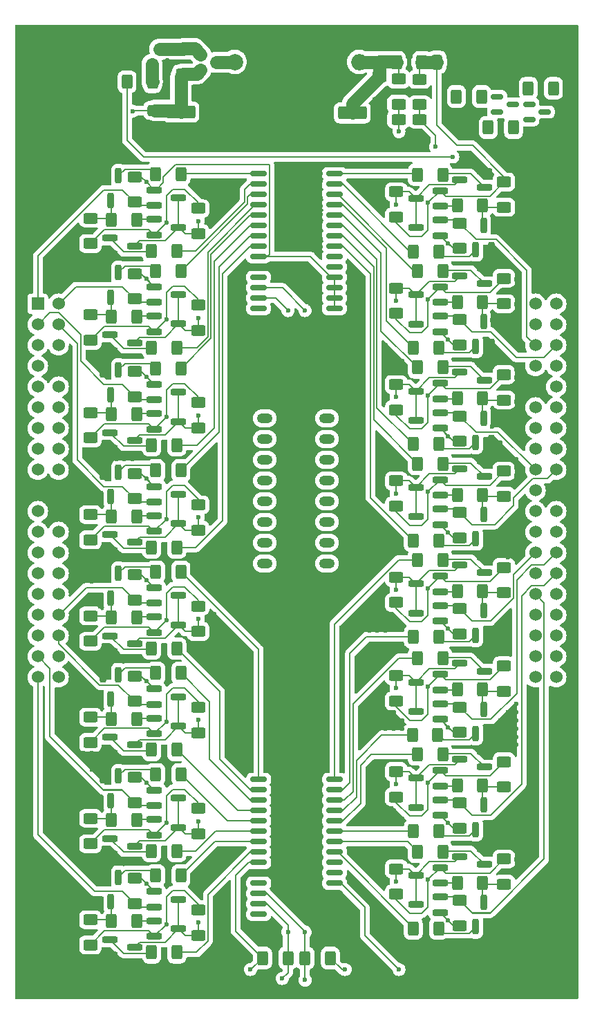
<source format=gbr>
%TF.GenerationSoftware,KiCad,Pcbnew,8.0.6*%
%TF.CreationDate,2024-12-14T19:09:49+00:00*%
%TF.ProjectId,micro,6d696372-6f2e-46b6-9963-61645f706362,rev?*%
%TF.SameCoordinates,Original*%
%TF.FileFunction,Copper,L1,Top*%
%TF.FilePolarity,Positive*%
%FSLAX46Y46*%
G04 Gerber Fmt 4.6, Leading zero omitted, Abs format (unit mm)*
G04 Created by KiCad (PCBNEW 8.0.6) date 2024-12-14 19:09:49*
%MOMM*%
%LPD*%
G01*
G04 APERTURE LIST*
G04 Aperture macros list*
%AMRoundRect*
0 Rectangle with rounded corners*
0 $1 Rounding radius*
0 $2 $3 $4 $5 $6 $7 $8 $9 X,Y pos of 4 corners*
0 Add a 4 corners polygon primitive as box body*
4,1,4,$2,$3,$4,$5,$6,$7,$8,$9,$2,$3,0*
0 Add four circle primitives for the rounded corners*
1,1,$1+$1,$2,$3*
1,1,$1+$1,$4,$5*
1,1,$1+$1,$6,$7*
1,1,$1+$1,$8,$9*
0 Add four rect primitives between the rounded corners*
20,1,$1+$1,$2,$3,$4,$5,0*
20,1,$1+$1,$4,$5,$6,$7,0*
20,1,$1+$1,$6,$7,$8,$9,0*
20,1,$1+$1,$8,$9,$2,$3,0*%
G04 Aperture macros list end*
%TA.AperFunction,SMDPad,CuDef*%
%ADD10RoundRect,0.250000X0.400000X0.625000X-0.400000X0.625000X-0.400000X-0.625000X0.400000X-0.625000X0*%
%TD*%
%TA.AperFunction,SMDPad,CuDef*%
%ADD11RoundRect,0.250000X-0.400000X-0.625000X0.400000X-0.625000X0.400000X0.625000X-0.400000X0.625000X0*%
%TD*%
%TA.AperFunction,SMDPad,CuDef*%
%ADD12RoundRect,0.150000X-0.587500X-0.150000X0.587500X-0.150000X0.587500X0.150000X-0.587500X0.150000X0*%
%TD*%
%TA.AperFunction,SMDPad,CuDef*%
%ADD13RoundRect,0.250000X-0.625000X0.400000X-0.625000X-0.400000X0.625000X-0.400000X0.625000X0.400000X0*%
%TD*%
%TA.AperFunction,SMDPad,CuDef*%
%ADD14RoundRect,0.200000X-0.200000X0.750000X-0.200000X-0.750000X0.200000X-0.750000X0.200000X0.750000X0*%
%TD*%
%TA.AperFunction,SMDPad,CuDef*%
%ADD15RoundRect,0.250000X0.625000X-0.400000X0.625000X0.400000X-0.625000X0.400000X-0.625000X-0.400000X0*%
%TD*%
%TA.AperFunction,SMDPad,CuDef*%
%ADD16RoundRect,0.200000X0.200000X-0.750000X0.200000X0.750000X-0.200000X0.750000X-0.200000X-0.750000X0*%
%TD*%
%TA.AperFunction,ComponentPad*%
%ADD17R,1.524000X1.524000*%
%TD*%
%TA.AperFunction,ComponentPad*%
%ADD18C,1.524000*%
%TD*%
%TA.AperFunction,SMDPad,CuDef*%
%ADD19RoundRect,0.200000X-0.750000X-0.200000X0.750000X-0.200000X0.750000X0.200000X-0.750000X0.200000X0*%
%TD*%
%TA.AperFunction,SMDPad,CuDef*%
%ADD20RoundRect,0.200000X0.750000X0.200000X-0.750000X0.200000X-0.750000X-0.200000X0.750000X-0.200000X0*%
%TD*%
%TA.AperFunction,SMDPad,CuDef*%
%ADD21RoundRect,0.150000X-0.875000X-0.150000X0.875000X-0.150000X0.875000X0.150000X-0.875000X0.150000X0*%
%TD*%
%TA.AperFunction,SMDPad,CuDef*%
%ADD22RoundRect,0.250000X-0.412500X-0.650000X0.412500X-0.650000X0.412500X0.650000X-0.412500X0.650000X0*%
%TD*%
%TA.AperFunction,SMDPad,CuDef*%
%ADD23RoundRect,0.250000X0.650000X-0.412500X0.650000X0.412500X-0.650000X0.412500X-0.650000X-0.412500X0*%
%TD*%
%TA.AperFunction,ComponentPad*%
%ADD24O,1.900000X1.200000*%
%TD*%
%TA.AperFunction,ComponentPad*%
%ADD25C,2.000000*%
%TD*%
%TA.AperFunction,ComponentPad*%
%ADD26O,2.000000X2.000000*%
%TD*%
%TA.AperFunction,SMDPad,CuDef*%
%ADD27RoundRect,0.250000X-1.500000X-0.550000X1.500000X-0.550000X1.500000X0.550000X-1.500000X0.550000X0*%
%TD*%
%TA.AperFunction,SMDPad,CuDef*%
%ADD28RoundRect,0.250000X1.500000X0.550000X-1.500000X0.550000X-1.500000X-0.550000X1.500000X-0.550000X0*%
%TD*%
%TA.AperFunction,SMDPad,CuDef*%
%ADD29RoundRect,0.150000X0.150000X-0.587500X0.150000X0.587500X-0.150000X0.587500X-0.150000X-0.587500X0*%
%TD*%
%TA.AperFunction,ViaPad*%
%ADD30C,0.600000*%
%TD*%
%TA.AperFunction,Conductor*%
%ADD31C,0.200000*%
%TD*%
%TA.AperFunction,Conductor*%
%ADD32C,1.600000*%
%TD*%
G04 APERTURE END LIST*
D10*
%TO.P,R108,1*%
%TO.N,Net-(Q67-D)*%
X180537613Y-44600000D03*
%TO.P,R108,2*%
%TO.N,unconnected-(R108-Pad2)*%
X177437613Y-44600000D03*
%TD*%
D11*
%TO.P,R107,1*%
%TO.N,unconnected-(R107-Pad1)*%
X172537613Y-49400000D03*
%TO.P,R107,2*%
%TO.N,Net-(Q67-S)*%
X175637613Y-49400000D03*
%TD*%
D10*
%TO.P,R109,1*%
%TO.N,Net-(Q68-B)*%
X171737613Y-45600000D03*
%TO.P,R109,2*%
%TO.N,unconnected-(R109-Pad2)*%
X168637613Y-45600000D03*
%TD*%
D12*
%TO.P,Q68,3,C*%
%TO.N,Net-(Q67-G)*%
X175512613Y-46550000D03*
%TO.P,Q68,2,E*%
%TO.N,unconnected-(Q68-E-Pad2)*%
X173637613Y-47500000D03*
%TO.P,Q68,1,B*%
%TO.N,Net-(Q68-B)*%
X173637613Y-45600000D03*
%TD*%
%TO.P,Q67,3,D*%
%TO.N,Net-(Q67-D)*%
X179437613Y-47500000D03*
%TO.P,Q67,2,S*%
%TO.N,Net-(Q67-S)*%
X177562613Y-48450000D03*
%TO.P,Q67,1,G*%
%TO.N,Net-(Q67-G)*%
X177562613Y-46550000D03*
%TD*%
D13*
%TO.P,R104,1*%
%TO.N,HV*%
X174459994Y-138970000D03*
%TO.P,R104,2*%
%TO.N,Net-(Q63-C)*%
X174459994Y-142070000D03*
%TD*%
D10*
%TO.P,R95,1*%
%TO.N,/HVS15*%
X134900000Y-141000000D03*
%TO.P,R95,2*%
%TO.N,Net-(Q59-B)*%
X131800000Y-141000000D03*
%TD*%
D11*
%TO.P,R22,1*%
%TO.N,/GS2*%
X163859993Y-55170000D03*
%TO.P,R22,2*%
%TO.N,Net-(Q10-B)*%
X166959993Y-55170000D03*
%TD*%
D13*
%TO.P,R56,1*%
%TO.N,HV*%
X174459994Y-91470000D03*
%TO.P,R56,2*%
%TO.N,Net-(Q31-C)*%
X174459994Y-94570000D03*
%TD*%
%TO.P,R48,1*%
%TO.N,LV*%
X129200000Y-91750000D03*
%TO.P,R48,2*%
%TO.N,/LIO7*%
X129200000Y-94850000D03*
%TD*%
D14*
%TO.P,Q59,1,B*%
%TO.N,Net-(Q59-B)*%
X127250000Y-141200000D03*
%TO.P,Q59,2,E*%
%TO.N,GND*%
X125350000Y-141200000D03*
%TO.P,Q59,3,C*%
%TO.N,Net-(Q59-C)*%
X126300000Y-144200000D03*
%TD*%
D15*
%TO.P,R66,1*%
%TO.N,LV*%
X169059994Y-111420000D03*
%TO.P,R66,2*%
%TO.N,/LIO10*%
X169059994Y-108320000D03*
%TD*%
D16*
%TO.P,Q39,1,B*%
%TO.N,Net-(Q39-B)*%
X171009994Y-111570000D03*
%TO.P,Q39,2,E*%
%TO.N,GND*%
X172909994Y-111570000D03*
%TO.P,Q39,3,C*%
%TO.N,Net-(Q39-C)*%
X171959994Y-108570000D03*
%TD*%
D13*
%TO.P,R61,1*%
%TO.N,HV*%
X137000000Y-108000000D03*
%TO.P,R61,2*%
%TO.N,/HIO9*%
X137000000Y-111100000D03*
%TD*%
D14*
%TO.P,Q51,1,B*%
%TO.N,Net-(Q51-B)*%
X127250000Y-128800000D03*
%TO.P,Q51,2,E*%
%TO.N,GND*%
X125350000Y-128800000D03*
%TO.P,Q51,3,C*%
%TO.N,Net-(Q51-C)*%
X126300000Y-131800000D03*
%TD*%
D13*
%TO.P,R49,1*%
%TO.N,HV*%
X137000000Y-95600000D03*
%TO.P,R49,2*%
%TO.N,/HIO7*%
X137000000Y-98700000D03*
%TD*%
D11*
%TO.P,R2,1*%
%TO.N,LV*%
X144900000Y-151100000D03*
%TO.P,R2,2*%
%TO.N,SDA*%
X148000000Y-151100000D03*
%TD*%
D13*
%TO.P,R73,1*%
%TO.N,HV*%
X137000000Y-120400000D03*
%TO.P,R73,2*%
%TO.N,/HIO11*%
X137000000Y-123500000D03*
%TD*%
D15*
%TO.P,R42,1*%
%TO.N,LV*%
X169059994Y-87820000D03*
%TO.P,R42,2*%
%TO.N,/LIO6*%
X169059994Y-84720000D03*
%TD*%
D13*
%TO.P,R44,1*%
%TO.N,HV*%
X174459994Y-79670000D03*
%TO.P,R44,2*%
%TO.N,Net-(Q23-C)*%
X174459994Y-82770000D03*
%TD*%
%TO.P,R32,1*%
%TO.N,HV*%
X174459994Y-67870000D03*
%TO.P,R32,2*%
%TO.N,Net-(Q15-C)*%
X174459994Y-70970000D03*
%TD*%
D11*
%TO.P,R89,1*%
%TO.N,/HVS14*%
X163359994Y-135570000D03*
%TO.P,R89,2*%
%TO.N,Net-(Q55-B)*%
X166459994Y-135570000D03*
%TD*%
D17*
%TO.P,U1,CN7_1,PC10*%
%TO.N,/LIO1*%
X117360000Y-70990000D03*
D18*
%TO.P,U1,CN7_2,PC11*%
%TO.N,/LIO3*%
X119900000Y-70990000D03*
%TO.P,U1,CN7_3,PC12*%
%TO.N,/LIO5*%
X117360000Y-73530000D03*
%TO.P,U1,CN7_4,PD2*%
%TO.N,/LIO7*%
X119900000Y-73530000D03*
%TO.P,U1,CN7_5,VDD*%
%TO.N,unconnected-(U1A-VDD-PadCN7_5)*%
X117360000Y-76070000D03*
%TO.P,U1,CN7_6,E5V*%
%TO.N,unconnected-(U1A-E5V-PadCN7_6)*%
X119900000Y-76070000D03*
%TO.P,U1,CN7_7,P8-BOOT0*%
%TO.N,unconnected-(U1A-P8-BOOT0-PadCN7_7)*%
X117360000Y-78610000D03*
%TO.P,U1,CN7_8,GND_CN7_8*%
%TO.N,GND*%
X119900000Y-78610000D03*
%TO.P,U1,CN7_9,NC_CN7_9*%
%TO.N,unconnected-(U1A-NC_CN7_9-PadCN7_9)*%
X117360000Y-81150000D03*
%TO.P,U1,CN7_10,NC_CN7_10*%
%TO.N,unconnected-(U1A-NC_CN7_10-PadCN7_10)*%
X119900000Y-81150000D03*
%TO.P,U1,CN7_11,NC_CN7_11*%
%TO.N,unconnected-(U1A-NC_CN7_11-PadCN7_11)*%
X117360000Y-83690000D03*
%TO.P,U1,CN7_12,IOREF*%
%TO.N,unconnected-(U1A-IOREF-PadCN7_12)*%
X119900000Y-83690000D03*
%TO.P,U1,CN7_13,PA13*%
%TO.N,unconnected-(U1A-PA13-PadCN7_13)*%
X117360000Y-86230000D03*
%TO.P,U1,CN7_14,~{RST}*%
%TO.N,unconnected-(U1A-~{RST}-PadCN7_14)*%
X119900000Y-86230000D03*
%TO.P,U1,CN7_15,PA14*%
%TO.N,unconnected-(U1A-PA14-PadCN7_15)*%
X117360000Y-88770000D03*
%TO.P,U1,CN7_16,+3V3*%
%TO.N,LV*%
X119900000Y-88770000D03*
%TO.P,U1,CN7_17,PA15*%
%TO.N,SCL*%
X117360000Y-91310000D03*
%TO.P,U1,CN7_18,+5V*%
%TO.N,+5V*%
X119900000Y-91310000D03*
%TO.P,U1,CN7_19,GND_CN7_19*%
%TO.N,GND*%
X117360000Y-93850000D03*
%TO.P,U1,CN7_20,GND_CN7_20*%
X119900000Y-93850000D03*
%TO.P,U1,CN7_21,PB7*%
%TO.N,SDA*%
X117360000Y-96390000D03*
%TO.P,U1,CN7_22,GND_CN7_22*%
%TO.N,GND*%
X119900000Y-96390000D03*
%TO.P,U1,CN7_23,PC13*%
%TO.N,unconnected-(U1A-PC13-PadCN7_23)*%
X117360000Y-98930000D03*
%TO.P,U1,CN7_24,VIN*%
%TO.N,unconnected-(U1A-VIN-PadCN7_24)*%
X119900000Y-98930000D03*
%TO.P,U1,CN7_25,PC14*%
%TO.N,unconnected-(U1A-PC14-PadCN7_25)*%
X117360000Y-101470000D03*
%TO.P,U1,CN7_26,NC_CN7_26*%
%TO.N,unconnected-(U1A-NC_CN7_26-PadCN7_26)*%
X119900000Y-101470000D03*
%TO.P,U1,CN7_27,PC15*%
%TO.N,unconnected-(U1A-PC15-PadCN7_27)*%
X117360000Y-104010000D03*
%TO.P,U1,CN7_28,PA0*%
%TO.N,unconnected-(U1A-PA0-PadCN7_28)*%
X119900000Y-104010000D03*
%TO.P,U1,CN7_29,PF0*%
%TO.N,unconnected-(U1A-PF0-PadCN7_29)*%
X117360000Y-106550000D03*
%TO.P,U1,CN7_30,PA1*%
%TO.N,unconnected-(U1A-PA1-PadCN7_30)*%
X119900000Y-106550000D03*
%TO.P,U1,CN7_31,PF1*%
%TO.N,unconnected-(U1A-PF1-PadCN7_31)*%
X117360000Y-109090000D03*
%TO.P,U1,CN7_32,PA4*%
%TO.N,/LIO9*%
X119900000Y-109090000D03*
%TO.P,U1,CN7_33,VBAT*%
%TO.N,unconnected-(U1A-VBAT-PadCN7_33)*%
X117360000Y-111630000D03*
%TO.P,U1,CN7_34,PB0*%
%TO.N,/LIO11*%
X119900000Y-111630000D03*
%TO.P,U1,CN7_35,PC2*%
%TO.N,/LIO13*%
X117360000Y-114170000D03*
%TO.P,U1,CN7_36,PC1/PB9*%
%TO.N,unconnected-(U1A-PC1{slash}PB9-PadCN7_36)*%
X119900000Y-114170000D03*
%TO.P,U1,CN7_37,PC3*%
%TO.N,/LIO15*%
X117360000Y-116710000D03*
%TO.P,U1,CN7_38,PC0/PA15*%
%TO.N,unconnected-(U1A-PC0{slash}PA15-PadCN7_38)*%
X119900000Y-116710000D03*
%TO.P,U1,CN10_1,PC9*%
%TO.N,unconnected-(U1B-PC9-PadCN10_1)*%
X178320000Y-70990000D03*
%TO.P,U1,CN10_2,PC8*%
%TO.N,unconnected-(U1B-PC8-PadCN10_2)*%
X180860000Y-70990000D03*
%TO.P,U1,CN10_3,PB8*%
%TO.N,unconnected-(U1B-PB8-PadCN10_3)*%
X178320000Y-73530000D03*
%TO.P,U1,CN10_4,PC6*%
%TO.N,unconnected-(U1B-PC6-PadCN10_4)*%
X180860000Y-73530000D03*
%TO.P,U1,CN10_5,PB9*%
%TO.N,/LIO2*%
X178320000Y-76070000D03*
%TO.P,U1,CN10_6,PC5*%
%TO.N,/LIO4*%
X180860000Y-76070000D03*
%TO.P,U1,CN10_7,AVDD*%
%TO.N,unconnected-(U1B-AVDD-PadCN10_7)*%
X178320000Y-78610000D03*
%TO.P,U1,CN10_8,5V_USB_CHGR*%
%TO.N,unconnected-(U1B-5V_USB_CHGR-PadCN10_8)*%
X180860000Y-78610000D03*
%TO.P,U1,CN10_9,GND_CN10_9*%
%TO.N,GND*%
X178320000Y-81150000D03*
%TO.P,U1,CN10_10,NC_CN10_10*%
%TO.N,unconnected-(U1B-NC_CN10_10-PadCN10_10)*%
X180860000Y-81150000D03*
%TO.P,U1,CN10_11,PA5*%
%TO.N,PSU_PWM*%
X178320000Y-83690000D03*
%TO.P,U1,CN10_12,PA12*%
%TO.N,unconnected-(U1B-PA12-PadCN10_12)*%
X180860000Y-83690000D03*
%TO.P,U1,CN10_13,PA6*%
%TO.N,RSENSE+*%
X178320000Y-86230000D03*
%TO.P,U1,CN10_14,PA11*%
%TO.N,unconnected-(U1B-PA11-PadCN10_14)*%
X180860000Y-86230000D03*
%TO.P,U1,CN10_15,PA7*%
%TO.N,RSENSE-*%
X178320000Y-88770000D03*
%TO.P,U1,CN10_16,PB12*%
%TO.N,unconnected-(U1B-PB12-PadCN10_16)*%
X180860000Y-88770000D03*
%TO.P,U1,CN10_17,PB6*%
%TO.N,/LIO6*%
X178320000Y-91310000D03*
%TO.P,U1,CN10_18,PB11*%
%TO.N,/LIO8*%
X180860000Y-91310000D03*
%TO.P,U1,CN10_19,PC7*%
%TO.N,unconnected-(U1B-PC7-PadCN10_19)*%
X178320000Y-93850000D03*
%TO.P,U1,CN10_20,GND_CN10_20*%
%TO.N,GND*%
X180860000Y-93850000D03*
%TO.P,U1,CN10_21,PA9*%
%TO.N,unconnected-(U1B-PA9-PadCN10_21)*%
X178320000Y-96390000D03*
%TO.P,U1,CN10_22,PB2*%
%TO.N,unconnected-(U1B-PB2-PadCN10_22)*%
X180860000Y-96390000D03*
%TO.P,U1,CN10_23,PA8*%
%TO.N,RSENSE+*%
X178320000Y-98930000D03*
%TO.P,U1,CN10_24,PB1*%
%TO.N,unconnected-(U1B-PB1-PadCN10_24)*%
X180860000Y-98930000D03*
%TO.P,U1,CN10_25,PB10*%
%TO.N,/LIO10*%
X178320000Y-101470000D03*
%TO.P,U1,CN10_26,PB15*%
%TO.N,/LIO12*%
X180860000Y-101470000D03*
%TO.P,U1,CN10_27,PB4*%
%TO.N,unconnected-(U1B-PB4-PadCN10_27)*%
X178320000Y-104010000D03*
%TO.P,U1,CN10_28,PB14*%
%TO.N,/LIO14*%
X180860000Y-104010000D03*
%TO.P,U1,CN10_29,PB5*%
%TO.N,/LIO16*%
X178320000Y-106550000D03*
%TO.P,U1,CN10_30,PB13*%
%TO.N,unconnected-(U1B-PB13-PadCN10_30)*%
X180860000Y-106550000D03*
%TO.P,U1,CN10_31,PB3*%
%TO.N,unconnected-(U1B-PB3-PadCN10_31)*%
X178320000Y-109090000D03*
%TO.P,U1,CN10_32,AGND*%
%TO.N,unconnected-(U1B-AGND-PadCN10_32)*%
X180860000Y-109090000D03*
%TO.P,U1,CN10_33,PA10*%
%TO.N,unconnected-(U1B-PA10-PadCN10_33)*%
X178320000Y-111630000D03*
%TO.P,U1,CN10_34,PC4*%
%TO.N,unconnected-(U1B-PC4-PadCN10_34)*%
X180860000Y-111630000D03*
%TO.P,U1,CN10_35,PA2/PC4*%
%TO.N,unconnected-(U1B-PA2{slash}PC4-PadCN10_35)*%
X178320000Y-114170000D03*
%TO.P,U1,CN10_36,NC_CN10_36*%
%TO.N,unconnected-(U1B-NC_CN10_36-PadCN10_36)*%
X180860000Y-114170000D03*
%TO.P,U1,CN10_37,PA3/PC5*%
%TO.N,unconnected-(U1B-PA3{slash}PC5-PadCN10_37)*%
X178320000Y-116710000D03*
%TO.P,U1,CN10_38,NC_CN10_38*%
%TO.N,unconnected-(U1B-NC_CN10_38-PadCN10_38)*%
X180860000Y-116710000D03*
%TD*%
D19*
%TO.P,Q2,1,G*%
%TO.N,LV*%
X131600000Y-57050000D03*
%TO.P,Q2,2,S*%
%TO.N,/LIO1*%
X131600000Y-58950000D03*
%TO.P,Q2,3,D*%
%TO.N,/HIO1*%
X134600000Y-58000000D03*
%TD*%
D14*
%TO.P,Q43,1,B*%
%TO.N,Net-(Q43-B)*%
X127250000Y-116400000D03*
%TO.P,Q43,2,E*%
%TO.N,GND*%
X125350000Y-116400000D03*
%TO.P,Q43,3,C*%
%TO.N,Net-(Q43-C)*%
X126300000Y-119400000D03*
%TD*%
D20*
%TO.P,Q24,1,G*%
%TO.N,LV*%
X166659993Y-86220000D03*
%TO.P,Q24,2,S*%
%TO.N,/LIO6*%
X166659993Y-84320000D03*
%TO.P,Q24,3,D*%
%TO.N,/HIO6*%
X163659993Y-85270000D03*
%TD*%
%TO.P,Q42,1,B*%
%TO.N,Net-(Q42-B)*%
X172059993Y-103920000D03*
%TO.P,Q42,2,E*%
%TO.N,GND*%
X172059993Y-102020000D03*
%TO.P,Q42,3,C*%
%TO.N,/HIO10*%
X169059993Y-102970000D03*
%TD*%
D15*
%TO.P,R103,1*%
%TO.N,HV*%
X161259994Y-143270000D03*
%TO.P,R103,2*%
%TO.N,/HIO16*%
X161259994Y-140170000D03*
%TD*%
D13*
%TO.P,R92,1*%
%TO.N,HV*%
X174459994Y-127070000D03*
%TO.P,R92,2*%
%TO.N,Net-(Q55-C)*%
X174459994Y-130170000D03*
%TD*%
D15*
%TO.P,R50,1*%
%TO.N,HV*%
X123800000Y-99900000D03*
%TO.P,R50,2*%
%TO.N,Net-(Q27-C)*%
X123800000Y-96800000D03*
%TD*%
D19*
%TO.P,Q37,1,B*%
%TO.N,Net-(Q37-B)*%
X131600000Y-109350000D03*
%TO.P,Q37,2,E*%
%TO.N,HV*%
X131600000Y-111250000D03*
%TO.P,Q37,3,C*%
%TO.N,/HIO9*%
X134600000Y-110300000D03*
%TD*%
D10*
%TO.P,R21,1*%
%TO.N,Net-(Q7-C)*%
X171859993Y-58970000D03*
%TO.P,R21,2*%
%TO.N,Net-(Q9-B)*%
X168759993Y-58970000D03*
%TD*%
D19*
%TO.P,Q14,1,B*%
%TO.N,Net-(Q14-B)*%
X126200000Y-74800000D03*
%TO.P,Q14,2,E*%
%TO.N,GND*%
X126200000Y-76700000D03*
%TO.P,Q14,3,C*%
%TO.N,/HIO3*%
X129200000Y-75750000D03*
%TD*%
D15*
%TO.P,R26,1*%
%TO.N,HV*%
X123800000Y-75450000D03*
%TO.P,R26,2*%
%TO.N,Net-(Q11-C)*%
X123800000Y-72350000D03*
%TD*%
D14*
%TO.P,Q27,1,B*%
%TO.N,Net-(Q27-B)*%
X127250000Y-91600000D03*
%TO.P,Q27,2,E*%
%TO.N,GND*%
X125350000Y-91600000D03*
%TO.P,Q27,3,C*%
%TO.N,Net-(Q27-C)*%
X126300000Y-94600000D03*
%TD*%
D11*
%TO.P,R34,1*%
%TO.N,/GS4*%
X163859993Y-66970000D03*
%TO.P,R34,2*%
%TO.N,Net-(Q18-B)*%
X166959993Y-66970000D03*
%TD*%
D20*
%TO.P,Q64,1,G*%
%TO.N,LV*%
X166659993Y-145520000D03*
%TO.P,Q64,2,S*%
%TO.N,/LIO16*%
X166659993Y-143620000D03*
%TO.P,Q64,3,D*%
%TO.N,/HIO16*%
X163659993Y-144570000D03*
%TD*%
D21*
%TO.P,U2,1,GPB0*%
%TO.N,/HVS9*%
X144410000Y-129235000D03*
%TO.P,U2,2,GPB1*%
%TO.N,/GS9*%
X144410000Y-130505000D03*
%TO.P,U2,3,GPB2*%
%TO.N,/HVS11*%
X144410000Y-131775000D03*
%TO.P,U2,4,GPB3*%
%TO.N,/GS11*%
X144410000Y-133045000D03*
%TO.P,U2,5,GPB4*%
%TO.N,/HVS13*%
X144410000Y-134315000D03*
%TO.P,U2,6,GPB5*%
%TO.N,/GS13*%
X144410000Y-135585000D03*
%TO.P,U2,7,GPB6*%
%TO.N,/HVS15*%
X144410000Y-136855000D03*
%TO.P,U2,8,GPB7*%
%TO.N,/GS15*%
X144410000Y-138125000D03*
%TO.P,U2,9,VDD*%
%TO.N,LV*%
X144410000Y-139395000D03*
%TO.P,U2,10,VSS*%
%TO.N,GND*%
X144410000Y-140665000D03*
%TO.P,U2,11,NC*%
%TO.N,unconnected-(U2-NC-Pad11)*%
X144410000Y-141935000D03*
%TO.P,U2,12,SCK*%
%TO.N,SCL*%
X144410000Y-143205000D03*
%TO.P,U2,13,SDA*%
%TO.N,SDA*%
X144410000Y-144475000D03*
%TO.P,U2,14,NC*%
%TO.N,unconnected-(U2-NC-Pad14)*%
X144410000Y-145745000D03*
%TO.P,U2,15,A0*%
%TO.N,GND*%
X153710000Y-145745000D03*
%TO.P,U2,16,A1*%
X153710000Y-144475000D03*
%TO.P,U2,17,A2*%
X153710000Y-143205000D03*
%TO.P,U2,18,~{RESET}*%
%TO.N,LV*%
X153710000Y-141935000D03*
%TO.P,U2,19,INTB*%
%TO.N,unconnected-(U2-INTB-Pad19)*%
X153710000Y-140665000D03*
%TO.P,U2,20,INTA*%
%TO.N,unconnected-(U2-INTA-Pad20)*%
X153710000Y-139395000D03*
%TO.P,U2,21,GPA0*%
%TO.N,/HVS16*%
X153710000Y-138125000D03*
%TO.P,U2,22,GPA1*%
%TO.N,/GS16*%
X153710000Y-136855000D03*
%TO.P,U2,23,GPA2*%
%TO.N,/HVS14*%
X153710000Y-135585000D03*
%TO.P,U2,24,GPA3*%
%TO.N,/GS14*%
X153710000Y-134315000D03*
%TO.P,U2,25,GPA4*%
%TO.N,/HVS12*%
X153710000Y-133045000D03*
%TO.P,U2,26,GPA5*%
%TO.N,/GS12*%
X153710000Y-131775000D03*
%TO.P,U2,27,GPA6*%
%TO.N,/HVS10*%
X153710000Y-130505000D03*
%TO.P,U2,28,GPA7*%
%TO.N,/GS10*%
X153710000Y-129235000D03*
%TD*%
D15*
%TO.P,R18,1*%
%TO.N,LV*%
X169059994Y-64220000D03*
%TO.P,R18,2*%
%TO.N,/LIO2*%
X169059994Y-61120000D03*
%TD*%
D19*
%TO.P,Q53,1,B*%
%TO.N,Net-(Q53-B)*%
X131600000Y-134150000D03*
%TO.P,Q53,2,E*%
%TO.N,HV*%
X131600000Y-136050000D03*
%TO.P,Q53,3,C*%
%TO.N,/HIO13*%
X134600000Y-135100000D03*
%TD*%
D13*
%TO.P,R15,1*%
%TO.N,HV*%
X164150000Y-43500000D03*
%TO.P,R15,2*%
%TO.N,RSENSE+*%
X164150000Y-46600000D03*
%TD*%
D10*
%TO.P,R33,1*%
%TO.N,Net-(Q15-C)*%
X171859993Y-70770000D03*
%TO.P,R33,2*%
%TO.N,Net-(Q17-B)*%
X168759993Y-70770000D03*
%TD*%
%TO.P,R93,1*%
%TO.N,Net-(Q55-C)*%
X171859993Y-129970000D03*
%TO.P,R93,2*%
%TO.N,Net-(Q57-B)*%
X168759993Y-129970000D03*
%TD*%
D11*
%TO.P,R63,1*%
%TO.N,Net-(Q35-C)*%
X126400000Y-109400000D03*
%TO.P,R63,2*%
%TO.N,Net-(Q37-B)*%
X129500000Y-109400000D03*
%TD*%
%TO.P,R106,1*%
%TO.N,/GS16*%
X163859993Y-138070000D03*
%TO.P,R106,2*%
%TO.N,Net-(Q66-B)*%
X166959993Y-138070000D03*
%TD*%
D16*
%TO.P,Q7,1,B*%
%TO.N,Net-(Q7-B)*%
X171009994Y-64370000D03*
%TO.P,Q7,2,E*%
%TO.N,GND*%
X172909994Y-64370000D03*
%TO.P,Q7,3,C*%
%TO.N,Net-(Q7-C)*%
X171959994Y-61370000D03*
%TD*%
D15*
%TO.P,R10,1*%
%TO.N,+5V*%
X135200000Y-42850000D03*
%TO.P,R10,2*%
%TO.N,Net-(Q5-C)*%
X135200000Y-39750000D03*
%TD*%
D12*
%TO.P,Q6,1,G*%
%TO.N,Net-(Q5-C)*%
X137325000Y-40450000D03*
%TO.P,Q6,2,S*%
%TO.N,+5V*%
X137325000Y-42350000D03*
%TO.P,Q6,3,D*%
%TO.N,Net-(Q6-D)*%
X139200000Y-41400000D03*
%TD*%
D10*
%TO.P,R76,1*%
%TO.N,/GS11*%
X134400000Y-125600000D03*
%TO.P,R76,2*%
%TO.N,Net-(Q46-B)*%
X131300000Y-125600000D03*
%TD*%
%TO.P,R35,1*%
%TO.N,/HVS5*%
X134900000Y-78900000D03*
%TO.P,R35,2*%
%TO.N,Net-(Q19-B)*%
X131800000Y-78900000D03*
%TD*%
%TO.P,R100,1*%
%TO.N,/GS15*%
X134400000Y-150400000D03*
%TO.P,R100,2*%
%TO.N,Net-(Q62-B)*%
X131300000Y-150400000D03*
%TD*%
D19*
%TO.P,Q60,1,G*%
%TO.N,LV*%
X131600000Y-142950000D03*
%TO.P,Q60,2,S*%
%TO.N,/LIO15*%
X131600000Y-144850000D03*
%TO.P,Q60,3,D*%
%TO.N,/HIO15*%
X134600000Y-143900000D03*
%TD*%
D11*
%TO.P,R58,1*%
%TO.N,/GS8*%
X163859993Y-90570000D03*
%TO.P,R58,2*%
%TO.N,Net-(Q34-B)*%
X166959993Y-90570000D03*
%TD*%
D20*
%TO.P,Q66,1,B*%
%TO.N,Net-(Q66-B)*%
X172059993Y-139620000D03*
%TO.P,Q66,2,E*%
%TO.N,GND*%
X172059993Y-137720000D03*
%TO.P,Q66,3,C*%
%TO.N,/HIO16*%
X169059993Y-138670000D03*
%TD*%
D15*
%TO.P,R30,1*%
%TO.N,LV*%
X169059994Y-76020000D03*
%TO.P,R30,2*%
%TO.N,/LIO4*%
X169059994Y-72920000D03*
%TD*%
D11*
%TO.P,R87,1*%
%TO.N,Net-(Q51-C)*%
X126400000Y-134200000D03*
%TO.P,R87,2*%
%TO.N,Net-(Q53-B)*%
X129500000Y-134200000D03*
%TD*%
D10*
%TO.P,R83,1*%
%TO.N,/HVS13*%
X134900000Y-128600000D03*
%TO.P,R83,2*%
%TO.N,Net-(Q51-B)*%
X131800000Y-128600000D03*
%TD*%
D20*
%TO.P,Q65,1,B*%
%TO.N,Net-(Q65-B)*%
X166659993Y-141920000D03*
%TO.P,Q65,2,E*%
%TO.N,HV*%
X166659993Y-140020000D03*
%TO.P,Q65,3,C*%
%TO.N,/HIO16*%
X163659993Y-140970000D03*
%TD*%
D15*
%TO.P,R102,1*%
%TO.N,LV*%
X169059994Y-147120000D03*
%TO.P,R102,2*%
%TO.N,/LIO16*%
X169059994Y-144020000D03*
%TD*%
%TO.P,R74,1*%
%TO.N,HV*%
X123800000Y-124700000D03*
%TO.P,R74,2*%
%TO.N,Net-(Q43-C)*%
X123800000Y-121600000D03*
%TD*%
D19*
%TO.P,Q22,1,B*%
%TO.N,Net-(Q22-B)*%
X126200000Y-86750000D03*
%TO.P,Q22,2,E*%
%TO.N,GND*%
X126200000Y-88650000D03*
%TO.P,Q22,3,C*%
%TO.N,/HIO5*%
X129200000Y-87700000D03*
%TD*%
D22*
%TO.P,C5,1*%
%TO.N,HV*%
X166250000Y-41400000D03*
%TO.P,C5,2*%
%TO.N,GND*%
X169375000Y-41400000D03*
%TD*%
D11*
%TO.P,R41,1*%
%TO.N,/HVS6*%
X163359994Y-88170000D03*
%TO.P,R41,2*%
%TO.N,Net-(Q23-B)*%
X166459994Y-88170000D03*
%TD*%
D19*
%TO.P,Q21,1,B*%
%TO.N,Net-(Q21-B)*%
X131600000Y-84450000D03*
%TO.P,Q21,2,E*%
%TO.N,HV*%
X131600000Y-86350000D03*
%TO.P,Q21,3,C*%
%TO.N,/HIO5*%
X134600000Y-85400000D03*
%TD*%
D16*
%TO.P,Q63,1,B*%
%TO.N,Net-(Q63-B)*%
X171009994Y-147270000D03*
%TO.P,Q63,2,E*%
%TO.N,GND*%
X172909994Y-147270000D03*
%TO.P,Q63,3,C*%
%TO.N,Net-(Q63-C)*%
X171959994Y-144270000D03*
%TD*%
D19*
%TO.P,Q54,1,B*%
%TO.N,Net-(Q54-B)*%
X126200000Y-136450000D03*
%TO.P,Q54,2,E*%
%TO.N,GND*%
X126200000Y-138350000D03*
%TO.P,Q54,3,C*%
%TO.N,/HIO13*%
X129200000Y-137400000D03*
%TD*%
D20*
%TO.P,Q25,1,B*%
%TO.N,Net-(Q25-B)*%
X166659993Y-82620000D03*
%TO.P,Q25,2,E*%
%TO.N,HV*%
X166659993Y-80720000D03*
%TO.P,Q25,3,C*%
%TO.N,/HIO6*%
X163659993Y-81670000D03*
%TD*%
D10*
%TO.P,R69,1*%
%TO.N,Net-(Q39-C)*%
X171859993Y-106170000D03*
%TO.P,R69,2*%
%TO.N,Net-(Q41-B)*%
X168759993Y-106170000D03*
%TD*%
D16*
%TO.P,Q47,1,B*%
%TO.N,Net-(Q47-B)*%
X171009994Y-123620000D03*
%TO.P,Q47,2,E*%
%TO.N,GND*%
X172909994Y-123620000D03*
%TO.P,Q47,3,C*%
%TO.N,Net-(Q47-C)*%
X171959994Y-120620000D03*
%TD*%
D20*
%TO.P,Q10,1,B*%
%TO.N,Net-(Q10-B)*%
X172059993Y-56720000D03*
%TO.P,Q10,2,E*%
%TO.N,GND*%
X172059993Y-54820000D03*
%TO.P,Q10,3,C*%
%TO.N,/HIO2*%
X169059993Y-55770000D03*
%TD*%
%TO.P,Q40,1,G*%
%TO.N,LV*%
X166659993Y-109820000D03*
%TO.P,Q40,2,S*%
%TO.N,/LIO10*%
X166659993Y-107920000D03*
%TO.P,Q40,3,D*%
%TO.N,/HIO10*%
X163659993Y-108870000D03*
%TD*%
D19*
%TO.P,Q13,1,B*%
%TO.N,Net-(Q13-B)*%
X131600000Y-72500000D03*
%TO.P,Q13,2,E*%
%TO.N,HV*%
X131600000Y-74400000D03*
%TO.P,Q13,3,C*%
%TO.N,/HIO3*%
X134600000Y-73450000D03*
%TD*%
D15*
%TO.P,R31,1*%
%TO.N,HV*%
X161259994Y-72170000D03*
%TO.P,R31,2*%
%TO.N,/HIO4*%
X161259994Y-69070000D03*
%TD*%
D23*
%TO.P,C4,1*%
%TO.N,Net-(C3-Pad1)*%
X159200000Y-41350000D03*
%TO.P,C4,2*%
%TO.N,GND*%
X159200000Y-38225000D03*
%TD*%
D13*
%TO.P,R68,1*%
%TO.N,HV*%
X174459994Y-103270000D03*
%TO.P,R68,2*%
%TO.N,Net-(Q39-C)*%
X174459994Y-106370000D03*
%TD*%
%TO.P,R36,1*%
%TO.N,LV*%
X129200000Y-79250000D03*
%TO.P,R36,2*%
%TO.N,/LIO5*%
X129200000Y-82350000D03*
%TD*%
%TO.P,R12,1*%
%TO.N,Net-(C3-Pad1)*%
X161550000Y-43450000D03*
%TO.P,R12,2*%
%TO.N,RSENSE-*%
X161550000Y-46550000D03*
%TD*%
D20*
%TO.P,Q32,1,G*%
%TO.N,LV*%
X166659993Y-98020000D03*
%TO.P,Q32,2,S*%
%TO.N,/LIO8*%
X166659993Y-96120000D03*
%TO.P,Q32,3,D*%
%TO.N,/HIO8*%
X163659993Y-97070000D03*
%TD*%
D11*
%TO.P,R29,1*%
%TO.N,/HVS4*%
X163359994Y-76370000D03*
%TO.P,R29,2*%
%TO.N,Net-(Q15-B)*%
X166459994Y-76370000D03*
%TD*%
D13*
%TO.P,R25,1*%
%TO.N,HV*%
X137000000Y-71150000D03*
%TO.P,R25,2*%
%TO.N,/HIO3*%
X137000000Y-74250000D03*
%TD*%
%TO.P,R97,1*%
%TO.N,HV*%
X137000000Y-145200000D03*
%TO.P,R97,2*%
%TO.N,/HIO15*%
X137000000Y-148300000D03*
%TD*%
D11*
%TO.P,R94,1*%
%TO.N,/GS14*%
X163859993Y-126170000D03*
%TO.P,R94,2*%
%TO.N,Net-(Q58-B)*%
X166959993Y-126170000D03*
%TD*%
D10*
%TO.P,R40,1*%
%TO.N,/GS5*%
X134400000Y-88300000D03*
%TO.P,R40,2*%
%TO.N,Net-(Q22-B)*%
X131300000Y-88300000D03*
%TD*%
D15*
%TO.P,R98,1*%
%TO.N,HV*%
X123800000Y-149500000D03*
%TO.P,R98,2*%
%TO.N,Net-(Q59-C)*%
X123800000Y-146400000D03*
%TD*%
D10*
%TO.P,R88,1*%
%TO.N,/GS13*%
X134400000Y-138000000D03*
%TO.P,R88,2*%
%TO.N,Net-(Q54-B)*%
X131300000Y-138000000D03*
%TD*%
%TO.P,R1,1*%
%TO.N,LV*%
X153200000Y-151100000D03*
%TO.P,R1,2*%
%TO.N,SCL*%
X150100000Y-151100000D03*
%TD*%
D19*
%TO.P,Q4,1,B*%
%TO.N,Net-(Q4-B)*%
X126200000Y-62950000D03*
%TO.P,Q4,2,E*%
%TO.N,GND*%
X126200000Y-64850000D03*
%TO.P,Q4,3,C*%
%TO.N,/HIO1*%
X129200000Y-63900000D03*
%TD*%
%TO.P,Q28,1,G*%
%TO.N,LV*%
X131600000Y-93350000D03*
%TO.P,Q28,2,S*%
%TO.N,/LIO7*%
X131600000Y-95250000D03*
%TO.P,Q28,3,D*%
%TO.N,/HIO7*%
X134600000Y-94300000D03*
%TD*%
D10*
%TO.P,R23,1*%
%TO.N,/HVS3*%
X134900000Y-66950000D03*
%TO.P,R23,2*%
%TO.N,Net-(Q11-B)*%
X131800000Y-66950000D03*
%TD*%
D11*
%TO.P,R82,1*%
%TO.N,/GS12*%
X163859993Y-114420000D03*
%TO.P,R82,2*%
%TO.N,Net-(Q50-B)*%
X166959993Y-114420000D03*
%TD*%
D13*
%TO.P,R11,1*%
%TO.N,Net-(C3-Pad1)*%
X159200000Y-43200000D03*
%TO.P,R11,2*%
%TO.N,GND*%
X159200000Y-46300000D03*
%TD*%
%TO.P,R96,1*%
%TO.N,LV*%
X129200000Y-141350000D03*
%TO.P,R96,2*%
%TO.N,/LIO15*%
X129200000Y-144450000D03*
%TD*%
D19*
%TO.P,Q44,1,G*%
%TO.N,LV*%
X131600000Y-118150000D03*
%TO.P,Q44,2,S*%
%TO.N,/LIO11*%
X131600000Y-120050000D03*
%TO.P,Q44,3,D*%
%TO.N,/HIO11*%
X134600000Y-119100000D03*
%TD*%
D24*
%TO.P,J1,1,Pin_1*%
%TO.N,/HIO1*%
X145180000Y-85000000D03*
%TO.P,J1,2,Pin_2*%
%TO.N,/HIO2*%
X152800000Y-85000000D03*
%TO.P,J1,3,Pin_3*%
%TO.N,/HIO3*%
X145180000Y-87540000D03*
%TO.P,J1,4,Pin_4*%
%TO.N,/HIO4*%
X152800000Y-87540000D03*
%TO.P,J1,5,Pin_5*%
%TO.N,/HIO5*%
X145180000Y-90080000D03*
%TO.P,J1,6,Pin_6*%
%TO.N,/HIO6*%
X152800000Y-90080000D03*
%TO.P,J1,7,Pin_7*%
%TO.N,/HIO7*%
X145180000Y-92620000D03*
%TO.P,J1,8,Pin_8*%
%TO.N,/HIO8*%
X152800000Y-92620000D03*
%TO.P,J1,9,Pin_9*%
%TO.N,/HIO9*%
X145180000Y-95160000D03*
%TO.P,J1,10,Pin_10*%
%TO.N,/HIO10*%
X152800000Y-95160000D03*
%TO.P,J1,11,Pin_11*%
%TO.N,/HIO11*%
X145180000Y-97700000D03*
%TO.P,J1,12,Pin_12*%
%TO.N,/HIO12*%
X152800000Y-97700000D03*
%TO.P,J1,13,Pin_13*%
%TO.N,/HIO13*%
X145180000Y-100240000D03*
%TO.P,J1,14,Pin_14*%
%TO.N,/HIO14*%
X152800000Y-100240000D03*
%TO.P,J1,15,Pin_15*%
%TO.N,/HIO15*%
X145180000Y-102780000D03*
%TO.P,J1,16,Pin_16*%
%TO.N,/HIO16*%
X152800000Y-102780000D03*
%TD*%
D15*
%TO.P,R55,1*%
%TO.N,HV*%
X161259994Y-95770000D03*
%TO.P,R55,2*%
%TO.N,/HIO8*%
X161259994Y-92670000D03*
%TD*%
D13*
%TO.P,R37,1*%
%TO.N,HV*%
X137000000Y-83100000D03*
%TO.P,R37,2*%
%TO.N,/HIO5*%
X137000000Y-86200000D03*
%TD*%
D20*
%TO.P,Q58,1,B*%
%TO.N,Net-(Q58-B)*%
X172059993Y-127720000D03*
%TO.P,Q58,2,E*%
%TO.N,GND*%
X172059993Y-125820000D03*
%TO.P,Q58,3,C*%
%TO.N,/HIO14*%
X169059993Y-126770000D03*
%TD*%
D11*
%TO.P,R65,1*%
%TO.N,/HVS10*%
X163359994Y-111770000D03*
%TO.P,R65,2*%
%TO.N,Net-(Q39-B)*%
X166459994Y-111770000D03*
%TD*%
D20*
%TO.P,Q26,1,B*%
%TO.N,Net-(Q26-B)*%
X172059993Y-80320000D03*
%TO.P,Q26,2,E*%
%TO.N,GND*%
X172059993Y-78420000D03*
%TO.P,Q26,3,C*%
%TO.N,/HIO6*%
X169059993Y-79370000D03*
%TD*%
D10*
%TO.P,R47,1*%
%TO.N,/HVS7*%
X134900000Y-91400000D03*
%TO.P,R47,2*%
%TO.N,Net-(Q27-B)*%
X131800000Y-91400000D03*
%TD*%
D13*
%TO.P,R16,1*%
%TO.N,RSENSE+*%
X164150000Y-48400000D03*
%TO.P,R16,2*%
%TO.N,GND*%
X164150000Y-51500000D03*
%TD*%
%TO.P,R4,1*%
%TO.N,LV*%
X129200000Y-55450000D03*
%TO.P,R4,2*%
%TO.N,/LIO1*%
X129200000Y-58550000D03*
%TD*%
D15*
%TO.P,R19,1*%
%TO.N,HV*%
X161259994Y-60370000D03*
%TO.P,R19,2*%
%TO.N,/HIO2*%
X161259994Y-57270000D03*
%TD*%
D19*
%TO.P,Q30,1,B*%
%TO.N,Net-(Q30-B)*%
X126200000Y-99250000D03*
%TO.P,Q30,2,E*%
%TO.N,GND*%
X126200000Y-101150000D03*
%TO.P,Q30,3,C*%
%TO.N,/HIO7*%
X129200000Y-100200000D03*
%TD*%
D11*
%TO.P,R51,1*%
%TO.N,Net-(Q27-C)*%
X126400000Y-97000000D03*
%TO.P,R51,2*%
%TO.N,Net-(Q29-B)*%
X129500000Y-97000000D03*
%TD*%
D19*
%TO.P,Q20,1,G*%
%TO.N,LV*%
X131600000Y-80850000D03*
%TO.P,Q20,2,S*%
%TO.N,/LIO5*%
X131600000Y-82750000D03*
%TO.P,Q20,3,D*%
%TO.N,/HIO5*%
X134600000Y-81800000D03*
%TD*%
D13*
%TO.P,R24,1*%
%TO.N,LV*%
X129200000Y-67300000D03*
%TO.P,R24,2*%
%TO.N,/LIO3*%
X129200000Y-70400000D03*
%TD*%
D20*
%TO.P,Q16,1,G*%
%TO.N,LV*%
X166659993Y-74420000D03*
%TO.P,Q16,2,S*%
%TO.N,/LIO4*%
X166659993Y-72520000D03*
%TO.P,Q16,3,D*%
%TO.N,/HIO4*%
X163659993Y-73470000D03*
%TD*%
D10*
%TO.P,R71,1*%
%TO.N,/HVS11*%
X134900000Y-116200000D03*
%TO.P,R71,2*%
%TO.N,Net-(Q43-B)*%
X131800000Y-116200000D03*
%TD*%
D11*
%TO.P,R70,1*%
%TO.N,/GS10*%
X163859993Y-102370000D03*
%TO.P,R70,2*%
%TO.N,Net-(Q42-B)*%
X166959993Y-102370000D03*
%TD*%
%TO.P,R101,1*%
%TO.N,/HVS16*%
X163359994Y-147470000D03*
%TO.P,R101,2*%
%TO.N,Net-(Q63-B)*%
X166459994Y-147470000D03*
%TD*%
D20*
%TO.P,Q56,1,G*%
%TO.N,LV*%
X166659993Y-133620000D03*
%TO.P,Q56,2,S*%
%TO.N,/LIO14*%
X166659993Y-131720000D03*
%TO.P,Q56,3,D*%
%TO.N,/HIO14*%
X163659993Y-132670000D03*
%TD*%
D19*
%TO.P,Q46,1,B*%
%TO.N,Net-(Q46-B)*%
X126200000Y-124050000D03*
%TO.P,Q46,2,E*%
%TO.N,GND*%
X126200000Y-125950000D03*
%TO.P,Q46,3,C*%
%TO.N,/HIO11*%
X129200000Y-125000000D03*
%TD*%
D20*
%TO.P,Q33,1,B*%
%TO.N,Net-(Q33-B)*%
X166659993Y-94420000D03*
%TO.P,Q33,2,E*%
%TO.N,HV*%
X166659993Y-92520000D03*
%TO.P,Q33,3,C*%
%TO.N,/HIO8*%
X163659993Y-93470000D03*
%TD*%
D13*
%TO.P,R85,1*%
%TO.N,HV*%
X137000000Y-132800000D03*
%TO.P,R85,2*%
%TO.N,/HIO13*%
X137000000Y-135900000D03*
%TD*%
D20*
%TO.P,Q9,1,B*%
%TO.N,Net-(Q9-B)*%
X166659993Y-59020000D03*
%TO.P,Q9,2,E*%
%TO.N,HV*%
X166659993Y-57120000D03*
%TO.P,Q9,3,C*%
%TO.N,/HIO2*%
X163659993Y-58070000D03*
%TD*%
D13*
%TO.P,R20,1*%
%TO.N,HV*%
X174459994Y-56070000D03*
%TO.P,R20,2*%
%TO.N,Net-(Q7-C)*%
X174459994Y-59170000D03*
%TD*%
D11*
%TO.P,R46,1*%
%TO.N,/GS6*%
X163859993Y-78770000D03*
%TO.P,R46,2*%
%TO.N,Net-(Q26-B)*%
X166959993Y-78770000D03*
%TD*%
%TO.P,R39,1*%
%TO.N,Net-(Q19-C)*%
X126400000Y-84500000D03*
%TO.P,R39,2*%
%TO.N,Net-(Q21-B)*%
X129500000Y-84500000D03*
%TD*%
D19*
%TO.P,Q3,1,B*%
%TO.N,Net-(Q3-B)*%
X131600000Y-60650000D03*
%TO.P,Q3,2,E*%
%TO.N,HV*%
X131600000Y-62550000D03*
%TO.P,Q3,3,C*%
%TO.N,/HIO1*%
X134600000Y-61600000D03*
%TD*%
D15*
%TO.P,R79,1*%
%TO.N,HV*%
X161259994Y-119620000D03*
%TO.P,R79,2*%
%TO.N,/HIO12*%
X161259994Y-116520000D03*
%TD*%
D16*
%TO.P,Q23,1,B*%
%TO.N,Net-(Q23-B)*%
X171009994Y-87970000D03*
%TO.P,Q23,2,E*%
%TO.N,GND*%
X172909994Y-87970000D03*
%TO.P,Q23,3,C*%
%TO.N,Net-(Q23-C)*%
X171959994Y-84970000D03*
%TD*%
D10*
%TO.P,R59,1*%
%TO.N,/HVS9*%
X134900000Y-103800000D03*
%TO.P,R59,2*%
%TO.N,Net-(Q35-B)*%
X131800000Y-103800000D03*
%TD*%
D25*
%TO.P,L1,1,1*%
%TO.N,Net-(Q6-D)*%
X141487500Y-41365000D03*
D26*
%TO.P,L1,2,2*%
%TO.N,Net-(C3-Pad1)*%
X156727500Y-41365000D03*
%TD*%
D15*
%TO.P,R90,1*%
%TO.N,LV*%
X169059994Y-135220000D03*
%TO.P,R90,2*%
%TO.N,/LIO14*%
X169059994Y-132120000D03*
%TD*%
D19*
%TO.P,Q36,1,G*%
%TO.N,LV*%
X131600000Y-105750000D03*
%TO.P,Q36,2,S*%
%TO.N,/LIO9*%
X131600000Y-107650000D03*
%TO.P,Q36,3,D*%
%TO.N,/HIO9*%
X134600000Y-106700000D03*
%TD*%
D13*
%TO.P,R60,1*%
%TO.N,LV*%
X129200000Y-104150000D03*
%TO.P,R60,2*%
%TO.N,/LIO9*%
X129200000Y-107250000D03*
%TD*%
D20*
%TO.P,Q34,1,B*%
%TO.N,Net-(Q34-B)*%
X172059993Y-92120000D03*
%TO.P,Q34,2,E*%
%TO.N,GND*%
X172059993Y-90220000D03*
%TO.P,Q34,3,C*%
%TO.N,/HIO8*%
X169059993Y-91170000D03*
%TD*%
D15*
%TO.P,R86,1*%
%TO.N,HV*%
X123800000Y-137100000D03*
%TO.P,R86,2*%
%TO.N,Net-(Q51-C)*%
X123800000Y-134000000D03*
%TD*%
D11*
%TO.P,R7,1*%
%TO.N,Net-(Q1-C)*%
X126400000Y-60700000D03*
%TO.P,R7,2*%
%TO.N,Net-(Q3-B)*%
X129500000Y-60700000D03*
%TD*%
D13*
%TO.P,R13,1*%
%TO.N,RSENSE-*%
X161550000Y-48400000D03*
%TO.P,R13,2*%
%TO.N,GND*%
X161550000Y-51500000D03*
%TD*%
D11*
%TO.P,R77,1*%
%TO.N,/HVS12*%
X163259994Y-123820000D03*
%TO.P,R77,2*%
%TO.N,Net-(Q47-B)*%
X166359994Y-123820000D03*
%TD*%
%TO.P,R75,1*%
%TO.N,Net-(Q43-C)*%
X126400000Y-121800000D03*
%TO.P,R75,2*%
%TO.N,Net-(Q45-B)*%
X129500000Y-121800000D03*
%TD*%
D14*
%TO.P,Q19,1,B*%
%TO.N,Net-(Q19-B)*%
X127250000Y-79100000D03*
%TO.P,Q19,2,E*%
%TO.N,GND*%
X125350000Y-79100000D03*
%TO.P,Q19,3,C*%
%TO.N,Net-(Q19-C)*%
X126300000Y-82100000D03*
%TD*%
D20*
%TO.P,Q18,1,B*%
%TO.N,Net-(Q18-B)*%
X172059993Y-68520000D03*
%TO.P,Q18,2,E*%
%TO.N,GND*%
X172059993Y-66620000D03*
%TO.P,Q18,3,C*%
%TO.N,/HIO4*%
X169059993Y-67570000D03*
%TD*%
D10*
%TO.P,R64,1*%
%TO.N,/GS9*%
X134400000Y-113200000D03*
%TO.P,R64,2*%
%TO.N,Net-(Q38-B)*%
X131300000Y-113200000D03*
%TD*%
D11*
%TO.P,R27,1*%
%TO.N,Net-(Q11-C)*%
X126400000Y-72550000D03*
%TO.P,R27,2*%
%TO.N,Net-(Q13-B)*%
X129500000Y-72550000D03*
%TD*%
D15*
%TO.P,R62,1*%
%TO.N,HV*%
X123800000Y-112300000D03*
%TO.P,R62,2*%
%TO.N,Net-(Q35-C)*%
X123800000Y-109200000D03*
%TD*%
D10*
%TO.P,R57,1*%
%TO.N,Net-(Q31-C)*%
X171859993Y-94370000D03*
%TO.P,R57,2*%
%TO.N,Net-(Q33-B)*%
X168759993Y-94370000D03*
%TD*%
D16*
%TO.P,Q55,1,B*%
%TO.N,Net-(Q55-B)*%
X171009994Y-135370000D03*
%TO.P,Q55,2,E*%
%TO.N,GND*%
X172909994Y-135370000D03*
%TO.P,Q55,3,C*%
%TO.N,Net-(Q55-C)*%
X171959994Y-132370000D03*
%TD*%
D20*
%TO.P,Q57,1,B*%
%TO.N,Net-(Q57-B)*%
X166659993Y-130020000D03*
%TO.P,Q57,2,E*%
%TO.N,HV*%
X166659993Y-128120000D03*
%TO.P,Q57,3,C*%
%TO.N,/HIO14*%
X163659993Y-129070000D03*
%TD*%
D19*
%TO.P,Q45,1,B*%
%TO.N,Net-(Q45-B)*%
X131600000Y-121750000D03*
%TO.P,Q45,2,E*%
%TO.N,HV*%
X131600000Y-123650000D03*
%TO.P,Q45,3,C*%
%TO.N,/HIO11*%
X134600000Y-122700000D03*
%TD*%
D11*
%TO.P,R99,1*%
%TO.N,Net-(Q59-C)*%
X126400000Y-146600000D03*
%TO.P,R99,2*%
%TO.N,Net-(Q61-B)*%
X129500000Y-146600000D03*
%TD*%
%TO.P,R9,1*%
%TO.N,PSU_PWM*%
X128300000Y-43800000D03*
%TO.P,R9,2*%
%TO.N,Net-(Q5-B)*%
X131400000Y-43800000D03*
%TD*%
D10*
%TO.P,R81,1*%
%TO.N,Net-(Q47-C)*%
X171859993Y-118220000D03*
%TO.P,R81,2*%
%TO.N,Net-(Q49-B)*%
X168759993Y-118220000D03*
%TD*%
D14*
%TO.P,Q11,1,B*%
%TO.N,Net-(Q11-B)*%
X127250000Y-67150000D03*
%TO.P,Q11,2,E*%
%TO.N,GND*%
X125350000Y-67150000D03*
%TO.P,Q11,3,C*%
%TO.N,Net-(Q11-C)*%
X126300000Y-70150000D03*
%TD*%
D20*
%TO.P,Q41,1,B*%
%TO.N,Net-(Q41-B)*%
X166659993Y-106220000D03*
%TO.P,Q41,2,E*%
%TO.N,HV*%
X166659993Y-104320000D03*
%TO.P,Q41,3,C*%
%TO.N,/HIO10*%
X163659993Y-105270000D03*
%TD*%
D19*
%TO.P,Q38,1,B*%
%TO.N,Net-(Q38-B)*%
X126200000Y-111650000D03*
%TO.P,Q38,2,E*%
%TO.N,GND*%
X126200000Y-113550000D03*
%TO.P,Q38,3,C*%
%TO.N,/HIO9*%
X129200000Y-112600000D03*
%TD*%
D20*
%TO.P,Q49,1,B*%
%TO.N,Net-(Q49-B)*%
X166659993Y-118270000D03*
%TO.P,Q49,2,E*%
%TO.N,HV*%
X166659993Y-116370000D03*
%TO.P,Q49,3,C*%
%TO.N,/HIO12*%
X163659993Y-117320000D03*
%TD*%
D13*
%TO.P,R5,1*%
%TO.N,HV*%
X137000000Y-59300000D03*
%TO.P,R5,2*%
%TO.N,/HIO1*%
X137000000Y-62400000D03*
%TD*%
D15*
%TO.P,R43,1*%
%TO.N,HV*%
X161259994Y-83970000D03*
%TO.P,R43,2*%
%TO.N,/HIO6*%
X161259994Y-80870000D03*
%TD*%
D10*
%TO.P,R105,1*%
%TO.N,Net-(Q63-C)*%
X171859993Y-141870000D03*
%TO.P,R105,2*%
%TO.N,Net-(Q65-B)*%
X168759993Y-141870000D03*
%TD*%
D14*
%TO.P,Q35,1,B*%
%TO.N,Net-(Q35-B)*%
X127250000Y-104000000D03*
%TO.P,Q35,2,E*%
%TO.N,GND*%
X125350000Y-104000000D03*
%TO.P,Q35,3,C*%
%TO.N,Net-(Q35-C)*%
X126300000Y-107000000D03*
%TD*%
D27*
%TO.P,C2,1*%
%TO.N,+5V*%
X134900000Y-47500000D03*
%TO.P,C2,2*%
%TO.N,GND*%
X140300000Y-47500000D03*
%TD*%
D10*
%TO.P,R45,1*%
%TO.N,Net-(Q23-C)*%
X171859993Y-82570000D03*
%TO.P,R45,2*%
%TO.N,Net-(Q25-B)*%
X168759993Y-82570000D03*
%TD*%
%TO.P,R3,1*%
%TO.N,/HVS1*%
X134900000Y-55100000D03*
%TO.P,R3,2*%
%TO.N,Net-(Q1-B)*%
X131800000Y-55100000D03*
%TD*%
%TO.P,R8,1*%
%TO.N,/GS1*%
X134400000Y-64500000D03*
%TO.P,R8,2*%
%TO.N,Net-(Q4-B)*%
X131300000Y-64500000D03*
%TD*%
D15*
%TO.P,R78,1*%
%TO.N,LV*%
X169059994Y-123470000D03*
%TO.P,R78,2*%
%TO.N,/LIO12*%
X169059994Y-120370000D03*
%TD*%
D11*
%TO.P,R14,1*%
%TO.N,Net-(C3-Pad1)*%
X161300000Y-41400000D03*
%TO.P,R14,2*%
%TO.N,HV*%
X164400000Y-41400000D03*
%TD*%
D15*
%TO.P,R54,1*%
%TO.N,LV*%
X169059994Y-99620000D03*
%TO.P,R54,2*%
%TO.N,/LIO8*%
X169059994Y-96520000D03*
%TD*%
D13*
%TO.P,R84,1*%
%TO.N,LV*%
X129200000Y-128950000D03*
%TO.P,R84,2*%
%TO.N,/LIO13*%
X129200000Y-132050000D03*
%TD*%
D20*
%TO.P,Q8,1,G*%
%TO.N,LV*%
X166659993Y-62620000D03*
%TO.P,Q8,2,S*%
%TO.N,/LIO2*%
X166659993Y-60720000D03*
%TO.P,Q8,3,D*%
%TO.N,/HIO2*%
X163659993Y-61670000D03*
%TD*%
D28*
%TO.P,C3,1*%
%TO.N,Net-(C3-Pad1)*%
X155900000Y-47600000D03*
%TO.P,C3,2*%
%TO.N,GND*%
X150300000Y-47600000D03*
%TD*%
D15*
%TO.P,R38,1*%
%TO.N,HV*%
X123800000Y-87400000D03*
%TO.P,R38,2*%
%TO.N,Net-(Q19-C)*%
X123800000Y-84300000D03*
%TD*%
D19*
%TO.P,Q52,1,G*%
%TO.N,LV*%
X131600000Y-130550000D03*
%TO.P,Q52,2,S*%
%TO.N,/LIO13*%
X131600000Y-132450000D03*
%TO.P,Q52,3,D*%
%TO.N,/HIO13*%
X134600000Y-131500000D03*
%TD*%
D15*
%TO.P,R6,1*%
%TO.N,HV*%
X123800000Y-63600000D03*
%TO.P,R6,2*%
%TO.N,Net-(Q1-C)*%
X123800000Y-60500000D03*
%TD*%
D10*
%TO.P,R28,1*%
%TO.N,/GS3*%
X134400000Y-76350000D03*
%TO.P,R28,2*%
%TO.N,Net-(Q14-B)*%
X131300000Y-76350000D03*
%TD*%
D29*
%TO.P,Q5,1,B*%
%TO.N,Net-(Q5-B)*%
X131350000Y-41675000D03*
%TO.P,Q5,2,E*%
%TO.N,GND*%
X133250000Y-41675000D03*
%TO.P,Q5,3,C*%
%TO.N,Net-(Q5-C)*%
X132300000Y-39800000D03*
%TD*%
D11*
%TO.P,R17,1*%
%TO.N,/HVS2*%
X163359994Y-64570000D03*
%TO.P,R17,2*%
%TO.N,Net-(Q7-B)*%
X166459994Y-64570000D03*
%TD*%
D23*
%TO.P,C1,1*%
%TO.N,GND*%
X131700000Y-50425000D03*
%TO.P,C1,2*%
%TO.N,+5V*%
X131700000Y-47300000D03*
%TD*%
D19*
%TO.P,Q62,1,B*%
%TO.N,Net-(Q62-B)*%
X126200000Y-148850000D03*
%TO.P,Q62,2,E*%
%TO.N,GND*%
X126200000Y-150750000D03*
%TO.P,Q62,3,C*%
%TO.N,/HIO15*%
X129200000Y-149800000D03*
%TD*%
D16*
%TO.P,Q31,1,B*%
%TO.N,Net-(Q31-B)*%
X171009994Y-99770000D03*
%TO.P,Q31,2,E*%
%TO.N,GND*%
X172909994Y-99770000D03*
%TO.P,Q31,3,C*%
%TO.N,Net-(Q31-C)*%
X171959994Y-96770000D03*
%TD*%
D10*
%TO.P,R52,1*%
%TO.N,/GS7*%
X134400000Y-100800000D03*
%TO.P,R52,2*%
%TO.N,Net-(Q30-B)*%
X131300000Y-100800000D03*
%TD*%
D14*
%TO.P,Q1,1,B*%
%TO.N,Net-(Q1-B)*%
X127250000Y-55300000D03*
%TO.P,Q1,2,E*%
%TO.N,GND*%
X125350000Y-55300000D03*
%TO.P,Q1,3,C*%
%TO.N,Net-(Q1-C)*%
X126300000Y-58300000D03*
%TD*%
D20*
%TO.P,Q17,1,B*%
%TO.N,Net-(Q17-B)*%
X166659993Y-70820000D03*
%TO.P,Q17,2,E*%
%TO.N,HV*%
X166659993Y-68920000D03*
%TO.P,Q17,3,C*%
%TO.N,/HIO4*%
X163659993Y-69870000D03*
%TD*%
D19*
%TO.P,Q61,1,B*%
%TO.N,Net-(Q61-B)*%
X131600000Y-146550000D03*
%TO.P,Q61,2,E*%
%TO.N,HV*%
X131600000Y-148450000D03*
%TO.P,Q61,3,C*%
%TO.N,/HIO15*%
X134600000Y-147500000D03*
%TD*%
D13*
%TO.P,R80,1*%
%TO.N,HV*%
X174459994Y-115320000D03*
%TO.P,R80,2*%
%TO.N,Net-(Q47-C)*%
X174459994Y-118420000D03*
%TD*%
D20*
%TO.P,Q48,1,G*%
%TO.N,LV*%
X166659993Y-121870000D03*
%TO.P,Q48,2,S*%
%TO.N,/LIO12*%
X166659993Y-119970000D03*
%TO.P,Q48,3,D*%
%TO.N,/HIO12*%
X163659993Y-120920000D03*
%TD*%
D11*
%TO.P,R53,1*%
%TO.N,/HVS8*%
X163359994Y-99970000D03*
%TO.P,R53,2*%
%TO.N,Net-(Q31-B)*%
X166459994Y-99970000D03*
%TD*%
D15*
%TO.P,R67,1*%
%TO.N,HV*%
X161259994Y-107570000D03*
%TO.P,R67,2*%
%TO.N,/HIO10*%
X161259994Y-104470000D03*
%TD*%
D21*
%TO.P,U3,1,GPB0*%
%TO.N,/HVS1*%
X144400000Y-55050000D03*
%TO.P,U3,2,GPB1*%
%TO.N,/GS1*%
X144400000Y-56320000D03*
%TO.P,U3,3,GPB2*%
%TO.N,/HVS3*%
X144400000Y-57590000D03*
%TO.P,U3,4,GPB3*%
%TO.N,/GS3*%
X144400000Y-58860000D03*
%TO.P,U3,5,GPB4*%
%TO.N,/HVS5*%
X144400000Y-60130000D03*
%TO.P,U3,6,GPB5*%
%TO.N,/GS5*%
X144400000Y-61400000D03*
%TO.P,U3,7,GPB6*%
%TO.N,/HVS7*%
X144400000Y-62670000D03*
%TO.P,U3,8,GPB7*%
%TO.N,/GS7*%
X144400000Y-63940000D03*
%TO.P,U3,9,VDD*%
%TO.N,LV*%
X144400000Y-65210000D03*
%TO.P,U3,10,VSS*%
%TO.N,GND*%
X144400000Y-66480000D03*
%TO.P,U3,11,NC*%
%TO.N,unconnected-(U3-NC-Pad11)*%
X144400000Y-67750000D03*
%TO.P,U3,12,SCK*%
%TO.N,SCL*%
X144400000Y-69020000D03*
%TO.P,U3,13,SDA*%
%TO.N,SDA*%
X144400000Y-70290000D03*
%TO.P,U3,14,NC*%
%TO.N,unconnected-(U3-NC-Pad14)*%
X144400000Y-71560000D03*
%TO.P,U3,15,A0*%
%TO.N,LV*%
X153700000Y-71560000D03*
%TO.P,U3,16,A1*%
X153700000Y-70290000D03*
%TO.P,U3,17,A2*%
X153700000Y-69020000D03*
%TO.P,U3,18,~{RESET}*%
X153700000Y-67750000D03*
%TO.P,U3,19,INTB*%
%TO.N,unconnected-(U3-INTB-Pad19)*%
X153700000Y-66480000D03*
%TO.P,U3,20,INTA*%
%TO.N,unconnected-(U3-INTA-Pad20)*%
X153700000Y-65210000D03*
%TO.P,U3,21,GPA0*%
%TO.N,/HVS8*%
X153700000Y-63940000D03*
%TO.P,U3,22,GPA1*%
%TO.N,/GS8*%
X153700000Y-62670000D03*
%TO.P,U3,23,GPA2*%
%TO.N,/HVS6*%
X153700000Y-61400000D03*
%TO.P,U3,24,GPA3*%
%TO.N,/GS6*%
X153700000Y-60130000D03*
%TO.P,U3,25,GPA4*%
%TO.N,/HVS4*%
X153700000Y-58860000D03*
%TO.P,U3,26,GPA5*%
%TO.N,/GS4*%
X153700000Y-57590000D03*
%TO.P,U3,27,GPA6*%
%TO.N,/HVS2*%
X153700000Y-56320000D03*
%TO.P,U3,28,GPA7*%
%TO.N,/GS2*%
X153700000Y-55050000D03*
%TD*%
D19*
%TO.P,Q12,1,G*%
%TO.N,LV*%
X131600000Y-68900000D03*
%TO.P,Q12,2,S*%
%TO.N,/LIO3*%
X131600000Y-70800000D03*
%TO.P,Q12,3,D*%
%TO.N,/HIO3*%
X134600000Y-69850000D03*
%TD*%
D16*
%TO.P,Q15,1,B*%
%TO.N,Net-(Q15-B)*%
X171009994Y-76170000D03*
%TO.P,Q15,2,E*%
%TO.N,GND*%
X172909994Y-76170000D03*
%TO.P,Q15,3,C*%
%TO.N,Net-(Q15-C)*%
X171959994Y-73170000D03*
%TD*%
D15*
%TO.P,R91,1*%
%TO.N,HV*%
X161259994Y-131370000D03*
%TO.P,R91,2*%
%TO.N,/HIO14*%
X161259994Y-128270000D03*
%TD*%
D19*
%TO.P,Q29,1,B*%
%TO.N,Net-(Q29-B)*%
X131600000Y-96950000D03*
%TO.P,Q29,2,E*%
%TO.N,HV*%
X131600000Y-98850000D03*
%TO.P,Q29,3,C*%
%TO.N,/HIO7*%
X134600000Y-97900000D03*
%TD*%
D20*
%TO.P,Q50,1,B*%
%TO.N,Net-(Q50-B)*%
X172059993Y-115970000D03*
%TO.P,Q50,2,E*%
%TO.N,GND*%
X172059993Y-114070000D03*
%TO.P,Q50,3,C*%
%TO.N,/HIO12*%
X169059993Y-115020000D03*
%TD*%
D13*
%TO.P,R72,1*%
%TO.N,LV*%
X129200000Y-116550000D03*
%TO.P,R72,2*%
%TO.N,/LIO11*%
X129200000Y-119650000D03*
%TD*%
D30*
%TO.N,+5V*%
X129000000Y-47400000D03*
%TO.N,GND*%
X151000113Y-64000000D03*
X139000113Y-115000000D03*
X143000113Y-128000000D03*
X140000113Y-116000000D03*
X122000000Y-121000000D03*
X140000113Y-112000000D03*
X142000113Y-138000000D03*
X144000000Y-111000000D03*
X141000000Y-107000000D03*
X121000000Y-68000000D03*
X143000113Y-122000000D03*
X176000000Y-141000000D03*
X124000000Y-140000000D03*
X142000113Y-122000000D03*
X124000000Y-104000000D03*
X142000113Y-115000000D03*
X142000113Y-123000000D03*
X139000113Y-139000000D03*
X139000113Y-57000000D03*
X122000000Y-95000000D03*
X122000000Y-133000000D03*
X123000000Y-103000000D03*
X157000113Y-57000000D03*
X137000113Y-56000000D03*
X140000113Y-115000000D03*
X120000000Y-129000000D03*
X177000113Y-81000000D03*
X175000113Y-102000000D03*
X158000113Y-128000000D03*
X124000000Y-78000000D03*
X142000113Y-118000000D03*
X174000113Y-89000000D03*
X161000113Y-122000000D03*
X149000113Y-64000000D03*
X122000000Y-96000000D03*
X158000113Y-115000000D03*
X175000000Y-123000000D03*
X125000000Y-95000000D03*
X160000113Y-113000000D03*
X160000113Y-122000000D03*
X176000113Y-91000000D03*
X139000113Y-94000000D03*
X121000000Y-130000000D03*
X141000113Y-116000000D03*
X176000113Y-67000000D03*
X160000113Y-91000000D03*
X177000000Y-140000000D03*
X137000113Y-91000000D03*
X143000000Y-110000000D03*
X122000000Y-122000000D03*
X122000000Y-130000000D03*
X123000000Y-118000000D03*
X157000113Y-56000000D03*
X122000000Y-67000000D03*
X125000113Y-90000000D03*
X137000113Y-143000000D03*
X141000113Y-118000000D03*
X139000113Y-112000000D03*
X178000000Y-127000000D03*
X143000113Y-117000000D03*
X178000000Y-134000000D03*
X142000000Y-107000000D03*
X176000000Y-122000000D03*
X122000000Y-124000000D03*
X141000113Y-119000000D03*
X152000113Y-57000000D03*
X176000113Y-86000000D03*
X157000113Y-54000000D03*
X176000000Y-138000000D03*
X138000113Y-57000000D03*
X143000113Y-125000000D03*
X159000113Y-90000000D03*
X178000000Y-119000000D03*
X160000113Y-130000000D03*
X178000000Y-120000000D03*
X158000113Y-122000000D03*
X123000000Y-130000000D03*
X121000000Y-134000000D03*
X176000113Y-73000000D03*
X175000113Y-113000000D03*
X144000000Y-106000000D03*
X139000113Y-59000000D03*
X143000113Y-127000000D03*
X142000113Y-119000000D03*
X124000000Y-115000000D03*
X122000000Y-111000000D03*
X156000113Y-112000000D03*
X176000113Y-71000000D03*
X158000113Y-111000000D03*
X176000000Y-123000000D03*
X122000000Y-116000000D03*
X142000113Y-126000000D03*
X175000113Y-109000000D03*
X159000113Y-123000000D03*
X161000113Y-54000000D03*
X176000000Y-133000000D03*
X173000113Y-73000000D03*
X159000113Y-119000000D03*
X122000000Y-113000000D03*
X176000000Y-136000000D03*
X174000113Y-110000000D03*
X174000113Y-112000000D03*
X123000000Y-114000000D03*
X156000113Y-110000000D03*
X156000113Y-138000000D03*
X178000000Y-135000000D03*
X121000000Y-129000000D03*
X159000113Y-141000000D03*
X122000000Y-125000000D03*
X159000113Y-131000000D03*
X175000113Y-98000000D03*
X175000000Y-124000000D03*
X176000000Y-134000000D03*
X141000113Y-113000000D03*
X121000000Y-119000000D03*
X142000000Y-109000000D03*
X139000113Y-93000000D03*
X158000113Y-131000000D03*
X176000113Y-97000000D03*
X122000000Y-97000000D03*
X176000113Y-68000000D03*
X141000113Y-112000000D03*
X139000113Y-89000000D03*
X123000000Y-68000000D03*
X174000000Y-123000000D03*
X161000113Y-89000000D03*
X122000000Y-119000000D03*
X158000113Y-140000000D03*
X125000000Y-119000000D03*
X152000113Y-62000000D03*
X159000113Y-122000000D03*
X147000113Y-62000000D03*
X121000000Y-120000000D03*
X156000113Y-56000000D03*
X144000000Y-108000000D03*
X139000113Y-111000000D03*
X174000113Y-100000000D03*
X141000000Y-106000000D03*
X120000000Y-137000000D03*
X177000113Y-95000000D03*
X174000113Y-77000000D03*
X122000000Y-103000000D03*
X175000113Y-112000000D03*
X139000113Y-114000000D03*
X160000113Y-79000000D03*
X141000113Y-126000000D03*
X139000113Y-58000000D03*
X123000000Y-95000000D03*
X160000113Y-54000000D03*
X174000113Y-66000000D03*
X122000000Y-129000000D03*
X176000000Y-132000000D03*
X162000113Y-134000000D03*
X162000113Y-79000000D03*
X177000000Y-134000000D03*
X152000113Y-55000000D03*
X147000113Y-55000000D03*
X151000113Y-55000000D03*
X144000000Y-109000000D03*
X176000000Y-135000000D03*
X178000000Y-125000000D03*
X176000113Y-84000000D03*
X125000000Y-107000000D03*
X140000000Y-107000000D03*
X152000113Y-56000000D03*
X120000000Y-67000000D03*
X159000113Y-57000000D03*
X141000113Y-117000000D03*
X162000113Y-138000000D03*
X143000000Y-108000000D03*
X121000000Y-138000000D03*
X121000000Y-124000000D03*
X123000000Y-131000000D03*
X120000000Y-119000000D03*
X143000113Y-123000000D03*
X160000113Y-90000000D03*
X125000000Y-120000000D03*
X143000113Y-120000000D03*
X140000113Y-113000000D03*
X122000000Y-135000000D03*
X139000113Y-109000000D03*
X160000113Y-78000000D03*
X175000000Y-122000000D03*
X141000113Y-57000000D03*
X158000113Y-134000000D03*
X175000113Y-74000000D03*
X120000000Y-128000000D03*
X137000113Y-92000000D03*
X120000000Y-123000000D03*
X158000113Y-109000000D03*
X147000113Y-59000000D03*
X152000113Y-64000000D03*
X143000000Y-107000000D03*
X147000113Y-63000000D03*
X162000113Y-123000000D03*
X160000113Y-89000000D03*
X144000000Y-104000000D03*
X124000000Y-65000000D03*
X175000113Y-99000000D03*
X137000113Y-57000000D03*
X137000113Y-93000000D03*
X143000000Y-109000000D03*
X157000113Y-139000000D03*
X178000000Y-131000000D03*
X175000113Y-90000000D03*
X176000113Y-100000000D03*
X120000000Y-130000000D03*
X177000000Y-80000000D03*
X176000113Y-79000000D03*
X122000000Y-66000000D03*
X138000113Y-141000000D03*
X120000000Y-131000000D03*
X176000113Y-93000000D03*
X123000000Y-93000000D03*
X161000113Y-90000000D03*
X174000000Y-124000000D03*
X120000000Y-127000000D03*
X159000113Y-134000000D03*
X157000113Y-123000000D03*
X122000000Y-93000000D03*
X174000000Y-135000000D03*
X138000113Y-58000000D03*
X160000113Y-133000000D03*
X138000113Y-92000000D03*
X122000000Y-105000000D03*
X159000113Y-121000000D03*
X158000113Y-133000000D03*
X137000113Y-142000000D03*
X157000113Y-111000000D03*
X122000000Y-131000000D03*
X124000000Y-128000000D03*
X152000113Y-63000000D03*
X149000113Y-55000000D03*
X158000113Y-114000000D03*
X158000113Y-56000000D03*
X121000000Y-122000000D03*
X138000113Y-90000000D03*
X139000113Y-90000000D03*
X177000000Y-139000000D03*
X129000113Y-90000000D03*
X176000113Y-101000000D03*
X175000000Y-136000000D03*
X160000113Y-142000000D03*
X176000113Y-92000000D03*
X142000113Y-125000000D03*
X122000000Y-123000000D03*
X122000000Y-64000000D03*
X141000113Y-120000000D03*
X155000113Y-112000000D03*
X124000000Y-68000000D03*
X144000000Y-107000000D03*
X120000000Y-66000000D03*
X122000000Y-117000000D03*
X158000113Y-116000000D03*
X177000000Y-132000000D03*
X140000113Y-58000000D03*
X124000000Y-127000000D03*
X138000113Y-94000000D03*
X178000000Y-137000000D03*
X122000000Y-101000000D03*
X174000113Y-90000000D03*
X178000000Y-132000000D03*
X148000113Y-55000000D03*
X142000113Y-113000000D03*
X174000113Y-73000000D03*
X143000113Y-124000000D03*
X139000113Y-97000000D03*
X141000113Y-115000000D03*
X125000000Y-108000000D03*
X139000113Y-92000000D03*
X176000113Y-69000000D03*
X142000113Y-56000000D03*
X139000113Y-140000000D03*
X147000113Y-61000000D03*
X121000000Y-123000000D03*
X147000113Y-57000000D03*
X174000000Y-137000000D03*
X152000113Y-61000000D03*
X142000113Y-120000000D03*
X152000113Y-59000000D03*
X139000113Y-116000000D03*
X159000113Y-88000000D03*
X122000000Y-62000000D03*
X141000113Y-122000000D03*
X142000113Y-127000000D03*
X124000000Y-139000000D03*
X122000000Y-68000000D03*
X123000000Y-120000000D03*
X176000113Y-70000000D03*
X159000113Y-59000000D03*
X123000000Y-104000000D03*
X174000113Y-101000000D03*
X178000000Y-122000000D03*
X120000000Y-132000000D03*
X120000000Y-68000000D03*
X122000000Y-136000000D03*
X178000000Y-139000000D03*
X155000113Y-113000000D03*
X178000000Y-123000000D03*
X124000000Y-77000000D03*
X121000000Y-128000000D03*
X162000113Y-54000000D03*
X156000113Y-111000000D03*
X157000113Y-124000000D03*
X122000000Y-92000000D03*
X128000113Y-90000000D03*
X121000000Y-64000000D03*
X147000113Y-58000000D03*
X178000000Y-124000000D03*
X175000113Y-85000000D03*
X123000000Y-65000000D03*
X176000113Y-83000000D03*
X158000113Y-130000000D03*
X120000000Y-64000000D03*
X143000113Y-118000000D03*
X158000113Y-123000000D03*
X122000000Y-63000000D03*
X120000000Y-120000000D03*
X139000113Y-141000000D03*
X138000113Y-56000000D03*
X121000000Y-121000000D03*
X144000000Y-105000000D03*
X160000113Y-127000000D03*
X143000113Y-119000000D03*
X121000000Y-63000000D03*
X141000113Y-124000000D03*
X124000000Y-94000000D03*
X120000000Y-133000000D03*
X122000000Y-98000000D03*
X159000113Y-94000000D03*
X124000000Y-141000000D03*
X122000000Y-139000000D03*
X160000113Y-109000000D03*
X150000113Y-55000000D03*
X139000113Y-110000000D03*
X140000113Y-111000000D03*
X175000113Y-78000000D03*
X175000000Y-134000000D03*
X140000113Y-114000000D03*
X120000000Y-122000000D03*
X159000113Y-132000000D03*
X124000000Y-118000000D03*
X140000113Y-57000000D03*
X175000113Y-110000000D03*
X124000000Y-126000000D03*
X124000000Y-105000000D03*
X121000000Y-133000000D03*
X125000000Y-132000000D03*
X159000113Y-87000000D03*
X124000000Y-107000000D03*
X157000113Y-116000000D03*
X173000000Y-86000000D03*
X176000000Y-120000000D03*
X174000000Y-125000000D03*
X138000113Y-142000000D03*
X122000000Y-102000000D03*
X160000113Y-138000000D03*
X161000113Y-91000000D03*
X122000000Y-100000000D03*
X143000000Y-106000000D03*
X121000000Y-67000000D03*
X178000000Y-128000000D03*
X120000000Y-65000000D03*
X174000113Y-74000000D03*
X147000113Y-64000000D03*
X159000113Y-107000000D03*
X177000000Y-133000000D03*
X176000113Y-75000000D03*
X141000113Y-125000000D03*
X160000113Y-121000000D03*
X143000113Y-121000000D03*
X175000113Y-111000000D03*
X158000113Y-57000000D03*
X159000113Y-54000000D03*
X148000113Y-64000000D03*
X177000000Y-131000000D03*
X124000000Y-114000000D03*
X139000113Y-56000000D03*
X174000113Y-88000000D03*
X124000000Y-119000000D03*
X147000113Y-56000000D03*
X152000113Y-60000000D03*
X161000113Y-133000000D03*
X178000000Y-130000000D03*
X176000000Y-125000000D03*
X178000000Y-138000000D03*
X136000113Y-113000000D03*
X140000113Y-117000000D03*
X127000113Y-90000000D03*
X175000113Y-100000000D03*
X124000000Y-66000000D03*
X160000113Y-118000000D03*
X162000113Y-122000000D03*
X159000113Y-115000000D03*
X140000113Y-138000000D03*
X159000113Y-108000000D03*
X140000113Y-140000000D03*
X142000000Y-108000000D03*
X141000113Y-123000000D03*
X123000000Y-117000000D03*
X158000113Y-58000000D03*
X139000113Y-113000000D03*
X138000113Y-140000000D03*
X159000113Y-56000000D03*
X141000113Y-139000000D03*
X123000000Y-67000000D03*
X178000000Y-136000000D03*
X159000113Y-129000000D03*
X120000000Y-136000000D03*
X143000113Y-116000000D03*
X158000113Y-54000000D03*
X157000113Y-114000000D03*
X176000113Y-99000000D03*
X160000113Y-88000000D03*
X175000113Y-75000000D03*
X159000113Y-120000000D03*
X161000113Y-134000000D03*
X160000113Y-77000000D03*
X177000113Y-98000000D03*
X120000000Y-135000000D03*
X150000113Y-64000000D03*
X160000113Y-110000000D03*
X176000113Y-90000000D03*
X174000000Y-122000000D03*
X142000000Y-105000000D03*
X174000113Y-65000000D03*
X152000113Y-58000000D03*
X159000113Y-109000000D03*
X175000000Y-121000000D03*
X122000000Y-94000000D03*
X155000113Y-111000000D03*
X143000113Y-115000000D03*
X177000000Y-135000000D03*
X121000000Y-137000000D03*
X162000113Y-90000000D03*
X159000113Y-91000000D03*
X158000113Y-124000000D03*
X157000113Y-109000000D03*
X122000000Y-110000000D03*
X175000113Y-101000000D03*
X159000113Y-138000000D03*
X122000000Y-99000000D03*
X120000000Y-69000000D03*
X123000000Y-126000000D03*
X123000000Y-66000000D03*
X121000000Y-132000000D03*
X141000113Y-114000000D03*
X122000000Y-112000000D03*
X141000113Y-121000000D03*
X157000113Y-134000000D03*
X159000113Y-113000000D03*
X144000000Y-110000000D03*
X177000000Y-136000000D03*
X124000000Y-132000000D03*
X122000000Y-109000000D03*
X142000113Y-114000000D03*
X175000000Y-135000000D03*
X157000113Y-115000000D03*
X143000113Y-126000000D03*
X176000000Y-140000000D03*
X159000113Y-133000000D03*
X138000113Y-93000000D03*
X120000000Y-134000000D03*
X160000113Y-76000000D03*
X178000000Y-133000000D03*
X123900000Y-89600000D03*
X124000000Y-131000000D03*
X178000000Y-129000000D03*
X159000113Y-111000000D03*
X140000113Y-139000000D03*
X124000000Y-120000000D03*
X178000000Y-121000000D03*
X161000113Y-121000000D03*
X162000113Y-91000000D03*
X157000113Y-117000000D03*
X158000113Y-113000000D03*
X174000113Y-99000000D03*
X120000000Y-121000000D03*
X175000113Y-66000000D03*
X138000113Y-91000000D03*
X176000000Y-121000000D03*
X159000113Y-58000000D03*
X158000113Y-120000000D03*
X123000000Y-105000000D03*
X174000000Y-134000000D03*
X159000113Y-130000000D03*
X140000113Y-56000000D03*
X158000113Y-121000000D03*
X160000113Y-134000000D03*
X176000113Y-76000000D03*
X175000000Y-137000000D03*
X161000113Y-123000000D03*
X122000000Y-137000000D03*
X159000113Y-114000000D03*
X178000000Y-126000000D03*
X142000113Y-117000000D03*
X142000113Y-116000000D03*
X176000113Y-102000000D03*
X159000113Y-110000000D03*
X126000113Y-90000000D03*
X158000113Y-110000000D03*
X123000000Y-139000000D03*
X124000000Y-95000000D03*
X158000113Y-129000000D03*
X156000113Y-54000000D03*
X176000113Y-80000000D03*
X121000000Y-136000000D03*
X122000000Y-118000000D03*
X174000113Y-113000000D03*
X176000113Y-72000000D03*
X161000113Y-138000000D03*
X157000113Y-122000000D03*
X175000000Y-133000000D03*
X143000000Y-104000000D03*
X176000000Y-124000000D03*
X123000000Y-132000000D03*
X124000000Y-103000000D03*
X123000000Y-102000000D03*
X123000000Y-119000000D03*
X157000113Y-110000000D03*
X160000113Y-111000000D03*
X174000113Y-111000000D03*
X141000113Y-138000000D03*
X124000000Y-67000000D03*
X174000000Y-136000000D03*
X121000000Y-135000000D03*
X160000113Y-114000000D03*
X121000000Y-66000000D03*
X141000113Y-56000000D03*
X122000000Y-138000000D03*
X123000000Y-94000000D03*
X137000113Y-141000000D03*
X158000113Y-108000000D03*
X175000000Y-125000000D03*
X122000000Y-120000000D03*
X142000000Y-106000000D03*
X177000000Y-138000000D03*
X123000000Y-140000000D03*
X142000113Y-124000000D03*
X176000000Y-137000000D03*
X121000000Y-65000000D03*
X122000000Y-134000000D03*
X141000000Y-108000000D03*
X160000113Y-123000000D03*
X158000113Y-132000000D03*
X139000113Y-91000000D03*
X122000000Y-104000000D03*
X176000113Y-85000000D03*
X176000113Y-74000000D03*
X159000113Y-89000000D03*
X122000000Y-65000000D03*
X124000000Y-102000000D03*
X162000113Y-78000000D03*
X142000113Y-121000000D03*
X122000000Y-132000000D03*
X176000113Y-98000000D03*
X147000113Y-60000000D03*
X175000113Y-73000000D03*
X176000000Y-139000000D03*
X143000000Y-105000000D03*
X157000113Y-121000000D03*
X121000000Y-131000000D03*
X143000113Y-114000000D03*
X177000000Y-137000000D03*
%TO.N,HV*%
X165159997Y-58620000D03*
X133100000Y-134550000D03*
X165159997Y-70420000D03*
X133100000Y-109750000D03*
X133100000Y-97350000D03*
X165159997Y-129620000D03*
X133100000Y-122150000D03*
X133100000Y-61050000D03*
X165159997Y-82220000D03*
X165159997Y-141520000D03*
X165159997Y-117870000D03*
X133100000Y-72900000D03*
X165159997Y-94020000D03*
X165159997Y-105820000D03*
X133100000Y-84850000D03*
X133100000Y-146950000D03*
%TO.N,LV*%
X167619997Y-134580000D03*
X167619997Y-98980000D03*
X130640000Y-129590000D03*
X130640000Y-56090000D03*
X130640000Y-79890000D03*
X143400000Y-152500000D03*
X130640000Y-92390000D03*
X167619997Y-146480000D03*
X167619997Y-87180000D03*
X130640000Y-141990000D03*
X161599997Y-152500000D03*
X155000000Y-152500000D03*
X130640000Y-67940000D03*
X167619997Y-75380000D03*
X167619997Y-63580000D03*
X130640000Y-104790000D03*
X167619997Y-110780000D03*
X167619997Y-122830000D03*
X130640000Y-117190000D03*
%TO.N,/HIO1*%
X137000000Y-60850000D03*
%TO.N,SCL*%
X150100000Y-147900000D03*
X150100000Y-71800000D03*
X150100000Y-153800000D03*
%TO.N,SDA*%
X148000000Y-147900000D03*
X148000000Y-71800000D03*
X147300000Y-153600000D03*
%TO.N,PSU_PWM*%
X168200000Y-53000000D03*
%TO.N,RSENSE-*%
X161600000Y-49900000D03*
%TO.N,RSENSE+*%
X166100000Y-51748529D03*
%TO.N,/HIO2*%
X161259998Y-58820000D03*
%TO.N,/HIO3*%
X137000000Y-72700000D03*
%TO.N,/HIO4*%
X161259998Y-70620000D03*
%TO.N,/HIO5*%
X137000000Y-84650000D03*
%TO.N,/HIO6*%
X161259998Y-82420000D03*
%TO.N,/HIO7*%
X137000000Y-97150000D03*
%TO.N,/HIO8*%
X161259997Y-94220000D03*
%TO.N,/HIO9*%
X137000000Y-109550000D03*
%TO.N,/HIO10*%
X161259997Y-106020000D03*
%TO.N,/HIO11*%
X137000000Y-121950000D03*
%TO.N,/HIO12*%
X161259998Y-118070000D03*
%TO.N,/HIO13*%
X137000000Y-134350000D03*
%TO.N,/HIO14*%
X161259997Y-129820000D03*
%TO.N,/HIO15*%
X137000000Y-146750000D03*
%TO.N,/HIO16*%
X161259998Y-141720000D03*
%TD*%
D31*
%TO.N,HV*%
X168700113Y-51600000D02*
X166250000Y-49149887D01*
X166250000Y-49149887D02*
X166250000Y-41400000D01*
X174459994Y-55420000D02*
X170639994Y-51600000D01*
X170639994Y-51600000D02*
X168700113Y-51600000D01*
X174459994Y-56070000D02*
X174459994Y-55420000D01*
%TO.N,+5V*%
X129000000Y-47400000D02*
X129100000Y-47300000D01*
D32*
X136825000Y-42850000D02*
X137325000Y-42350000D01*
X135200000Y-42850000D02*
X136825000Y-42850000D01*
D31*
X129100000Y-47300000D02*
X131700000Y-47300000D01*
D32*
X134900000Y-47500000D02*
X134900000Y-43150000D01*
X134900000Y-43150000D02*
X135200000Y-42850000D01*
X131700000Y-47300000D02*
X134700000Y-47300000D01*
%TO.N,Net-(C3-Pad1)*%
X155900000Y-46500000D02*
X159200000Y-43200000D01*
X159200000Y-41350000D02*
X161250000Y-41350000D01*
X161250000Y-41350000D02*
X161300000Y-41400000D01*
X159200000Y-43200000D02*
X159200000Y-41350000D01*
D31*
X161550000Y-43450000D02*
X161550000Y-41650000D01*
D32*
X155900000Y-47600000D02*
X155900000Y-46500000D01*
X156727500Y-41365000D02*
X159185000Y-41365000D01*
X159185000Y-41365000D02*
X159200000Y-41350000D01*
D31*
%TO.N,HV*%
X161259998Y-84670000D02*
X162909998Y-86320000D01*
X137000000Y-145200000D02*
X137000000Y-144500000D01*
X174459998Y-79670000D02*
X172734998Y-81395000D01*
X161259997Y-107570000D02*
X161259997Y-108270000D01*
X161259998Y-108270000D02*
X162909998Y-109920000D01*
X133100000Y-146950000D02*
X131600000Y-148450000D01*
X137000000Y-59300000D02*
X137000000Y-58600000D01*
X165159998Y-109157352D02*
X165159998Y-105820000D01*
X167334997Y-57795000D02*
X166659997Y-57120000D01*
X172734998Y-104995000D02*
X167334998Y-104995000D01*
X133862648Y-56950000D02*
X133100000Y-57712648D01*
X174459998Y-91470000D02*
X172734998Y-93195000D01*
X165159998Y-73757352D02*
X165159998Y-70420000D01*
X133100000Y-143612648D02*
X133100000Y-146950000D01*
X137000000Y-94900000D02*
X135350000Y-93250000D01*
X174459998Y-138970000D02*
X172734998Y-140695000D01*
X165159998Y-129620000D02*
X166659998Y-128120000D01*
X133100000Y-109750000D02*
X131600000Y-111250000D01*
X165159998Y-117870000D02*
X166659998Y-116370000D01*
X164397350Y-133720000D02*
X165159998Y-132957352D01*
X174459998Y-103270000D02*
X172734998Y-104995000D01*
X125525000Y-122975000D02*
X130925000Y-122975000D01*
X162909997Y-109920000D02*
X164397349Y-109920000D01*
X174459998Y-56070000D02*
X172734998Y-57795000D01*
X165159997Y-144857352D02*
X165159997Y-141520000D01*
X172734998Y-69595000D02*
X167334998Y-69595000D01*
X133100000Y-69562648D02*
X133100000Y-72900000D01*
X137000000Y-144500000D02*
X135350000Y-142850000D01*
X125525000Y-73725000D02*
X130925000Y-73725000D01*
X167334998Y-128795000D02*
X166659998Y-128120000D01*
X165159997Y-85557352D02*
X165159997Y-82220000D01*
X130925000Y-122975000D02*
X131600000Y-123650000D01*
X137000000Y-119700000D02*
X135350000Y-118050000D01*
X174459997Y-56070000D02*
X172734997Y-57795000D01*
X167334998Y-81395000D02*
X166659998Y-80720000D01*
X172734997Y-104995000D02*
X167334997Y-104995000D01*
X161259998Y-60370000D02*
X161259998Y-61070000D01*
X137000000Y-132100000D02*
X135350000Y-130450000D01*
X165159998Y-61957352D02*
X165159998Y-58620000D01*
X167334997Y-81395000D02*
X166659997Y-80720000D01*
X165159998Y-141520000D02*
X166659998Y-140020000D01*
X167334997Y-140695000D02*
X166659997Y-140020000D01*
X167334997Y-104995000D02*
X166659997Y-104320000D01*
X167334998Y-57795000D02*
X166659998Y-57120000D01*
X164397349Y-74520000D02*
X165159997Y-73757352D01*
X174459997Y-127070000D02*
X172734997Y-128795000D01*
X161259997Y-120320000D02*
X162909997Y-121970000D01*
X162909998Y-74520000D02*
X164397350Y-74520000D01*
X161259998Y-143270000D02*
X161259998Y-143970000D01*
X161259997Y-143970000D02*
X162909997Y-145620000D01*
X125525000Y-98175000D02*
X130925000Y-98175000D01*
X161259997Y-95770000D02*
X161259997Y-96470000D01*
X133862648Y-68800000D02*
X133100000Y-69562648D01*
X161259997Y-83970000D02*
X161259997Y-84670000D01*
X125525000Y-110575000D02*
X130925000Y-110575000D01*
X161259997Y-72870000D02*
X162909997Y-74520000D01*
X165159998Y-85557352D02*
X165159998Y-82220000D01*
X165159997Y-141520000D02*
X166659997Y-140020000D01*
X172734998Y-140695000D02*
X167334998Y-140695000D01*
X161259998Y-143970000D02*
X162909998Y-145620000D01*
X137000000Y-108000000D02*
X137000000Y-107300000D01*
X161259997Y-119620000D02*
X161259997Y-120320000D01*
X130925000Y-85675000D02*
X131600000Y-86350000D01*
X137000000Y-95600000D02*
X137000000Y-94900000D01*
X123800000Y-75450000D02*
X125525000Y-73725000D01*
X135350000Y-80750000D02*
X133862648Y-80750000D01*
X161259998Y-132070000D02*
X162909998Y-133720000D01*
X133100000Y-134550000D02*
X131600000Y-136050000D01*
X133100000Y-57712648D02*
X133100000Y-61050000D01*
X165159997Y-94020000D02*
X166659997Y-92520000D01*
X161259998Y-95770000D02*
X161259998Y-96470000D01*
X172734997Y-93195000D02*
X167334997Y-93195000D01*
X161259997Y-61070000D02*
X162909997Y-62720000D01*
X130925000Y-73725000D02*
X131600000Y-74400000D01*
X135350000Y-142850000D02*
X133862648Y-142850000D01*
X133100000Y-131212648D02*
X133100000Y-134550000D01*
X164397350Y-74520000D02*
X165159998Y-73757352D01*
X167334998Y-104995000D02*
X166659998Y-104320000D01*
X172734998Y-93195000D02*
X167334998Y-93195000D01*
X174459997Y-103270000D02*
X172734997Y-104995000D01*
X174459997Y-115320000D02*
X172734997Y-117045000D01*
X172734998Y-117045000D02*
X167334998Y-117045000D01*
X174459997Y-138970000D02*
X172734997Y-140695000D01*
X133100000Y-118812648D02*
X133100000Y-122150000D01*
X125525000Y-135375000D02*
X130925000Y-135375000D01*
X161259997Y-72170000D02*
X161259997Y-72870000D01*
X161259997Y-132070000D02*
X162909997Y-133720000D01*
X162909998Y-62720000D02*
X164397350Y-62720000D01*
X162909997Y-145620000D02*
X164397349Y-145620000D01*
X165159997Y-109157352D02*
X165159997Y-105820000D01*
X165159998Y-105820000D02*
X166659998Y-104320000D01*
X133100000Y-81512648D02*
X133100000Y-84850000D01*
X161259997Y-108270000D02*
X162909997Y-109920000D01*
X164150000Y-43500000D02*
X164150000Y-41650000D01*
X165159997Y-58620000D02*
X166659997Y-57120000D01*
X137000000Y-120400000D02*
X137000000Y-119700000D01*
X165159998Y-94020000D02*
X166659998Y-92520000D01*
X165159997Y-105820000D02*
X166659997Y-104320000D01*
X130925000Y-135375000D02*
X131600000Y-136050000D01*
X172734998Y-128795000D02*
X167334998Y-128795000D01*
X164397349Y-62720000D02*
X165159997Y-61957352D01*
X135350000Y-56950000D02*
X133862648Y-56950000D01*
X162909997Y-62720000D02*
X164397349Y-62720000D01*
X125525000Y-85675000D02*
X130925000Y-85675000D01*
X137000000Y-107300000D02*
X135350000Y-105650000D01*
X165159998Y-58620000D02*
X166659998Y-57120000D01*
X174459997Y-91470000D02*
X172734997Y-93195000D01*
X161259997Y-96470000D02*
X162909997Y-98120000D01*
X133100000Y-97350000D02*
X131600000Y-98850000D01*
X165159998Y-82220000D02*
X166659998Y-80720000D01*
X164397350Y-62720000D02*
X165159998Y-61957352D01*
X161259998Y-83970000D02*
X161259998Y-84670000D01*
X165159998Y-132957352D02*
X165159998Y-129620000D01*
X172734998Y-81395000D02*
X167334998Y-81395000D01*
X137000000Y-70450000D02*
X135350000Y-68800000D01*
X164397349Y-86320000D02*
X165159997Y-85557352D01*
X123800000Y-63600000D02*
X125525000Y-61875000D01*
X162909997Y-133720000D02*
X164397349Y-133720000D01*
X165159997Y-132957352D02*
X165159997Y-129620000D01*
X162909997Y-121970000D02*
X164397349Y-121970000D01*
X133862648Y-142850000D02*
X133100000Y-143612648D01*
X172734998Y-57795000D02*
X167334998Y-57795000D01*
X164397349Y-121970000D02*
X165159997Y-121207352D01*
X165159997Y-61957352D02*
X165159997Y-58620000D01*
X174459998Y-115320000D02*
X172734998Y-117045000D01*
X164397349Y-133720000D02*
X165159997Y-132957352D01*
X167334998Y-117045000D02*
X166659998Y-116370000D01*
X162909998Y-98120000D02*
X164397350Y-98120000D01*
X135350000Y-105650000D02*
X133862648Y-105650000D01*
X133100000Y-72900000D02*
X131600000Y-74400000D01*
X161259998Y-131370000D02*
X161259998Y-132070000D01*
X161259998Y-61070000D02*
X162909998Y-62720000D01*
X161259998Y-119620000D02*
X161259998Y-120320000D01*
X133862648Y-118050000D02*
X133100000Y-118812648D01*
X165159997Y-129620000D02*
X166659997Y-128120000D01*
X162909997Y-86320000D02*
X164397349Y-86320000D01*
X162909998Y-133720000D02*
X164397350Y-133720000D01*
X172734997Y-81395000D02*
X167334997Y-81395000D01*
X165159997Y-70420000D02*
X166659997Y-68920000D01*
X137000000Y-71150000D02*
X137000000Y-70450000D01*
X123800000Y-112300000D02*
X125525000Y-110575000D01*
X125525000Y-61875000D02*
X130925000Y-61875000D01*
X162909997Y-74520000D02*
X164397349Y-74520000D01*
X130925000Y-98175000D02*
X131600000Y-98850000D01*
X162909998Y-86320000D02*
X164397350Y-86320000D01*
X133862648Y-105650000D02*
X133100000Y-106412648D01*
X167334998Y-93195000D02*
X166659998Y-92520000D01*
X123800000Y-99900000D02*
X125525000Y-98175000D01*
X161259997Y-60370000D02*
X161259997Y-61070000D01*
X133100000Y-122150000D02*
X131600000Y-123650000D01*
X164397349Y-109920000D02*
X165159997Y-109157352D01*
X165159997Y-82220000D02*
X166659997Y-80720000D01*
X162909998Y-109920000D02*
X164397350Y-109920000D01*
X164397350Y-145620000D02*
X165159998Y-144857352D01*
X133100000Y-84850000D02*
X131600000Y-86350000D01*
X123800000Y-137100000D02*
X125525000Y-135375000D01*
X164397350Y-86320000D02*
X165159998Y-85557352D01*
X161259997Y-131370000D02*
X161259997Y-132070000D01*
X133862648Y-130450000D02*
X133100000Y-131212648D01*
X161259997Y-143270000D02*
X161259997Y-143970000D01*
X123800000Y-149500000D02*
X125525000Y-147775000D01*
X167334997Y-93195000D02*
X166659997Y-92520000D01*
X133862648Y-80750000D02*
X133100000Y-81512648D01*
X165159997Y-121207352D02*
X165159997Y-117870000D01*
D32*
X164400000Y-41400000D02*
X166250000Y-41400000D01*
D31*
X137000000Y-82400000D02*
X135350000Y-80750000D01*
X165159998Y-70420000D02*
X166659998Y-68920000D01*
X161259998Y-72870000D02*
X162909998Y-74520000D01*
X135350000Y-130450000D02*
X133862648Y-130450000D01*
X137000000Y-58600000D02*
X135350000Y-56950000D01*
X165159997Y-117870000D02*
X166659997Y-116370000D01*
X135350000Y-118050000D02*
X133862648Y-118050000D01*
X164397349Y-98120000D02*
X165159997Y-97357352D01*
X161259998Y-120320000D02*
X162909998Y-121970000D01*
X165159998Y-97357352D02*
X165159998Y-94020000D01*
X135350000Y-93250000D02*
X133862648Y-93250000D01*
X161259998Y-107570000D02*
X161259998Y-108270000D01*
X167334997Y-128795000D02*
X166659997Y-128120000D01*
X123800000Y-124700000D02*
X125525000Y-122975000D01*
X123800000Y-87400000D02*
X125525000Y-85675000D01*
X161259997Y-84670000D02*
X162909997Y-86320000D01*
X133100000Y-94012648D02*
X133100000Y-97350000D01*
X162909998Y-121970000D02*
X164397350Y-121970000D01*
X164397350Y-121970000D02*
X165159998Y-121207352D01*
X161259998Y-96470000D02*
X162909998Y-98120000D01*
X172734997Y-69595000D02*
X167334997Y-69595000D01*
X130925000Y-110575000D02*
X131600000Y-111250000D01*
X137000000Y-83100000D02*
X137000000Y-82400000D01*
X174459998Y-67870000D02*
X172734998Y-69595000D01*
X167334997Y-69595000D02*
X166659997Y-68920000D01*
X130925000Y-61875000D02*
X131600000Y-62550000D01*
X162909997Y-98120000D02*
X164397349Y-98120000D01*
X167334997Y-117045000D02*
X166659997Y-116370000D01*
X164397350Y-98120000D02*
X165159998Y-97357352D01*
X133100000Y-106412648D02*
X133100000Y-109750000D01*
X164397350Y-109920000D02*
X165159998Y-109157352D01*
X172734997Y-140695000D02*
X167334997Y-140695000D01*
X167334998Y-69595000D02*
X166659998Y-68920000D01*
X174459997Y-67870000D02*
X172734997Y-69595000D01*
X165159997Y-97357352D02*
X165159997Y-94020000D01*
X137000000Y-132800000D02*
X137000000Y-132100000D01*
X165159998Y-144857352D02*
X165159998Y-141520000D01*
X172734997Y-128795000D02*
X167334997Y-128795000D01*
X162909998Y-145620000D02*
X164397350Y-145620000D01*
X164397349Y-145620000D02*
X165159997Y-144857352D01*
X130925000Y-147775000D02*
X131600000Y-148450000D01*
X165159997Y-73757352D02*
X165159997Y-70420000D01*
X172734997Y-117045000D02*
X167334997Y-117045000D01*
X135350000Y-68800000D02*
X133862648Y-68800000D01*
X133100000Y-61050000D02*
X131600000Y-62550000D01*
X133862648Y-93250000D02*
X133100000Y-94012648D01*
X174459997Y-79670000D02*
X172734997Y-81395000D01*
X161259998Y-72170000D02*
X161259998Y-72870000D01*
X125525000Y-147775000D02*
X130925000Y-147775000D01*
X174459998Y-127070000D02*
X172734998Y-128795000D01*
X165159998Y-121207352D02*
X165159998Y-117870000D01*
X167334998Y-140695000D02*
X166659998Y-140020000D01*
X172734997Y-57795000D02*
X167334997Y-57795000D01*
D32*
%TO.N,Net-(Q6-D)*%
X139200000Y-41400000D02*
X141452500Y-41400000D01*
D31*
%TO.N,Net-(Q1-B)*%
X131200000Y-54500000D02*
X128050000Y-54500000D01*
X131800000Y-55100000D02*
X131200000Y-54500000D01*
X128050000Y-54500000D02*
X127250000Y-55300000D01*
%TO.N,Net-(Q1-C)*%
X123800000Y-60500000D02*
X126200000Y-60500000D01*
X126400000Y-60700000D02*
X126400000Y-58400000D01*
%TO.N,LV*%
X167619997Y-110780000D02*
X168259997Y-111420000D01*
X143400000Y-152500000D02*
X143500000Y-152500000D01*
X168259997Y-76020000D02*
X169059997Y-76020000D01*
X168259997Y-87820000D02*
X169059997Y-87820000D01*
X168259997Y-64220000D02*
X169059997Y-64220000D01*
X166659998Y-86220000D02*
X168259998Y-87820000D01*
X145725000Y-64909999D02*
X145725000Y-54025000D01*
X167619997Y-98980000D02*
X168259997Y-99620000D01*
X144400000Y-65210000D02*
X150764448Y-65210000D01*
X168259997Y-147120000D02*
X169059997Y-147120000D01*
X166659998Y-145520000D02*
X168259998Y-147120000D01*
X157400113Y-148300116D02*
X157400113Y-144900000D01*
X166659997Y-133620000D02*
X167619997Y-134580000D01*
X131600000Y-68900000D02*
X130000000Y-67300000D01*
X130000000Y-128950000D02*
X129200000Y-128950000D01*
X130640000Y-67940000D02*
X130000000Y-67300000D01*
X166659998Y-121870000D02*
X168259998Y-123470000D01*
X131600000Y-93350000D02*
X130640000Y-92390000D01*
X168259998Y-99620000D02*
X169059998Y-99620000D01*
X131600000Y-130550000D02*
X130640000Y-129590000D01*
X143205113Y-139395000D02*
X141600113Y-141000000D01*
X130000000Y-79250000D02*
X129200000Y-79250000D01*
X167619997Y-63580000D02*
X168259997Y-64220000D01*
X168259997Y-123470000D02*
X169059997Y-123470000D01*
X167619997Y-122830000D02*
X168259997Y-123470000D01*
X168259998Y-111420000D02*
X169059998Y-111420000D01*
X168259998Y-123470000D02*
X169059998Y-123470000D01*
X168259998Y-76020000D02*
X169059998Y-76020000D01*
X166659997Y-109820000D02*
X167619997Y-110780000D01*
X131600000Y-118150000D02*
X130000000Y-116550000D01*
X166659998Y-133620000D02*
X168259998Y-135220000D01*
X150764448Y-65210000D02*
X153304448Y-67750000D01*
X130640000Y-92390000D02*
X130000000Y-91750000D01*
X132750000Y-55440256D02*
X132750000Y-56150000D01*
X166659998Y-74420000D02*
X168259998Y-76020000D01*
X166659997Y-121870000D02*
X167619997Y-122830000D01*
X168259998Y-87820000D02*
X169059998Y-87820000D01*
X145625000Y-53925000D02*
X134265256Y-53925000D01*
X166659997Y-62620000D02*
X167619997Y-63580000D01*
X167619997Y-134580000D02*
X168259997Y-135220000D01*
X153700000Y-67750000D02*
X153700000Y-71560000D01*
X130000000Y-91750000D02*
X129200000Y-91750000D01*
X130000000Y-116550000D02*
X129200000Y-116550000D01*
X131600000Y-142950000D02*
X130640000Y-141990000D01*
X130640000Y-117190000D02*
X130000000Y-116550000D01*
X130640000Y-79890000D02*
X130000000Y-79250000D01*
X168259998Y-135220000D02*
X169059998Y-135220000D01*
X168259997Y-111420000D02*
X169059997Y-111420000D01*
X168259998Y-64220000D02*
X169059998Y-64220000D01*
X144410000Y-139395000D02*
X143205113Y-139395000D01*
X168259997Y-135220000D02*
X169059997Y-135220000D01*
X157400113Y-144900000D02*
X154435113Y-141935000D01*
X130000000Y-141350000D02*
X129200000Y-141350000D01*
X166659998Y-98020000D02*
X168259998Y-99620000D01*
X130640000Y-141990000D02*
X130000000Y-141350000D01*
X132750000Y-56150000D02*
X131850000Y-57050000D01*
X155000000Y-152500000D02*
X154600000Y-152500000D01*
X166659997Y-145520000D02*
X167619997Y-146480000D01*
X166659998Y-109820000D02*
X168259998Y-111420000D01*
X130000000Y-67300000D02*
X129200000Y-67300000D01*
X166659997Y-86220000D02*
X167619997Y-87180000D01*
X166659998Y-62620000D02*
X168259998Y-64220000D01*
X131600000Y-130550000D02*
X130000000Y-128950000D01*
X143500000Y-152500000D02*
X144900000Y-151100000D01*
X130640000Y-104790000D02*
X130000000Y-104150000D01*
X141600113Y-141000000D02*
X141600113Y-147800113D01*
X130000000Y-55450000D02*
X129200000Y-55450000D01*
X130640000Y-56090000D02*
X130000000Y-55450000D01*
X131600000Y-105750000D02*
X130000000Y-104150000D01*
X145725000Y-54025000D02*
X145625000Y-53925000D01*
X154600000Y-152500000D02*
X153200000Y-151100000D01*
X168259998Y-147120000D02*
X169059998Y-147120000D01*
X168259997Y-99620000D02*
X169059997Y-99620000D01*
X145424999Y-65210000D02*
X145725000Y-64909999D01*
X166659997Y-74420000D02*
X167619997Y-75380000D01*
X131600000Y-57050000D02*
X130640000Y-56090000D01*
X141600113Y-147800113D02*
X144900000Y-151100000D01*
X131600000Y-105750000D02*
X130640000Y-104790000D01*
X131600000Y-68900000D02*
X130640000Y-67940000D01*
X167619997Y-75380000D02*
X168259997Y-76020000D01*
X130000000Y-104150000D02*
X129200000Y-104150000D01*
X167619997Y-146480000D02*
X168259997Y-147120000D01*
X131600000Y-93350000D02*
X130000000Y-91750000D01*
X166659997Y-98020000D02*
X167619997Y-98980000D01*
X131600000Y-80850000D02*
X130000000Y-79250000D01*
X131600000Y-80850000D02*
X130640000Y-79890000D01*
X161599997Y-152500000D02*
X157400113Y-148300116D01*
X131600000Y-142950000D02*
X130000000Y-141350000D01*
X167619997Y-87180000D02*
X168259997Y-87820000D01*
X131600000Y-118150000D02*
X130640000Y-117190000D01*
X144400000Y-65210000D02*
X145424999Y-65210000D01*
X134265256Y-53925000D02*
X132750000Y-55440256D01*
X130640000Y-129590000D02*
X130000000Y-128950000D01*
%TO.N,/LIO1*%
X125440256Y-57050000D02*
X127700000Y-57050000D01*
X117380000Y-71010000D02*
X117380000Y-65110256D01*
X117380000Y-65110256D02*
X125440256Y-57050000D01*
X131600000Y-58950000D02*
X129600000Y-58950000D01*
X127700000Y-57050000D02*
X129200000Y-58550000D01*
%TO.N,/HIO1*%
X132950000Y-63250000D02*
X134600000Y-61600000D01*
X129200000Y-63900000D02*
X129850000Y-63250000D01*
X129850000Y-63250000D02*
X132950000Y-63250000D01*
X137000000Y-62400000D02*
X135400000Y-62400000D01*
X135400000Y-62400000D02*
X134600000Y-61600000D01*
X137000000Y-62400000D02*
X137000000Y-60850000D01*
X134600000Y-58000000D02*
X134600000Y-61600000D01*
%TO.N,Net-(Q3-B)*%
X131600000Y-60650000D02*
X129550000Y-60650000D01*
%TO.N,Net-(Q4-B)*%
X131200000Y-64600000D02*
X127850000Y-64600000D01*
X127850000Y-64600000D02*
X126200000Y-62950000D01*
D32*
%TO.N,Net-(Q5-B)*%
X131350000Y-43750000D02*
X131400000Y-43800000D01*
X131350000Y-41675000D02*
X131350000Y-43750000D01*
%TO.N,Net-(Q5-C)*%
X135200000Y-39750000D02*
X136625000Y-39750000D01*
X136625000Y-39750000D02*
X137325000Y-40450000D01*
X135150000Y-39800000D02*
X135200000Y-39750000D01*
X132300000Y-39800000D02*
X135150000Y-39800000D01*
D31*
%TO.N,SCL*%
X150100000Y-147870001D02*
X145434999Y-143205000D01*
X147320000Y-69020000D02*
X144400000Y-69020000D01*
X150100000Y-71800000D02*
X147320000Y-69020000D01*
X150100000Y-147900000D02*
X150100000Y-147870001D01*
X150100000Y-153800000D02*
X150100000Y-151100000D01*
X150100000Y-151100000D02*
X150100000Y-147900000D01*
X145434999Y-143205000D02*
X144410000Y-143205000D01*
%TO.N,SDA*%
X148000000Y-147900000D02*
X148000000Y-147040001D01*
X146490000Y-70290000D02*
X144400000Y-70290000D01*
X148000000Y-71800000D02*
X146490000Y-70290000D01*
X145434999Y-144475000D02*
X144410000Y-144475000D01*
X147300000Y-153600000D02*
X148000000Y-152900000D01*
X148000000Y-147040001D02*
X145434999Y-144475000D01*
X148000000Y-151100000D02*
X148000000Y-147900000D01*
X148000000Y-152900000D02*
X148000000Y-151100000D01*
%TO.N,Net-(Q7-C)*%
X174459997Y-59170000D02*
X172059997Y-59170000D01*
X171859998Y-58970000D02*
X171859998Y-61270000D01*
X174459998Y-59170000D02*
X172059998Y-59170000D01*
X171859997Y-58970000D02*
X171859997Y-61270000D01*
%TO.N,Net-(Q7-B)*%
X167059998Y-65170000D02*
X170209998Y-65170000D01*
X167059997Y-65170000D02*
X170209997Y-65170000D01*
X166459997Y-64570000D02*
X167059997Y-65170000D01*
X166459998Y-64570000D02*
X167059998Y-65170000D01*
X170209998Y-65170000D02*
X171009998Y-64370000D01*
X170209997Y-65170000D02*
X171009997Y-64370000D01*
%TO.N,PSU_PWM*%
X168200000Y-53000000D02*
X130300000Y-53000000D01*
X128300000Y-43800000D02*
X128300000Y-51000000D01*
X128300000Y-51000000D02*
X130300000Y-53000000D01*
%TO.N,RSENSE-*%
X161550000Y-46550000D02*
X161550000Y-48400000D01*
X161600000Y-49900000D02*
X161600000Y-48450000D01*
%TO.N,RSENSE+*%
X166100000Y-50350000D02*
X164150000Y-48400000D01*
X164150000Y-46600000D02*
X164150000Y-48400000D01*
X166100000Y-51748529D02*
X166100000Y-50350000D01*
%TO.N,/HVS1*%
X144400000Y-55050000D02*
X134950000Y-55050000D01*
%TO.N,/HVS6*%
X158900000Y-83710003D02*
X163359997Y-88170000D01*
X154724999Y-61400000D02*
X158900000Y-65575001D01*
X153700000Y-61400000D02*
X154724999Y-61400000D01*
X158900000Y-65575001D02*
X158900000Y-83710003D01*
%TO.N,/HVS9*%
X144410000Y-129235000D02*
X144410000Y-113310000D01*
X144410000Y-113310000D02*
X134900000Y-103800000D01*
%TO.N,/HVS12*%
X153710000Y-133045000D02*
X154734999Y-133045000D01*
X154734999Y-133045000D02*
X156400000Y-131379999D01*
X156400000Y-131379999D02*
X156400000Y-126900000D01*
X156400000Y-126900000D02*
X159480000Y-123820000D01*
X159480000Y-123820000D02*
X163259997Y-123820000D01*
%TO.N,/HVS2*%
X154724999Y-56320000D02*
X162974999Y-64570000D01*
X153700000Y-56320000D02*
X154724999Y-56320000D01*
%TO.N,/HVS7*%
X134900000Y-91400000D02*
X139600000Y-86700000D01*
X143375001Y-62670000D02*
X144400000Y-62670000D01*
X139600000Y-66445001D02*
X143375001Y-62670000D01*
X139600000Y-86700000D02*
X139600000Y-66445001D01*
%TO.N,/HVS11*%
X138385001Y-126775000D02*
X138385001Y-119685001D01*
X138385001Y-119685001D02*
X134900000Y-116200000D01*
X143385001Y-131775000D02*
X138385001Y-126775000D01*
X144410000Y-131775000D02*
X143385001Y-131775000D01*
%TO.N,/HVS8*%
X154724999Y-63940000D02*
X158100000Y-67315001D01*
X158100000Y-67315001D02*
X158100000Y-94710003D01*
X158100000Y-94710003D02*
X163359997Y-99970000D01*
X153700000Y-63940000D02*
X154724999Y-63940000D01*
%TO.N,/HVS15*%
X144410000Y-136855000D02*
X139045000Y-136855000D01*
X139045000Y-136855000D02*
X134900000Y-141000000D01*
%TO.N,/HVS14*%
X153710000Y-135585000D02*
X163344997Y-135585000D01*
%TO.N,/HVS5*%
X138575000Y-75225000D02*
X134900000Y-78900000D01*
X144400000Y-60130000D02*
X143375001Y-60130000D01*
X143375001Y-60130000D02*
X138575000Y-64930001D01*
X138575000Y-64930001D02*
X138575000Y-75225000D01*
%TO.N,/HVS13*%
X144410000Y-134315000D02*
X140615000Y-134315000D01*
X140615000Y-134315000D02*
X134900000Y-128600000D01*
%TO.N,/HVS4*%
X160084997Y-73095000D02*
X163359997Y-76370000D01*
X154724999Y-58860000D02*
X160084997Y-64219998D01*
X153700000Y-58860000D02*
X154724999Y-58860000D01*
X160084997Y-64219998D02*
X160084997Y-73095000D01*
%TO.N,/LIO2*%
X166659998Y-60720000D02*
X168659998Y-60720000D01*
X177258000Y-66888000D02*
X177258000Y-75008000D01*
X171059997Y-63120000D02*
X173490000Y-63120000D01*
X169059997Y-61120000D02*
X171059997Y-63120000D01*
X173490000Y-63120000D02*
X177258000Y-66888000D01*
X177258000Y-75008000D02*
X178320000Y-76070000D01*
X166659997Y-60720000D02*
X168659997Y-60720000D01*
%TO.N,/HVS10*%
X155600000Y-129639999D02*
X155600000Y-113800000D01*
X155600000Y-113800000D02*
X157630000Y-111770000D01*
X157630000Y-111770000D02*
X163359997Y-111770000D01*
X154734999Y-130505000D02*
X155600000Y-129639999D01*
X153710000Y-130505000D02*
X154734999Y-130505000D01*
%TO.N,/HVS3*%
X134900000Y-66950000D02*
X143075000Y-58775000D01*
X143075000Y-58775000D02*
X143075000Y-57890001D01*
X143075000Y-57890001D02*
X143375001Y-57590000D01*
X143375001Y-57590000D02*
X144400000Y-57590000D01*
%TO.N,/HIO2*%
X161259998Y-57270000D02*
X161259998Y-58820000D01*
X161259998Y-57270000D02*
X162859998Y-57270000D01*
X165309998Y-56420000D02*
X163659998Y-58070000D01*
X169059998Y-55770000D02*
X168409998Y-56420000D01*
X168409998Y-56420000D02*
X165309998Y-56420000D01*
X163659997Y-61670000D02*
X163659997Y-58070000D01*
X161259997Y-57270000D02*
X162859997Y-57270000D01*
X162859997Y-57270000D02*
X163659997Y-58070000D01*
X165309997Y-56420000D02*
X163659997Y-58070000D01*
X162859998Y-57270000D02*
X163659998Y-58070000D01*
X163659998Y-61670000D02*
X163659998Y-58070000D01*
X168409997Y-56420000D02*
X165309997Y-56420000D01*
X169059997Y-55770000D02*
X168409997Y-56420000D01*
X161259997Y-57270000D02*
X161259997Y-58820000D01*
%TO.N,Net-(Q9-B)*%
X166659998Y-59020000D02*
X168709998Y-59020000D01*
X166659997Y-59020000D02*
X168709997Y-59020000D01*
%TO.N,Net-(Q10-B)*%
X167059997Y-55070000D02*
X170409997Y-55070000D01*
X167059998Y-55070000D02*
X170409998Y-55070000D01*
X170409998Y-55070000D02*
X172059998Y-56720000D01*
X170409997Y-55070000D02*
X172059997Y-56720000D01*
%TO.N,Net-(Q11-C)*%
X126400000Y-72550000D02*
X126400000Y-70250000D01*
X123800000Y-72350000D02*
X126200000Y-72350000D01*
%TO.N,Net-(Q11-B)*%
X131800000Y-66950000D02*
X131200000Y-66350000D01*
X128050000Y-66350000D02*
X127250000Y-67150000D01*
X131200000Y-66350000D02*
X128050000Y-66350000D01*
%TO.N,/HIO3*%
X135400000Y-74250000D02*
X134600000Y-73450000D01*
X137000000Y-74250000D02*
X135400000Y-74250000D01*
X129200000Y-75750000D02*
X129850000Y-75100000D01*
X137000000Y-74250000D02*
X137000000Y-72700000D01*
X132950000Y-75100000D02*
X134600000Y-73450000D01*
X129850000Y-75100000D02*
X132950000Y-75100000D01*
X134600000Y-69850000D02*
X134600000Y-73450000D01*
%TO.N,/LIO3*%
X119920000Y-71010000D02*
X122030000Y-68900000D01*
X122030000Y-68900000D02*
X127700000Y-68900000D01*
X131600000Y-70800000D02*
X129600000Y-70800000D01*
X127700000Y-68900000D02*
X129200000Y-70400000D01*
%TO.N,Net-(Q13-B)*%
X131600000Y-72500000D02*
X129550000Y-72500000D01*
%TO.N,Net-(Q14-B)*%
X127850000Y-76450000D02*
X126200000Y-74800000D01*
X131200000Y-76450000D02*
X127850000Y-76450000D01*
%TO.N,Net-(Q15-B)*%
X167059997Y-76970000D02*
X170209997Y-76970000D01*
X167059998Y-76970000D02*
X170209998Y-76970000D01*
X170209998Y-76970000D02*
X171009998Y-76170000D01*
X166459998Y-76370000D02*
X167059998Y-76970000D01*
X166459997Y-76370000D02*
X167059997Y-76970000D01*
X170209997Y-76970000D02*
X171009997Y-76170000D01*
%TO.N,Net-(Q15-C)*%
X171859998Y-70770000D02*
X171859998Y-73070000D01*
X171859997Y-70770000D02*
X171859997Y-73070000D01*
X174459998Y-70970000D02*
X172059998Y-70970000D01*
X174459997Y-70970000D02*
X172059997Y-70970000D01*
%TO.N,/LIO4*%
X179382000Y-77548000D02*
X175950646Y-77548000D01*
X180860000Y-76070000D02*
X179382000Y-77548000D01*
X170559997Y-74420000D02*
X169059997Y-72920000D01*
X175950646Y-77548000D02*
X172822646Y-74420000D01*
X166659998Y-72520000D02*
X168659998Y-72520000D01*
X166659997Y-72520000D02*
X168659997Y-72520000D01*
X170559997Y-74420000D02*
X172822646Y-74420000D01*
%TO.N,/HIO4*%
X163659998Y-73470000D02*
X163659998Y-69870000D01*
X161259997Y-69070000D02*
X161259997Y-70620000D01*
X161259998Y-69070000D02*
X162859998Y-69070000D01*
X162859997Y-69070000D02*
X163659997Y-69870000D01*
X163659997Y-73470000D02*
X163659997Y-69870000D01*
X169059998Y-67570000D02*
X168409998Y-68220000D01*
X168409998Y-68220000D02*
X165309998Y-68220000D01*
X168409997Y-68220000D02*
X165309997Y-68220000D01*
X165309998Y-68220000D02*
X163659998Y-69870000D01*
X165309997Y-68220000D02*
X163659997Y-69870000D01*
X161259998Y-69070000D02*
X161259998Y-70620000D01*
X162859998Y-69070000D02*
X163659998Y-69870000D01*
X169059997Y-67570000D02*
X168409997Y-68220000D01*
X161259997Y-69070000D02*
X162859997Y-69070000D01*
%TO.N,Net-(Q17-B)*%
X166659998Y-70820000D02*
X168709998Y-70820000D01*
X166659997Y-70820000D02*
X168709997Y-70820000D01*
%TO.N,Net-(Q18-B)*%
X167059997Y-66870000D02*
X170409997Y-66870000D01*
X167059998Y-66870000D02*
X170409998Y-66870000D01*
X170409998Y-66870000D02*
X172059998Y-68520000D01*
X170409997Y-66870000D02*
X172059997Y-68520000D01*
%TO.N,Net-(Q19-C)*%
X123800000Y-84300000D02*
X126200000Y-84300000D01*
X126400000Y-84500000D02*
X126400000Y-82200000D01*
%TO.N,Net-(Q19-B)*%
X131200000Y-78300000D02*
X128050000Y-78300000D01*
X131800000Y-78900000D02*
X131200000Y-78300000D01*
X128050000Y-78300000D02*
X127250000Y-79100000D01*
%TO.N,/LIO5*%
X122600000Y-78012648D02*
X125437352Y-80850000D01*
X131600000Y-82750000D02*
X129600000Y-82750000D01*
X127700000Y-80850000D02*
X129200000Y-82350000D01*
X118858000Y-72072000D02*
X119943895Y-72072000D01*
X117380000Y-73550000D02*
X118858000Y-72072000D01*
X122600000Y-74728105D02*
X122600000Y-78012648D01*
X125437352Y-80850000D02*
X127700000Y-80850000D01*
X119943895Y-72072000D02*
X122600000Y-74728105D01*
%TO.N,/HIO5*%
X135400000Y-86200000D02*
X134600000Y-85400000D01*
X132950000Y-87050000D02*
X134600000Y-85400000D01*
X137000000Y-86200000D02*
X135400000Y-86200000D01*
X134600000Y-81800000D02*
X134600000Y-85400000D01*
X129200000Y-87700000D02*
X129850000Y-87050000D01*
X137000000Y-86200000D02*
X137000000Y-84650000D01*
X129850000Y-87050000D02*
X132950000Y-87050000D01*
%TO.N,Net-(Q21-B)*%
X131600000Y-84450000D02*
X129550000Y-84450000D01*
%TO.N,Net-(Q22-B)*%
X127850000Y-88400000D02*
X126200000Y-86750000D01*
X131200000Y-88400000D02*
X127850000Y-88400000D01*
%TO.N,Net-(Q23-C)*%
X171859998Y-82570000D02*
X171859998Y-84870000D01*
X174459998Y-82770000D02*
X172059998Y-82770000D01*
X174459997Y-82770000D02*
X172059997Y-82770000D01*
X171859997Y-82570000D02*
X171859997Y-84870000D01*
%TO.N,Net-(Q23-B)*%
X166459998Y-88170000D02*
X167059998Y-88770000D01*
X167059997Y-88770000D02*
X170209997Y-88770000D01*
X170209997Y-88770000D02*
X171009997Y-87970000D01*
X167059998Y-88770000D02*
X170209998Y-88770000D01*
X170209998Y-88770000D02*
X171009998Y-87970000D01*
X166459997Y-88170000D02*
X167059997Y-88770000D01*
%TO.N,/LIO6*%
X166659997Y-84320000D02*
X168659997Y-84320000D01*
X166659998Y-84320000D02*
X168659998Y-84320000D01*
X171059997Y-86720000D02*
X169059997Y-84720000D01*
X173730000Y-86720000D02*
X171059997Y-86720000D01*
X178320000Y-91310000D02*
X173730000Y-86720000D01*
%TO.N,/HIO6*%
X162859998Y-80870000D02*
X163659998Y-81670000D01*
X169059997Y-79370000D02*
X168409997Y-80020000D01*
X161259997Y-80870000D02*
X161259997Y-82420000D01*
X163659998Y-85270000D02*
X163659998Y-81670000D01*
X169059998Y-79370000D02*
X168409998Y-80020000D01*
X165309997Y-80020000D02*
X163659997Y-81670000D01*
X168409998Y-80020000D02*
X165309998Y-80020000D01*
X168409997Y-80020000D02*
X165309997Y-80020000D01*
X161259998Y-80870000D02*
X162859998Y-80870000D01*
X162859997Y-80870000D02*
X163659997Y-81670000D01*
X163659997Y-85270000D02*
X163659997Y-81670000D01*
X161259997Y-80870000D02*
X162859997Y-80870000D01*
X165309998Y-80020000D02*
X163659998Y-81670000D01*
X161259998Y-80870000D02*
X161259998Y-82420000D01*
%TO.N,Net-(Q25-B)*%
X166659998Y-82620000D02*
X168709998Y-82620000D01*
X166659997Y-82620000D02*
X168709997Y-82620000D01*
%TO.N,Net-(Q26-B)*%
X167059998Y-78670000D02*
X170409998Y-78670000D01*
X170409997Y-78670000D02*
X172059997Y-80320000D01*
X170409998Y-78670000D02*
X172059998Y-80320000D01*
X167059997Y-78670000D02*
X170409997Y-78670000D01*
%TO.N,Net-(Q27-B)*%
X131200000Y-90800000D02*
X128050000Y-90800000D01*
X131800000Y-91400000D02*
X131200000Y-90800000D01*
X128050000Y-90800000D02*
X127250000Y-91600000D01*
%TO.N,Net-(Q27-C)*%
X126400000Y-97000000D02*
X126400000Y-94700000D01*
X123800000Y-96800000D02*
X126200000Y-96800000D01*
%TO.N,/LIO7*%
X127700000Y-93350000D02*
X129200000Y-94850000D01*
X119920000Y-73550000D02*
X122200000Y-75830000D01*
X122200000Y-90112648D02*
X125437352Y-93350000D01*
X122200000Y-75830000D02*
X122200000Y-90112648D01*
X131600000Y-95250000D02*
X129600000Y-95250000D01*
X125437352Y-93350000D02*
X127700000Y-93350000D01*
%TO.N,/HIO7*%
X137000000Y-98700000D02*
X135400000Y-98700000D01*
X135400000Y-98700000D02*
X134600000Y-97900000D01*
X132950000Y-99550000D02*
X134600000Y-97900000D01*
X129200000Y-100200000D02*
X129850000Y-99550000D01*
X137000000Y-98700000D02*
X137000000Y-97150000D01*
X129850000Y-99550000D02*
X132950000Y-99550000D01*
X134600000Y-94300000D02*
X134600000Y-97900000D01*
%TO.N,Net-(Q29-B)*%
X131600000Y-96950000D02*
X129550000Y-96950000D01*
%TO.N,Net-(Q30-B)*%
X127850000Y-100900000D02*
X126200000Y-99250000D01*
X131200000Y-100900000D02*
X127850000Y-100900000D01*
%TO.N,Net-(Q31-B)*%
X166459997Y-99970000D02*
X167059997Y-100570000D01*
X170209997Y-100570000D02*
X171009997Y-99770000D01*
X170209998Y-100570000D02*
X171009998Y-99770000D01*
X166459998Y-99970000D02*
X167059998Y-100570000D01*
X167059998Y-100570000D02*
X170209998Y-100570000D01*
X167059997Y-100570000D02*
X170209997Y-100570000D01*
%TO.N,Net-(Q31-C)*%
X174459998Y-94570000D02*
X172059998Y-94570000D01*
X174459997Y-94570000D02*
X172059997Y-94570000D01*
X171859998Y-94370000D02*
X171859998Y-96670000D01*
X171859997Y-94370000D02*
X171859997Y-96670000D01*
%TO.N,/HIO8*%
X161259998Y-92670000D02*
X162859998Y-92670000D01*
X168409997Y-91820000D02*
X165309997Y-91820000D01*
X165309998Y-91820000D02*
X163659998Y-93470000D01*
X161259998Y-92670000D02*
X161259998Y-94220000D01*
X162859998Y-92670000D02*
X163659998Y-93470000D01*
X161259997Y-92670000D02*
X161259997Y-94220000D01*
X162859997Y-92670000D02*
X163659997Y-93470000D01*
X163659997Y-97070000D02*
X163659997Y-93470000D01*
X161259997Y-92670000D02*
X162859997Y-92670000D01*
X169059997Y-91170000D02*
X168409997Y-91820000D01*
X163659998Y-97070000D02*
X163659998Y-93470000D01*
X165309997Y-91820000D02*
X163659997Y-93470000D01*
X168409998Y-91820000D02*
X165309998Y-91820000D01*
X169059998Y-91170000D02*
X168409998Y-91820000D01*
%TO.N,/LIO8*%
X166659997Y-96120000D02*
X168659997Y-96120000D01*
X170559997Y-98020000D02*
X173310000Y-98020000D01*
X175634998Y-95695002D02*
X173310000Y-98020000D01*
X170559997Y-98020000D02*
X169059997Y-96520000D01*
X178008000Y-92372000D02*
X175634998Y-94745002D01*
X179798000Y-92372000D02*
X178008000Y-92372000D01*
X175634998Y-94745002D02*
X175634998Y-95695002D01*
X166659998Y-96120000D02*
X168659998Y-96120000D01*
X180860000Y-91310000D02*
X179798000Y-92372000D01*
%TO.N,Net-(Q33-B)*%
X166659998Y-94420000D02*
X168709998Y-94420000D01*
X166659997Y-94420000D02*
X168709997Y-94420000D01*
%TO.N,Net-(Q34-B)*%
X167059997Y-90470000D02*
X170409997Y-90470000D01*
X170409998Y-90470000D02*
X172059998Y-92120000D01*
X167059998Y-90470000D02*
X170409998Y-90470000D01*
X170409997Y-90470000D02*
X172059997Y-92120000D01*
%TO.N,Net-(Q35-C)*%
X126400000Y-109400000D02*
X126400000Y-107100000D01*
X123800000Y-109200000D02*
X126200000Y-109200000D01*
%TO.N,Net-(Q35-B)*%
X131800000Y-103800000D02*
X131200000Y-103200000D01*
X128050000Y-103200000D02*
X127250000Y-104000000D01*
X131200000Y-103200000D02*
X128050000Y-103200000D01*
%TO.N,/HIO9*%
X135400000Y-111100000D02*
X134600000Y-110300000D01*
X137000000Y-111100000D02*
X135400000Y-111100000D01*
X129850000Y-111950000D02*
X132950000Y-111950000D01*
X129200000Y-112600000D02*
X129850000Y-111950000D01*
X137020000Y-110990000D02*
X137020000Y-109440000D01*
X137000000Y-111100000D02*
X137000000Y-109550000D01*
X134600000Y-106700000D02*
X134600000Y-110300000D01*
X132950000Y-111950000D02*
X134600000Y-110300000D01*
%TO.N,/LIO9*%
X131600000Y-107650000D02*
X129600000Y-107650000D01*
X123280000Y-105750000D02*
X119920000Y-109110000D01*
X129200000Y-107250000D02*
X127700000Y-105750000D01*
X123280000Y-105750000D02*
X127700000Y-105750000D01*
%TO.N,Net-(Q37-B)*%
X131600000Y-109350000D02*
X129550000Y-109350000D01*
%TO.N,Net-(Q38-B)*%
X127850000Y-113300000D02*
X126200000Y-111650000D01*
X131200000Y-113300000D02*
X127850000Y-113300000D01*
%TO.N,Net-(Q39-C)*%
X174459998Y-106370000D02*
X172059998Y-106370000D01*
X171859997Y-106170000D02*
X171859997Y-108470000D01*
X174459997Y-106370000D02*
X172059997Y-106370000D01*
X171859998Y-106170000D02*
X171859998Y-108470000D01*
%TO.N,Net-(Q39-B)*%
X170209998Y-112370000D02*
X171009998Y-111570000D01*
X170209997Y-112370000D02*
X171009997Y-111570000D01*
X166459998Y-111770000D02*
X167059998Y-112370000D01*
X167059997Y-112370000D02*
X170209997Y-112370000D01*
X166459997Y-111770000D02*
X167059997Y-112370000D01*
X167059998Y-112370000D02*
X170209998Y-112370000D01*
%TO.N,/HIO10*%
X162859997Y-104470000D02*
X163659997Y-105270000D01*
X162859998Y-104470000D02*
X163659998Y-105270000D01*
X161259998Y-104470000D02*
X161259998Y-106020000D01*
X161259997Y-104470000D02*
X162859997Y-104470000D01*
X169059997Y-102970000D02*
X168409997Y-103620000D01*
X168409998Y-103620000D02*
X165309998Y-103620000D01*
X165309997Y-103620000D02*
X163659997Y-105270000D01*
X165309998Y-103620000D02*
X163659998Y-105270000D01*
X163659998Y-108870000D02*
X163659998Y-105270000D01*
X161259997Y-104470000D02*
X161259997Y-106020000D01*
X163659997Y-108870000D02*
X163659997Y-105270000D01*
X169059998Y-102970000D02*
X168409998Y-103620000D01*
X168409997Y-103620000D02*
X165309997Y-103620000D01*
X161259998Y-104470000D02*
X162859998Y-104470000D01*
%TO.N,/LIO10*%
X170569997Y-109830000D02*
X169059997Y-108320000D01*
X172819741Y-109820000D02*
X170559997Y-109820000D01*
X175634998Y-107004745D02*
X172809743Y-109830000D01*
X170559997Y-109820000D02*
X169059997Y-108320000D01*
X166659998Y-107920000D02*
X168659998Y-107920000D01*
X175634998Y-104155002D02*
X175634998Y-107004745D01*
X166659997Y-107920000D02*
X168659997Y-107920000D01*
X172809743Y-109830000D02*
X170569997Y-109830000D01*
X178320000Y-101470000D02*
X175634998Y-104155002D01*
%TO.N,Net-(Q41-B)*%
X166659998Y-106220000D02*
X168709998Y-106220000D01*
X166659997Y-106220000D02*
X168709997Y-106220000D01*
%TO.N,Net-(Q42-B)*%
X170409997Y-102270000D02*
X172059997Y-103920000D01*
X167059998Y-102270000D02*
X170409998Y-102270000D01*
X170409998Y-102270000D02*
X172059998Y-103920000D01*
X167059997Y-102270000D02*
X170409997Y-102270000D01*
%TO.N,Net-(Q43-C)*%
X123800000Y-121600000D02*
X126200000Y-121600000D01*
X126400000Y-121800000D02*
X126400000Y-119500000D01*
%TO.N,Net-(Q43-B)*%
X128050000Y-115600000D02*
X127250000Y-116400000D01*
X131800000Y-116200000D02*
X131200000Y-115600000D01*
X131200000Y-115600000D02*
X128050000Y-115600000D01*
%TO.N,/LIO11*%
X124937352Y-117650000D02*
X119920000Y-112632648D01*
X127200000Y-117650000D02*
X124937352Y-117650000D01*
X129200000Y-119650000D02*
X127200000Y-117650000D01*
X131600000Y-120050000D02*
X129600000Y-120050000D01*
X119920000Y-112632648D02*
X119920000Y-111650000D01*
%TO.N,/HIO11*%
X134600000Y-119100000D02*
X134600000Y-122700000D01*
X135400000Y-123500000D02*
X134600000Y-122700000D01*
X137000000Y-123500000D02*
X137000000Y-121950000D01*
X129850000Y-124350000D02*
X132950000Y-124350000D01*
X129200000Y-125000000D02*
X129850000Y-124350000D01*
X132950000Y-124350000D02*
X134600000Y-122700000D01*
X137000000Y-123500000D02*
X135400000Y-123500000D01*
%TO.N,Net-(Q45-B)*%
X131600000Y-121750000D02*
X129550000Y-121750000D01*
%TO.N,Net-(Q46-B)*%
X127850000Y-125700000D02*
X126200000Y-124050000D01*
X131200000Y-125700000D02*
X127850000Y-125700000D01*
%TO.N,Net-(Q47-C)*%
X171859997Y-118220000D02*
X171859997Y-120520000D01*
X174459997Y-118420000D02*
X172059997Y-118420000D01*
X171859998Y-118220000D02*
X171859998Y-120520000D01*
X174459998Y-118420000D02*
X172059998Y-118420000D01*
%TO.N,Net-(Q47-B)*%
X170209998Y-124420000D02*
X171009998Y-123620000D01*
X167059997Y-124420000D02*
X170209997Y-124420000D01*
X167059998Y-124420000D02*
X170209998Y-124420000D01*
X166459998Y-123820000D02*
X167059998Y-124420000D01*
X166459997Y-123820000D02*
X167059997Y-124420000D01*
X170209997Y-124420000D02*
X171009997Y-123620000D01*
%TO.N,/LIO12*%
X177880105Y-102948000D02*
X176034998Y-104793107D01*
X180860000Y-101470000D02*
X179382000Y-102948000D01*
X166659997Y-119970000D02*
X168659997Y-119970000D01*
X176034998Y-104793107D02*
X176034998Y-118705002D01*
X176034998Y-118705002D02*
X172870000Y-121870000D01*
X179382000Y-102948000D02*
X177880105Y-102948000D01*
X170559997Y-121870000D02*
X169059997Y-120370000D01*
X170559997Y-121870000D02*
X172870000Y-121870000D01*
X166659998Y-119970000D02*
X168659998Y-119970000D01*
%TO.N,/HIO12*%
X165309997Y-115670000D02*
X163659997Y-117320000D01*
X169059997Y-115020000D02*
X168409997Y-115670000D01*
X168409997Y-115670000D02*
X165309997Y-115670000D01*
X169059998Y-115020000D02*
X168409998Y-115670000D01*
X165309998Y-115670000D02*
X163659998Y-117320000D01*
X163659998Y-120920000D02*
X163659998Y-117320000D01*
X161259998Y-116520000D02*
X162859998Y-116520000D01*
X163659997Y-120920000D02*
X163659997Y-117320000D01*
X161259998Y-116520000D02*
X161259998Y-118070000D01*
X161259997Y-116520000D02*
X161259997Y-118070000D01*
X161259997Y-116520000D02*
X162859997Y-116520000D01*
X162859997Y-116520000D02*
X163659997Y-117320000D01*
X162859998Y-116520000D02*
X163659998Y-117320000D01*
X168409998Y-115670000D02*
X165309998Y-115670000D01*
%TO.N,Net-(Q49-B)*%
X166659997Y-118270000D02*
X168709997Y-118270000D01*
X166659998Y-118270000D02*
X168709998Y-118270000D01*
%TO.N,Net-(Q50-B)*%
X167059997Y-114320000D02*
X170409997Y-114320000D01*
X170409998Y-114320000D02*
X172059998Y-115970000D01*
X167059998Y-114320000D02*
X170409998Y-114320000D01*
X170409997Y-114320000D02*
X172059997Y-115970000D01*
%TO.N,Net-(Q51-B)*%
X131200000Y-128000000D02*
X128050000Y-128000000D01*
X131800000Y-128600000D02*
X131200000Y-128000000D01*
X128050000Y-128000000D02*
X127250000Y-128800000D01*
%TO.N,Net-(Q51-C)*%
X126400000Y-134200000D02*
X126400000Y-131900000D01*
X123800000Y-134000000D02*
X126200000Y-134000000D01*
%TO.N,/LIO13*%
X125387352Y-130500000D02*
X127650000Y-130500000D01*
X117360000Y-114170000D02*
X118838000Y-115648000D01*
X131600000Y-132450000D02*
X129600000Y-132450000D01*
X127650000Y-130500000D02*
X129200000Y-132050000D01*
X118838000Y-123950648D02*
X125437352Y-130550000D01*
X118838000Y-115648000D02*
X118838000Y-123950648D01*
X125437352Y-130550000D02*
X127700000Y-130550000D01*
X127700000Y-130550000D02*
X129200000Y-132050000D01*
%TO.N,/HIO13*%
X132950000Y-136750000D02*
X134600000Y-135100000D01*
X137000000Y-135900000D02*
X135400000Y-135900000D01*
X135400000Y-135900000D02*
X134600000Y-135100000D01*
X129200000Y-137400000D02*
X129850000Y-136750000D01*
X137000000Y-135900000D02*
X137000000Y-134350000D01*
X129850000Y-136750000D02*
X132950000Y-136750000D01*
X134600000Y-131500000D02*
X134600000Y-135100000D01*
%TO.N,Net-(Q53-B)*%
X131600000Y-134150000D02*
X129550000Y-134150000D01*
%TO.N,Net-(Q54-B)*%
X127850000Y-138100000D02*
X126200000Y-136450000D01*
X131200000Y-138100000D02*
X127850000Y-138100000D01*
%TO.N,Net-(Q55-C)*%
X171859998Y-129970000D02*
X171859998Y-132270000D01*
X174459997Y-130170000D02*
X172059997Y-130170000D01*
X174459998Y-130170000D02*
X172059998Y-130170000D01*
X171859997Y-129970000D02*
X171859997Y-132270000D01*
%TO.N,Net-(Q55-B)*%
X167059998Y-136170000D02*
X170209998Y-136170000D01*
X166459997Y-135570000D02*
X167059997Y-136170000D01*
X166459998Y-135570000D02*
X167059998Y-136170000D01*
X167059997Y-136170000D02*
X170209997Y-136170000D01*
X170209998Y-136170000D02*
X171009998Y-135370000D01*
X170209997Y-136170000D02*
X171009997Y-135370000D01*
%TO.N,/LIO14*%
X179382000Y-105488000D02*
X177880105Y-105488000D01*
X166659998Y-131720000D02*
X168659998Y-131720000D01*
X176620000Y-106748105D02*
X176620000Y-129819743D01*
X170559997Y-133620000D02*
X169059997Y-132120000D01*
X166659997Y-131720000D02*
X168659997Y-131720000D01*
X176620000Y-129819743D02*
X172819743Y-133620000D01*
X170559997Y-133620000D02*
X172819743Y-133620000D01*
X180860000Y-104010000D02*
X179382000Y-105488000D01*
X177880105Y-105488000D02*
X176620000Y-106748105D01*
%TO.N,/HIO14*%
X165309998Y-127420000D02*
X163659998Y-129070000D01*
X163659998Y-132670000D02*
X163659998Y-129070000D01*
X165309997Y-127420000D02*
X163659997Y-129070000D01*
X162859998Y-128270000D02*
X163659998Y-129070000D01*
X163659997Y-132670000D02*
X163659997Y-129070000D01*
X161259997Y-128270000D02*
X162859997Y-128270000D01*
X162859997Y-128270000D02*
X163659997Y-129070000D01*
X161259997Y-128270000D02*
X161259997Y-129820000D01*
X168409998Y-127420000D02*
X165309998Y-127420000D01*
X168409997Y-127420000D02*
X165309997Y-127420000D01*
X161259998Y-128270000D02*
X162859998Y-128270000D01*
X169059998Y-126770000D02*
X168409998Y-127420000D01*
X169059997Y-126770000D02*
X168409997Y-127420000D01*
X161259998Y-128270000D02*
X161259998Y-129820000D01*
%TO.N,Net-(Q57-B)*%
X166659997Y-130020000D02*
X168709997Y-130020000D01*
X166659998Y-130020000D02*
X168709998Y-130020000D01*
%TO.N,Net-(Q58-B)*%
X170409998Y-126070000D02*
X172059998Y-127720000D01*
X167059998Y-126070000D02*
X170409998Y-126070000D01*
X167059997Y-126070000D02*
X170409997Y-126070000D01*
X170409997Y-126070000D02*
X172059997Y-127720000D01*
%TO.N,Net-(Q59-B)*%
X128050000Y-140400000D02*
X127250000Y-141200000D01*
X131200000Y-140400000D02*
X128050000Y-140400000D01*
X131800000Y-141000000D02*
X131200000Y-140400000D01*
%TO.N,Net-(Q59-C)*%
X126400000Y-146600000D02*
X126400000Y-144300000D01*
X123800000Y-146400000D02*
X126200000Y-146400000D01*
%TO.N,/LIO15*%
X117360000Y-116710000D02*
X117360000Y-135960000D01*
X117360000Y-135960000D02*
X124350000Y-142950000D01*
X124350000Y-142950000D02*
X127700000Y-142950000D01*
X131600000Y-144850000D02*
X129600000Y-144850000D01*
X127700000Y-142950000D02*
X129200000Y-144450000D01*
%TO.N,/HIO15*%
X137000000Y-148300000D02*
X137000000Y-146750000D01*
X129850000Y-149150000D02*
X132950000Y-149150000D01*
X132950000Y-149150000D02*
X134600000Y-147500000D01*
X134600000Y-143900000D02*
X134600000Y-147500000D01*
X129200000Y-149800000D02*
X129850000Y-149150000D01*
X135400000Y-148300000D02*
X134600000Y-147500000D01*
X137000000Y-148300000D02*
X135400000Y-148300000D01*
%TO.N,Net-(Q61-B)*%
X131600000Y-146550000D02*
X129550000Y-146550000D01*
%TO.N,Net-(Q62-B)*%
X127850000Y-150500000D02*
X126200000Y-148850000D01*
X131200000Y-150500000D02*
X127850000Y-150500000D01*
%TO.N,Net-(Q63-C)*%
X174459998Y-142070000D02*
X172059998Y-142070000D01*
X171859997Y-141870000D02*
X171859997Y-144170000D01*
X171859998Y-141870000D02*
X171859998Y-144170000D01*
X174459997Y-142070000D02*
X172059997Y-142070000D01*
%TO.N,Net-(Q63-B)*%
X166459998Y-147470000D02*
X167059998Y-148070000D01*
X167059997Y-148070000D02*
X170209997Y-148070000D01*
X170209997Y-148070000D02*
X171009997Y-147270000D01*
X166459997Y-147470000D02*
X167059997Y-148070000D01*
X167059998Y-148070000D02*
X170209998Y-148070000D01*
X170209998Y-148070000D02*
X171009998Y-147270000D01*
%TO.N,/LIO16*%
X166659997Y-143620000D02*
X168659997Y-143620000D01*
X172819741Y-145520000D02*
X170559997Y-145520000D01*
X170559997Y-145520000D02*
X169059997Y-144020000D01*
X170629997Y-145590000D02*
X169059997Y-144020000D01*
X166659998Y-143620000D02*
X168659998Y-143620000D01*
X178320000Y-106550000D02*
X179382000Y-107612000D01*
X179382000Y-107612000D02*
X179382000Y-138957743D01*
X179382000Y-138957743D02*
X172749743Y-145590000D01*
X172749743Y-145590000D02*
X170629997Y-145590000D01*
%TO.N,/HIO16*%
X165309997Y-139320000D02*
X163659997Y-140970000D01*
X168409997Y-139320000D02*
X165309997Y-139320000D01*
X162859998Y-140170000D02*
X163659998Y-140970000D01*
X161259997Y-140170000D02*
X162859997Y-140170000D01*
X163659998Y-144570000D02*
X163659998Y-140970000D01*
X168409998Y-139320000D02*
X165309998Y-139320000D01*
X161259998Y-140170000D02*
X161259998Y-141720000D01*
X169059998Y-138670000D02*
X168409998Y-139320000D01*
X161259998Y-140170000D02*
X162859998Y-140170000D01*
X169059997Y-138670000D02*
X168409997Y-139320000D01*
X162859997Y-140170000D02*
X163659997Y-140970000D01*
X161259997Y-140170000D02*
X161259997Y-141720000D01*
X163659997Y-144570000D02*
X163659997Y-140970000D01*
X165309998Y-139320000D02*
X163659998Y-140970000D01*
%TO.N,Net-(Q65-B)*%
X166659997Y-141920000D02*
X168709997Y-141920000D01*
X166659998Y-141920000D02*
X168709998Y-141920000D01*
%TO.N,Net-(Q66-B)*%
X167059998Y-137970000D02*
X170409998Y-137970000D01*
X167059997Y-137970000D02*
X170409997Y-137970000D01*
X170409997Y-137970000D02*
X172059997Y-139620000D01*
X170409998Y-137970000D02*
X172059998Y-139620000D01*
%TO.N,/GS1*%
X142675000Y-57020001D02*
X143375001Y-56320000D01*
X142675000Y-58525113D02*
X142675000Y-57020001D01*
X138175000Y-63034744D02*
X138175000Y-63025113D01*
X136709744Y-64500000D02*
X138175000Y-63034744D01*
X143375001Y-56320000D02*
X144400000Y-56320000D01*
X138175000Y-63025113D02*
X142675000Y-58525113D01*
X134400000Y-64500000D02*
X136709744Y-64500000D01*
%TO.N,/GS2*%
X153700000Y-55050000D02*
X163739996Y-55050000D01*
%TO.N,/GS3*%
X136850000Y-76350000D02*
X134400000Y-76350000D01*
X138175000Y-75025000D02*
X136850000Y-76350000D01*
X144004448Y-58860000D02*
X138175000Y-64689448D01*
X138175000Y-64689448D02*
X138175000Y-75025000D01*
%TO.N,/GS4*%
X154095552Y-57590000D02*
X163475552Y-66970000D01*
%TO.N,/GS5*%
X143375001Y-61400000D02*
X138975000Y-65800001D01*
X138975000Y-86225000D02*
X136900000Y-88300000D01*
X136900000Y-88300000D02*
X134400000Y-88300000D01*
X138975000Y-65800001D02*
X138975000Y-86225000D01*
X144400000Y-61400000D02*
X143375001Y-61400000D01*
%TO.N,/GS6*%
X153700000Y-60130000D02*
X154724999Y-60130000D01*
X159400000Y-74310004D02*
X163859996Y-78770000D01*
X159400000Y-64805001D02*
X159400000Y-74310004D01*
X154724999Y-60130000D02*
X159400000Y-64805001D01*
%TO.N,/GS7*%
X140000000Y-97509744D02*
X136709744Y-100800000D01*
X144400000Y-63940000D02*
X143375001Y-63940000D01*
X143375001Y-63940000D02*
X140000000Y-67315001D01*
X136709744Y-100800000D02*
X134400000Y-100800000D01*
X140000000Y-67315001D02*
X140000000Y-97509744D01*
%TO.N,/GS8*%
X154724999Y-62670000D02*
X158500000Y-66445001D01*
X158500000Y-66445001D02*
X158500000Y-85210004D01*
X153700000Y-62670000D02*
X154724999Y-62670000D01*
X158500000Y-85210004D02*
X163859996Y-90570000D01*
%TO.N,/GS9*%
X143385001Y-130505000D02*
X139655001Y-126775000D01*
X139655001Y-118455001D02*
X134400000Y-113200000D01*
X139655001Y-126775000D02*
X139655001Y-118455001D01*
X144410000Y-130505000D02*
X143385001Y-130505000D01*
%TO.N,/GS10*%
X153710000Y-129235000D02*
X153710000Y-110210253D01*
X161550253Y-102370000D02*
X163859996Y-102370000D01*
X153710000Y-110210253D02*
X161550253Y-102370000D01*
%TO.N,/GS11*%
X144410000Y-133045000D02*
X141845000Y-133045000D01*
X141845000Y-133045000D02*
X134400000Y-125600000D01*
%TO.N,/GS12*%
X156000000Y-130700000D02*
X154925000Y-131775000D01*
X163859996Y-114420000D02*
X161550253Y-114420000D01*
X161550253Y-114420000D02*
X156000000Y-119970253D01*
X156000000Y-119970253D02*
X156000000Y-130700000D01*
X154925000Y-131775000D02*
X153710000Y-131775000D01*
%TO.N,/GS13*%
X144410000Y-135585000D02*
X139124744Y-135585000D01*
X136709744Y-138000000D02*
X134400000Y-138000000D01*
X139124744Y-135585000D02*
X136709744Y-138000000D01*
%TO.N,/GS14*%
X154734999Y-134315000D02*
X156900000Y-132149999D01*
X158230000Y-126170000D02*
X163859996Y-126170000D01*
X156900000Y-127500000D02*
X158230000Y-126170000D01*
X153710000Y-134315000D02*
X154734999Y-134315000D01*
X156900000Y-132149999D02*
X156900000Y-127500000D01*
%TO.N,/GS15*%
X138200000Y-143310001D02*
X138200000Y-149000000D01*
X144410000Y-138125000D02*
X143385001Y-138125000D01*
X138200000Y-149000000D02*
X136800000Y-150400000D01*
X136800000Y-150400000D02*
X134400000Y-150400000D01*
X143385001Y-138125000D02*
X138200000Y-143310001D01*
%TO.N,/HVS16*%
X154105552Y-138125000D02*
X163359997Y-147379445D01*
%TO.N,/GS16*%
X162644996Y-136855000D02*
X163859996Y-138070000D01*
X153710000Y-136855000D02*
X162644996Y-136855000D01*
%TD*%
%TA.AperFunction,Conductor*%
%TO.N,GND*%
G36*
X142936132Y-137475185D02*
G01*
X142981887Y-137527989D01*
X142991831Y-137597147D01*
X142975825Y-137642621D01*
X142933252Y-137714607D01*
X142932799Y-137715655D01*
X142931519Y-137717536D01*
X142929285Y-137721316D01*
X142929047Y-137721175D01*
X142906683Y-137754080D01*
X137831286Y-142829479D01*
X137719481Y-142941283D01*
X137719479Y-142941285D01*
X137695855Y-142982204D01*
X137685870Y-142999500D01*
X137640423Y-143078216D01*
X137599499Y-143230944D01*
X137599499Y-143230946D01*
X137599499Y-143399047D01*
X137599500Y-143399060D01*
X137599500Y-143925500D01*
X137579815Y-143992539D01*
X137527011Y-144038294D01*
X137475500Y-144049500D01*
X137450097Y-144049500D01*
X137383058Y-144029815D01*
X137362416Y-144013181D01*
X135837590Y-142488355D01*
X135837588Y-142488352D01*
X135754540Y-142405304D01*
X135721055Y-142343981D01*
X135726039Y-142274289D01*
X135765314Y-142220353D01*
X135768643Y-142217719D01*
X135768656Y-142217712D01*
X135892712Y-142093656D01*
X135984814Y-141944334D01*
X136039999Y-141777797D01*
X136050500Y-141675009D01*
X136050499Y-140750095D01*
X136070183Y-140683057D01*
X136086813Y-140662420D01*
X139257416Y-137491819D01*
X139318739Y-137458334D01*
X139345097Y-137455500D01*
X142869093Y-137455500D01*
X142936132Y-137475185D01*
G37*
%TD.AperFunction*%
%TA.AperFunction,Conductor*%
G36*
X118176350Y-117768106D02*
G01*
X118224163Y-117819054D01*
X118237500Y-117874998D01*
X118237500Y-123863978D01*
X118237499Y-123863996D01*
X118237499Y-124029702D01*
X118237498Y-124029702D01*
X118256468Y-124100500D01*
X118278423Y-124182433D01*
X118294094Y-124209576D01*
X118294095Y-124209578D01*
X118294096Y-124209578D01*
X118323135Y-124259876D01*
X118357479Y-124319362D01*
X118357481Y-124319365D01*
X118476349Y-124438233D01*
X118476355Y-124438238D01*
X124902491Y-130864374D01*
X124902512Y-130864397D01*
X124937616Y-130899500D01*
X124956832Y-130918716D01*
X125068636Y-131030520D01*
X125134794Y-131068716D01*
X125205567Y-131109577D01*
X125307594Y-131136914D01*
X125367254Y-131173279D01*
X125397783Y-131236126D01*
X125399500Y-131256689D01*
X125399500Y-132606616D01*
X125400179Y-132614086D01*
X125405913Y-132677192D01*
X125405913Y-132677194D01*
X125405914Y-132677196D01*
X125456522Y-132839606D01*
X125488211Y-132892026D01*
X125506047Y-132959580D01*
X125484530Y-133026053D01*
X125469776Y-133043856D01*
X125407287Y-133106345D01*
X125377033Y-133155396D01*
X125318676Y-133250009D01*
X125311395Y-133261813D01*
X125309117Y-133260408D01*
X125271134Y-133303536D01*
X125203938Y-133322680D01*
X125137060Y-133302456D01*
X125099399Y-133263781D01*
X125098185Y-133261813D01*
X125017712Y-133131344D01*
X124893656Y-133007288D01*
X124792758Y-132945054D01*
X124744336Y-132915187D01*
X124744331Y-132915185D01*
X124742862Y-132914698D01*
X124577797Y-132860001D01*
X124577795Y-132860000D01*
X124475010Y-132849500D01*
X123124998Y-132849500D01*
X123124981Y-132849501D01*
X123022203Y-132860000D01*
X123022200Y-132860001D01*
X122855668Y-132915185D01*
X122855663Y-132915187D01*
X122706342Y-133007289D01*
X122582289Y-133131342D01*
X122490187Y-133280663D01*
X122490185Y-133280668D01*
X122479768Y-133312105D01*
X122435001Y-133447203D01*
X122435001Y-133447204D01*
X122435000Y-133447204D01*
X122424500Y-133549983D01*
X122424500Y-134450001D01*
X122424501Y-134450019D01*
X122435000Y-134552796D01*
X122435001Y-134552799D01*
X122490185Y-134719331D01*
X122490187Y-134719336D01*
X122501797Y-134738158D01*
X122582288Y-134868656D01*
X122706344Y-134992712D01*
X122855666Y-135084814D01*
X123022203Y-135139999D01*
X123124991Y-135150500D01*
X124475008Y-135150499D01*
X124577797Y-135139999D01*
X124579128Y-135139558D01*
X124579997Y-135139528D01*
X124584422Y-135138581D01*
X124584590Y-135139369D01*
X124648956Y-135137151D01*
X124709000Y-135172879D01*
X124740197Y-135235397D01*
X124732642Y-135304857D01*
X124705821Y-135344942D01*
X124137582Y-135913181D01*
X124076259Y-135946666D01*
X124049901Y-135949500D01*
X123124998Y-135949500D01*
X123124980Y-135949501D01*
X123022203Y-135960000D01*
X123022200Y-135960001D01*
X122855668Y-136015185D01*
X122855663Y-136015187D01*
X122706342Y-136107289D01*
X122582289Y-136231342D01*
X122490187Y-136380663D01*
X122490185Y-136380668D01*
X122464037Y-136459577D01*
X122435001Y-136547203D01*
X122435001Y-136547204D01*
X122435000Y-136547204D01*
X122424500Y-136649983D01*
X122424500Y-137550001D01*
X122424501Y-137550019D01*
X122435000Y-137652796D01*
X122435001Y-137652799D01*
X122455830Y-137715655D01*
X122490186Y-137819334D01*
X122582288Y-137968656D01*
X122706344Y-138092712D01*
X122855666Y-138184814D01*
X123022203Y-138239999D01*
X123124991Y-138250500D01*
X124475008Y-138250499D01*
X124577797Y-138239999D01*
X124744334Y-138184814D01*
X124893656Y-138092712D01*
X125017712Y-137968656D01*
X125109814Y-137819334D01*
X125164999Y-137652797D01*
X125175500Y-137550009D01*
X125175499Y-137465877D01*
X125195183Y-137398841D01*
X125247986Y-137353085D01*
X125317145Y-137343141D01*
X125322498Y-137344057D01*
X125322798Y-137344084D01*
X125322804Y-137344086D01*
X125393384Y-137350500D01*
X126199903Y-137350500D01*
X126266942Y-137370185D01*
X126287584Y-137386819D01*
X127365139Y-138464374D01*
X127365149Y-138464385D01*
X127369479Y-138468715D01*
X127369480Y-138468716D01*
X127481284Y-138580520D01*
X127481286Y-138580521D01*
X127481290Y-138580524D01*
X127544414Y-138616968D01*
X127618216Y-138659577D01*
X127730019Y-138689534D01*
X127770942Y-138700500D01*
X127770943Y-138700500D01*
X130044846Y-138700500D01*
X130111885Y-138720185D01*
X130157640Y-138772989D01*
X130162552Y-138785496D01*
X130183196Y-138847796D01*
X130215186Y-138944334D01*
X130307288Y-139093656D01*
X130431344Y-139217712D01*
X130580666Y-139309814D01*
X130747203Y-139364999D01*
X130849991Y-139375500D01*
X131750008Y-139375499D01*
X131750016Y-139375498D01*
X131750019Y-139375498D01*
X131806302Y-139369748D01*
X131852797Y-139364999D01*
X132019334Y-139309814D01*
X132168656Y-139217712D01*
X132292712Y-139093656D01*
X132384814Y-138944334D01*
X132439999Y-138777797D01*
X132450500Y-138675009D01*
X132450499Y-137474499D01*
X132470184Y-137407461D01*
X132522987Y-137361706D01*
X132574499Y-137350500D01*
X132863331Y-137350500D01*
X132863347Y-137350501D01*
X132870943Y-137350501D01*
X133029055Y-137350501D01*
X133029057Y-137350501D01*
X133093407Y-137333258D01*
X133163255Y-137334919D01*
X133221118Y-137374081D01*
X133248623Y-137438309D01*
X133249500Y-137453032D01*
X133249500Y-138675001D01*
X133249501Y-138675018D01*
X133260000Y-138777796D01*
X133260001Y-138777799D01*
X133293432Y-138878685D01*
X133315186Y-138944334D01*
X133407288Y-139093656D01*
X133531344Y-139217712D01*
X133680666Y-139309814D01*
X133847203Y-139364999D01*
X133949991Y-139375500D01*
X134850008Y-139375499D01*
X134850016Y-139375498D01*
X134850019Y-139375498D01*
X134906302Y-139369748D01*
X134952797Y-139364999D01*
X135119334Y-139309814D01*
X135268656Y-139217712D01*
X135392712Y-139093656D01*
X135484814Y-138944334D01*
X135539999Y-138777797D01*
X135543349Y-138745008D01*
X135546732Y-138711897D01*
X135573129Y-138647205D01*
X135630310Y-138607054D01*
X135670090Y-138600500D01*
X136150903Y-138600500D01*
X136217942Y-138620185D01*
X136263697Y-138672989D01*
X136273641Y-138742147D01*
X136244616Y-138805703D01*
X136238584Y-138812181D01*
X135460861Y-139589902D01*
X135399538Y-139623387D01*
X135360582Y-139625579D01*
X135350028Y-139624501D01*
X135350012Y-139624500D01*
X135350009Y-139624500D01*
X135350003Y-139624500D01*
X134449998Y-139624500D01*
X134449980Y-139624501D01*
X134347203Y-139635000D01*
X134347200Y-139635001D01*
X134180668Y-139690185D01*
X134180663Y-139690187D01*
X134031342Y-139782289D01*
X133907289Y-139906342D01*
X133815187Y-140055663D01*
X133815185Y-140055668D01*
X133798605Y-140105703D01*
X133760001Y-140222203D01*
X133760001Y-140222204D01*
X133760000Y-140222204D01*
X133749500Y-140324983D01*
X133749500Y-141675001D01*
X133749501Y-141675018D01*
X133760000Y-141777796D01*
X133760001Y-141777799D01*
X133800740Y-141900739D01*
X133815186Y-141944334D01*
X133881334Y-142051578D01*
X133886778Y-142060403D01*
X133905218Y-142127796D01*
X133884295Y-142194459D01*
X133830653Y-142239229D01*
X133791509Y-142247365D01*
X133791651Y-142248439D01*
X133783591Y-142249500D01*
X133630861Y-142290423D01*
X133604978Y-142305368D01*
X133604977Y-142305368D01*
X133493935Y-142369477D01*
X133493930Y-142369481D01*
X133235818Y-142627594D01*
X133174495Y-142661079D01*
X133104803Y-142656095D01*
X133048870Y-142614223D01*
X133029753Y-142576806D01*
X132993478Y-142460394D01*
X132905472Y-142314815D01*
X132820685Y-142230028D01*
X132787202Y-142168708D01*
X132792186Y-142099016D01*
X132802825Y-142077259D01*
X132884814Y-141944334D01*
X132939999Y-141777797D01*
X132950500Y-141675009D01*
X132950499Y-140324992D01*
X132950275Y-140322804D01*
X132939999Y-140222203D01*
X132939998Y-140222200D01*
X132930189Y-140192598D01*
X132884814Y-140055666D01*
X132792712Y-139906344D01*
X132668656Y-139782288D01*
X132519334Y-139690186D01*
X132352797Y-139635001D01*
X132352795Y-139635000D01*
X132250010Y-139624500D01*
X131349998Y-139624500D01*
X131349980Y-139624501D01*
X131247203Y-139635000D01*
X131247200Y-139635001D01*
X131080668Y-139690185D01*
X131080663Y-139690187D01*
X131032344Y-139719991D01*
X130933368Y-139781039D01*
X130868273Y-139799500D01*
X128136669Y-139799500D01*
X128136653Y-139799499D01*
X128129057Y-139799499D01*
X127970943Y-139799499D01*
X127853634Y-139830932D01*
X127783784Y-139829269D01*
X127757394Y-139817275D01*
X127739606Y-139806522D01*
X127577196Y-139755914D01*
X127577194Y-139755913D01*
X127577192Y-139755913D01*
X127527778Y-139751423D01*
X127506616Y-139749500D01*
X126993384Y-139749500D01*
X126974145Y-139751248D01*
X126922807Y-139755913D01*
X126760393Y-139806522D01*
X126614811Y-139894530D01*
X126494530Y-140014811D01*
X126406522Y-140160393D01*
X126355913Y-140322807D01*
X126353697Y-140347196D01*
X126349500Y-140393384D01*
X126349500Y-142006616D01*
X126351377Y-142027275D01*
X126355913Y-142077192D01*
X126355913Y-142077194D01*
X126355914Y-142077196D01*
X126390632Y-142188612D01*
X126391782Y-142258471D01*
X126354981Y-142317863D01*
X126291912Y-142347931D01*
X126272246Y-142349500D01*
X124650098Y-142349500D01*
X124583059Y-142329815D01*
X124562417Y-142313181D01*
X117996819Y-135747583D01*
X117963334Y-135686260D01*
X117960500Y-135659902D01*
X117960500Y-117895304D01*
X117980185Y-117828265D01*
X118013375Y-117793730D01*
X118042378Y-117773422D01*
X118108583Y-117751096D01*
X118176350Y-117768106D01*
G37*
%TD.AperFunction*%
%TA.AperFunction,Conductor*%
G36*
X121180600Y-114746204D02*
G01*
X121200428Y-114762311D01*
X124452491Y-118014374D01*
X124452501Y-118014385D01*
X124456831Y-118018715D01*
X124456832Y-118018716D01*
X124568636Y-118130520D01*
X124644852Y-118174523D01*
X124705567Y-118209577D01*
X124858294Y-118250500D01*
X124858295Y-118250500D01*
X125322246Y-118250500D01*
X125389285Y-118270185D01*
X125435040Y-118322989D01*
X125444984Y-118392147D01*
X125440633Y-118411382D01*
X125409903Y-118510002D01*
X125405913Y-118522807D01*
X125399500Y-118593386D01*
X125399500Y-120206613D01*
X125405913Y-120277192D01*
X125405913Y-120277194D01*
X125405914Y-120277196D01*
X125456522Y-120439606D01*
X125488211Y-120492026D01*
X125506047Y-120559580D01*
X125484530Y-120626053D01*
X125469776Y-120643856D01*
X125407287Y-120706345D01*
X125367717Y-120770499D01*
X125318681Y-120850001D01*
X125311395Y-120861813D01*
X125309117Y-120860408D01*
X125271134Y-120903536D01*
X125203938Y-120922680D01*
X125137060Y-120902456D01*
X125099399Y-120863781D01*
X125090904Y-120850008D01*
X125017712Y-120731344D01*
X124893656Y-120607288D01*
X124792758Y-120545054D01*
X124744336Y-120515187D01*
X124744331Y-120515185D01*
X124742862Y-120514698D01*
X124577797Y-120460001D01*
X124577795Y-120460000D01*
X124475010Y-120449500D01*
X123124998Y-120449500D01*
X123124981Y-120449501D01*
X123022203Y-120460000D01*
X123022200Y-120460001D01*
X122855668Y-120515185D01*
X122855663Y-120515187D01*
X122706342Y-120607289D01*
X122582289Y-120731342D01*
X122490187Y-120880663D01*
X122490185Y-120880668D01*
X122479768Y-120912105D01*
X122435001Y-121047203D01*
X122435001Y-121047204D01*
X122435000Y-121047204D01*
X122424500Y-121149983D01*
X122424500Y-122050001D01*
X122424501Y-122050019D01*
X122435000Y-122152796D01*
X122435001Y-122152799D01*
X122490185Y-122319331D01*
X122490187Y-122319336D01*
X122509423Y-122350522D01*
X122582288Y-122468656D01*
X122706344Y-122592712D01*
X122855666Y-122684814D01*
X123022203Y-122739999D01*
X123124991Y-122750500D01*
X124475008Y-122750499D01*
X124577797Y-122739999D01*
X124579128Y-122739558D01*
X124579997Y-122739528D01*
X124584422Y-122738581D01*
X124584590Y-122739369D01*
X124648956Y-122737151D01*
X124709000Y-122772879D01*
X124740197Y-122835397D01*
X124732642Y-122904857D01*
X124705821Y-122944942D01*
X124137582Y-123513181D01*
X124076259Y-123546666D01*
X124049901Y-123549500D01*
X123124998Y-123549500D01*
X123124980Y-123549501D01*
X123022203Y-123560000D01*
X123022200Y-123560001D01*
X122855668Y-123615185D01*
X122855663Y-123615187D01*
X122706342Y-123707289D01*
X122582289Y-123831342D01*
X122490187Y-123980663D01*
X122490185Y-123980668D01*
X122477578Y-124018715D01*
X122435001Y-124147203D01*
X122435001Y-124147204D01*
X122435000Y-124147204D01*
X122424500Y-124249983D01*
X122424500Y-125150001D01*
X122424501Y-125150019D01*
X122435000Y-125252796D01*
X122435001Y-125252799D01*
X122490185Y-125419331D01*
X122490187Y-125419336D01*
X122508987Y-125449815D01*
X122582288Y-125568656D01*
X122706344Y-125692712D01*
X122855666Y-125784814D01*
X123022203Y-125839999D01*
X123124991Y-125850500D01*
X124475008Y-125850499D01*
X124577797Y-125839999D01*
X124744334Y-125784814D01*
X124893656Y-125692712D01*
X125017712Y-125568656D01*
X125109814Y-125419334D01*
X125164999Y-125252797D01*
X125175500Y-125150009D01*
X125175499Y-125065877D01*
X125195183Y-124998841D01*
X125247986Y-124953085D01*
X125317145Y-124943141D01*
X125322498Y-124944057D01*
X125322798Y-124944084D01*
X125322804Y-124944086D01*
X125393384Y-124950500D01*
X126199903Y-124950500D01*
X126266942Y-124970185D01*
X126287584Y-124986819D01*
X127365139Y-126064374D01*
X127365149Y-126064385D01*
X127369479Y-126068715D01*
X127369480Y-126068716D01*
X127481284Y-126180520D01*
X127481286Y-126180521D01*
X127481290Y-126180524D01*
X127618209Y-126259573D01*
X127618216Y-126259577D01*
X127729819Y-126289481D01*
X127729818Y-126289481D01*
X127744869Y-126293513D01*
X127770942Y-126300500D01*
X127770943Y-126300500D01*
X130044846Y-126300500D01*
X130111885Y-126320185D01*
X130157640Y-126372989D01*
X130162552Y-126385496D01*
X130215185Y-126544331D01*
X130215186Y-126544334D01*
X130307288Y-126693656D01*
X130431344Y-126817712D01*
X130580666Y-126909814D01*
X130747203Y-126964999D01*
X130849991Y-126975500D01*
X131750008Y-126975499D01*
X131750016Y-126975498D01*
X131750019Y-126975498D01*
X131806302Y-126969748D01*
X131852797Y-126964999D01*
X132019334Y-126909814D01*
X132168656Y-126817712D01*
X132292712Y-126693656D01*
X132384814Y-126544334D01*
X132439999Y-126377797D01*
X132450500Y-126275009D01*
X132450499Y-125074499D01*
X132470184Y-125007461D01*
X132522987Y-124961706D01*
X132574499Y-124950500D01*
X132863331Y-124950500D01*
X132863347Y-124950501D01*
X132870943Y-124950501D01*
X133029055Y-124950501D01*
X133029057Y-124950501D01*
X133093407Y-124933258D01*
X133163255Y-124934919D01*
X133221118Y-124974081D01*
X133248623Y-125038309D01*
X133249500Y-125053032D01*
X133249500Y-126275001D01*
X133249501Y-126275018D01*
X133260000Y-126377796D01*
X133260001Y-126377799D01*
X133315185Y-126544331D01*
X133315186Y-126544334D01*
X133407288Y-126693656D01*
X133531344Y-126817712D01*
X133680666Y-126909814D01*
X133847203Y-126964999D01*
X133949991Y-126975500D01*
X134850008Y-126975499D01*
X134860576Y-126974419D01*
X134929268Y-126987187D01*
X134960861Y-127010096D01*
X134963584Y-127012819D01*
X134997069Y-127074142D01*
X134992085Y-127143834D01*
X134950213Y-127199767D01*
X134884749Y-127224184D01*
X134875903Y-127224500D01*
X134449998Y-127224500D01*
X134449980Y-127224501D01*
X134347203Y-127235000D01*
X134347200Y-127235001D01*
X134180668Y-127290185D01*
X134180663Y-127290187D01*
X134031342Y-127382289D01*
X133907289Y-127506342D01*
X133815187Y-127655663D01*
X133815185Y-127655668D01*
X133804191Y-127688846D01*
X133760001Y-127822203D01*
X133760001Y-127822204D01*
X133760000Y-127822204D01*
X133749500Y-127924983D01*
X133749500Y-129275001D01*
X133749501Y-129275018D01*
X133760000Y-129377796D01*
X133760001Y-129377799D01*
X133815185Y-129544331D01*
X133815187Y-129544336D01*
X133834434Y-129575540D01*
X133877522Y-129645398D01*
X133886778Y-129660403D01*
X133905218Y-129727796D01*
X133884295Y-129794459D01*
X133830653Y-129839229D01*
X133791509Y-129847365D01*
X133791651Y-129848439D01*
X133783591Y-129849500D01*
X133630863Y-129890423D01*
X133630862Y-129890423D01*
X133630860Y-129890424D01*
X133630857Y-129890425D01*
X133597278Y-129909813D01*
X133597277Y-129909814D01*
X133493935Y-129969477D01*
X133493930Y-129969481D01*
X133235818Y-130227594D01*
X133174495Y-130261079D01*
X133104803Y-130256095D01*
X133048870Y-130214223D01*
X133029753Y-130176806D01*
X132993478Y-130060394D01*
X132905472Y-129914815D01*
X132820685Y-129830028D01*
X132787202Y-129768708D01*
X132792186Y-129699016D01*
X132802825Y-129677259D01*
X132884814Y-129544334D01*
X132939999Y-129377797D01*
X132950500Y-129275009D01*
X132950499Y-127924992D01*
X132950275Y-127922804D01*
X132939999Y-127822203D01*
X132939998Y-127822200D01*
X132929107Y-127789334D01*
X132884814Y-127655666D01*
X132792712Y-127506344D01*
X132668656Y-127382288D01*
X132519334Y-127290186D01*
X132352797Y-127235001D01*
X132352795Y-127235000D01*
X132250010Y-127224500D01*
X131349998Y-127224500D01*
X131349980Y-127224501D01*
X131247203Y-127235000D01*
X131247200Y-127235001D01*
X131080668Y-127290185D01*
X131080663Y-127290187D01*
X130996584Y-127342047D01*
X130933368Y-127381039D01*
X130868273Y-127399500D01*
X128136669Y-127399500D01*
X128136653Y-127399499D01*
X128129057Y-127399499D01*
X127970943Y-127399499D01*
X127853634Y-127430932D01*
X127783784Y-127429269D01*
X127757394Y-127417275D01*
X127739606Y-127406522D01*
X127577196Y-127355914D01*
X127577194Y-127355913D01*
X127577192Y-127355913D01*
X127527778Y-127351423D01*
X127506616Y-127349500D01*
X126993384Y-127349500D01*
X126974145Y-127351248D01*
X126922807Y-127355913D01*
X126760393Y-127406522D01*
X126614811Y-127494530D01*
X126494530Y-127614811D01*
X126406522Y-127760393D01*
X126355913Y-127922807D01*
X126354473Y-127938656D01*
X126349872Y-127989297D01*
X126349500Y-127993386D01*
X126349500Y-129606613D01*
X126355913Y-129677192D01*
X126355913Y-129677194D01*
X126355914Y-129677196D01*
X126375052Y-129738613D01*
X126376202Y-129808470D01*
X126339401Y-129867863D01*
X126276332Y-129897931D01*
X126256666Y-129899500D01*
X125687449Y-129899500D01*
X125620410Y-129879815D01*
X125599768Y-129863181D01*
X119474819Y-123738232D01*
X119441334Y-123676909D01*
X119438500Y-123650551D01*
X119438500Y-118054977D01*
X119458185Y-117987938D01*
X119510989Y-117942183D01*
X119580147Y-117932239D01*
X119594581Y-117935200D01*
X119679932Y-117958070D01*
X119837123Y-117971822D01*
X119899998Y-117977323D01*
X119900000Y-117977323D01*
X119900002Y-117977323D01*
X119955017Y-117972509D01*
X120120068Y-117958070D01*
X120333450Y-117900894D01*
X120533662Y-117807534D01*
X120714620Y-117680826D01*
X120870826Y-117524620D01*
X120997534Y-117343662D01*
X121090894Y-117143450D01*
X121148070Y-116930068D01*
X121167323Y-116710000D01*
X121148070Y-116489932D01*
X121090894Y-116276550D01*
X120997534Y-116076339D01*
X120900071Y-115937146D01*
X120870827Y-115895381D01*
X120809952Y-115834506D01*
X120714620Y-115739174D01*
X120714616Y-115739171D01*
X120714615Y-115739170D01*
X120533666Y-115612468D01*
X120533658Y-115612464D01*
X120404811Y-115552382D01*
X120352371Y-115506210D01*
X120333219Y-115439017D01*
X120353435Y-115372135D01*
X120404811Y-115327618D01*
X120410802Y-115324824D01*
X120533662Y-115267534D01*
X120714620Y-115140826D01*
X120870826Y-114984620D01*
X120997534Y-114803662D01*
X121000362Y-114797595D01*
X121046525Y-114745156D01*
X121113717Y-114725996D01*
X121180600Y-114746204D01*
G37*
%TD.AperFunction*%
%TA.AperFunction,Conductor*%
G36*
X138580699Y-108330380D02*
G01*
X138587180Y-108336415D01*
X143773181Y-113522416D01*
X143806666Y-113583739D01*
X143809500Y-113610097D01*
X143809500Y-128310500D01*
X143789815Y-128377539D01*
X143737011Y-128423294D01*
X143685500Y-128434500D01*
X143469298Y-128434500D01*
X143432432Y-128437401D01*
X143432426Y-128437402D01*
X143274606Y-128483254D01*
X143274603Y-128483255D01*
X143133137Y-128566917D01*
X143133129Y-128566923D01*
X143016923Y-128683129D01*
X143016917Y-128683137D01*
X142933255Y-128824603D01*
X142933254Y-128824604D01*
X142906336Y-128917257D01*
X142868729Y-128976142D01*
X142805256Y-129005348D01*
X142736070Y-128995602D01*
X142699579Y-128970342D01*
X140291820Y-126562583D01*
X140258335Y-126501260D01*
X140255501Y-126474902D01*
X140255501Y-118544061D01*
X140255502Y-118544048D01*
X140255502Y-118375945D01*
X140254841Y-118373477D01*
X140214578Y-118223217D01*
X140206703Y-118209577D01*
X140135525Y-118086291D01*
X140135519Y-118086283D01*
X135586818Y-113537582D01*
X135553333Y-113476259D01*
X135550499Y-113449901D01*
X135550499Y-112524998D01*
X135550498Y-112524981D01*
X135539999Y-112422203D01*
X135539998Y-112422200D01*
X135513881Y-112343384D01*
X135484814Y-112255666D01*
X135392712Y-112106344D01*
X135268656Y-111982288D01*
X135268655Y-111982287D01*
X135141260Y-111903710D01*
X135098849Y-111856559D01*
X135029189Y-111859876D01*
X135019426Y-111857079D01*
X134952797Y-111835001D01*
X134952795Y-111835000D01*
X134850016Y-111824500D01*
X134224095Y-111824500D01*
X134157056Y-111804815D01*
X134111301Y-111752011D01*
X134101357Y-111682853D01*
X134130382Y-111619297D01*
X134136395Y-111612838D01*
X134512322Y-111236912D01*
X134573641Y-111203430D01*
X134643333Y-111208414D01*
X134687680Y-111236915D01*
X134915139Y-111464374D01*
X134915149Y-111464385D01*
X134919479Y-111468715D01*
X134919480Y-111468716D01*
X135031284Y-111580520D01*
X135097442Y-111618716D01*
X135097443Y-111618717D01*
X135120425Y-111631986D01*
X135167300Y-111681148D01*
X135169224Y-111679861D01*
X135238447Y-111678396D01*
X135320943Y-111700501D01*
X135320946Y-111700501D01*
X135486653Y-111700501D01*
X135486669Y-111700500D01*
X135561267Y-111700500D01*
X135628306Y-111720185D01*
X135674061Y-111772989D01*
X135678972Y-111785494D01*
X135690184Y-111819328D01*
X135690187Y-111819336D01*
X135715192Y-111859876D01*
X135782288Y-111968656D01*
X135906344Y-112092712D01*
X136055666Y-112184814D01*
X136222203Y-112239999D01*
X136324991Y-112250500D01*
X137675008Y-112250499D01*
X137777797Y-112239999D01*
X137944334Y-112184814D01*
X138093656Y-112092712D01*
X138217712Y-111968656D01*
X138309814Y-111819334D01*
X138364999Y-111652797D01*
X138375500Y-111550009D01*
X138375499Y-110649992D01*
X138374957Y-110644691D01*
X138364999Y-110547203D01*
X138364998Y-110547200D01*
X138342590Y-110479577D01*
X138309814Y-110380666D01*
X138217712Y-110231344D01*
X138093656Y-110107288D01*
X137944334Y-110015186D01*
X137831905Y-109977930D01*
X137774462Y-109938158D01*
X137747639Y-109873642D01*
X137753869Y-109819272D01*
X137785201Y-109729733D01*
X137785367Y-109729259D01*
X137785369Y-109729249D01*
X137805565Y-109550003D01*
X137805565Y-109549996D01*
X137785369Y-109370750D01*
X137785367Y-109370740D01*
X137753870Y-109280730D01*
X137750307Y-109210951D01*
X137785036Y-109150323D01*
X137831904Y-109122069D01*
X137944334Y-109084814D01*
X138093656Y-108992712D01*
X138217712Y-108868656D01*
X138309814Y-108719334D01*
X138364999Y-108552797D01*
X138375500Y-108450009D01*
X138375499Y-108424096D01*
X138395181Y-108357060D01*
X138447984Y-108311303D01*
X138517142Y-108301358D01*
X138580699Y-108330380D01*
G37*
%TD.AperFunction*%
%TA.AperFunction,Conductor*%
G36*
X125342539Y-106370185D02*
G01*
X125388294Y-106422989D01*
X125399500Y-106474500D01*
X125399500Y-107806613D01*
X125405913Y-107877192D01*
X125405913Y-107877194D01*
X125405914Y-107877196D01*
X125456522Y-108039606D01*
X125488211Y-108092026D01*
X125506047Y-108159580D01*
X125484530Y-108226053D01*
X125469776Y-108243856D01*
X125407287Y-108306345D01*
X125389727Y-108334815D01*
X125318676Y-108450009D01*
X125311395Y-108461813D01*
X125309117Y-108460408D01*
X125271134Y-108503536D01*
X125203938Y-108522680D01*
X125137060Y-108502456D01*
X125099399Y-108463781D01*
X125098185Y-108461813D01*
X125017712Y-108331344D01*
X124893656Y-108207288D01*
X124756677Y-108122799D01*
X124744336Y-108115187D01*
X124744331Y-108115185D01*
X124712662Y-108104691D01*
X124577797Y-108060001D01*
X124577795Y-108060000D01*
X124475010Y-108049500D01*
X123124998Y-108049500D01*
X123124981Y-108049501D01*
X123022203Y-108060000D01*
X123022200Y-108060001D01*
X122855668Y-108115185D01*
X122855663Y-108115187D01*
X122706342Y-108207289D01*
X122582289Y-108331342D01*
X122490187Y-108480663D01*
X122490185Y-108480668D01*
X122479768Y-108512105D01*
X122435001Y-108647203D01*
X122435001Y-108647204D01*
X122435000Y-108647204D01*
X122424500Y-108749983D01*
X122424500Y-109650001D01*
X122424501Y-109650019D01*
X122435000Y-109752796D01*
X122435001Y-109752799D01*
X122468622Y-109854259D01*
X122490186Y-109919334D01*
X122582288Y-110068656D01*
X122706344Y-110192712D01*
X122855666Y-110284814D01*
X123022203Y-110339999D01*
X123124991Y-110350500D01*
X124475008Y-110350499D01*
X124577797Y-110339999D01*
X124579128Y-110339558D01*
X124579997Y-110339528D01*
X124584422Y-110338581D01*
X124584590Y-110339369D01*
X124648956Y-110337151D01*
X124709000Y-110372879D01*
X124740197Y-110435397D01*
X124732642Y-110504857D01*
X124705821Y-110544942D01*
X124137582Y-111113181D01*
X124076259Y-111146666D01*
X124049901Y-111149500D01*
X123124998Y-111149500D01*
X123124980Y-111149501D01*
X123022203Y-111160000D01*
X123022200Y-111160001D01*
X122855668Y-111215185D01*
X122855663Y-111215187D01*
X122706342Y-111307289D01*
X122582289Y-111431342D01*
X122490187Y-111580663D01*
X122490185Y-111580668D01*
X122473180Y-111631986D01*
X122435001Y-111747203D01*
X122435001Y-111747204D01*
X122435000Y-111747204D01*
X122424500Y-111849983D01*
X122424500Y-112750001D01*
X122424501Y-112750019D01*
X122435000Y-112852796D01*
X122435001Y-112852799D01*
X122487260Y-113010503D01*
X122490186Y-113019334D01*
X122582288Y-113168656D01*
X122706344Y-113292712D01*
X122855666Y-113384814D01*
X123022203Y-113439999D01*
X123124991Y-113450500D01*
X124475008Y-113450499D01*
X124577797Y-113439999D01*
X124744334Y-113384814D01*
X124893656Y-113292712D01*
X125017712Y-113168656D01*
X125109814Y-113019334D01*
X125164999Y-112852797D01*
X125175500Y-112750009D01*
X125175499Y-112665877D01*
X125195183Y-112598841D01*
X125247986Y-112553085D01*
X125317145Y-112543141D01*
X125322498Y-112544057D01*
X125322798Y-112544084D01*
X125322804Y-112544086D01*
X125393384Y-112550500D01*
X126199903Y-112550500D01*
X126266942Y-112570185D01*
X126287584Y-112586819D01*
X127365139Y-113664374D01*
X127365149Y-113664385D01*
X127369479Y-113668715D01*
X127369480Y-113668716D01*
X127481284Y-113780520D01*
X127481286Y-113780521D01*
X127481290Y-113780524D01*
X127583408Y-113839481D01*
X127618216Y-113859577D01*
X127730019Y-113889534D01*
X127770942Y-113900500D01*
X127770943Y-113900500D01*
X130044846Y-113900500D01*
X130111885Y-113920185D01*
X130157640Y-113972989D01*
X130162552Y-113985496D01*
X130184352Y-114051284D01*
X130215186Y-114144334D01*
X130307288Y-114293656D01*
X130431344Y-114417712D01*
X130580666Y-114509814D01*
X130747203Y-114564999D01*
X130849991Y-114575500D01*
X131750008Y-114575499D01*
X131750016Y-114575498D01*
X131750019Y-114575498D01*
X131806302Y-114569748D01*
X131852797Y-114564999D01*
X132019334Y-114509814D01*
X132168656Y-114417712D01*
X132292712Y-114293656D01*
X132384814Y-114144334D01*
X132439999Y-113977797D01*
X132450500Y-113875009D01*
X132450499Y-112674499D01*
X132470184Y-112607461D01*
X132522987Y-112561706D01*
X132574499Y-112550500D01*
X132863331Y-112550500D01*
X132863347Y-112550501D01*
X132870943Y-112550501D01*
X133029055Y-112550501D01*
X133029057Y-112550501D01*
X133093407Y-112533258D01*
X133163255Y-112534919D01*
X133221118Y-112574081D01*
X133248623Y-112638309D01*
X133249500Y-112653032D01*
X133249500Y-113875001D01*
X133249501Y-113875018D01*
X133260000Y-113977796D01*
X133260001Y-113977799D01*
X133300527Y-114100097D01*
X133315186Y-114144334D01*
X133407288Y-114293656D01*
X133531344Y-114417712D01*
X133680666Y-114509814D01*
X133847203Y-114564999D01*
X133949991Y-114575500D01*
X134850008Y-114575499D01*
X134860576Y-114574419D01*
X134929268Y-114587187D01*
X134960861Y-114610096D01*
X134963584Y-114612819D01*
X134997069Y-114674142D01*
X134992085Y-114743834D01*
X134950213Y-114799767D01*
X134884749Y-114824184D01*
X134875903Y-114824500D01*
X134449998Y-114824500D01*
X134449980Y-114824501D01*
X134347203Y-114835000D01*
X134347200Y-114835001D01*
X134180668Y-114890185D01*
X134180663Y-114890187D01*
X134031342Y-114982289D01*
X133907289Y-115106342D01*
X133815187Y-115255663D01*
X133815185Y-115255668D01*
X133791343Y-115327618D01*
X133760001Y-115422203D01*
X133760001Y-115422204D01*
X133760000Y-115422204D01*
X133749500Y-115524983D01*
X133749500Y-116875001D01*
X133749501Y-116875018D01*
X133760000Y-116977796D01*
X133760001Y-116977799D01*
X133801673Y-117103556D01*
X133815186Y-117144334D01*
X133878575Y-117247105D01*
X133886778Y-117260403D01*
X133905218Y-117327796D01*
X133884295Y-117394459D01*
X133830653Y-117439229D01*
X133791509Y-117447365D01*
X133791651Y-117448439D01*
X133783591Y-117449500D01*
X133630863Y-117490423D01*
X133630862Y-117490423D01*
X133630860Y-117490424D01*
X133630857Y-117490425D01*
X133588616Y-117514814D01*
X133588614Y-117514815D01*
X133493938Y-117569475D01*
X133493930Y-117569481D01*
X133235818Y-117827594D01*
X133174495Y-117861079D01*
X133104803Y-117856095D01*
X133048870Y-117814223D01*
X133029753Y-117776806D01*
X132993478Y-117660394D01*
X132905472Y-117514815D01*
X132820685Y-117430028D01*
X132787202Y-117368708D01*
X132792186Y-117299016D01*
X132802825Y-117277259D01*
X132884814Y-117144334D01*
X132939999Y-116977797D01*
X132950500Y-116875009D01*
X132950499Y-115524992D01*
X132950275Y-115522804D01*
X132939999Y-115422203D01*
X132939998Y-115422200D01*
X132926111Y-115380291D01*
X132884814Y-115255666D01*
X132792712Y-115106344D01*
X132668656Y-114982288D01*
X132519334Y-114890186D01*
X132352797Y-114835001D01*
X132352795Y-114835000D01*
X132250010Y-114824500D01*
X131349998Y-114824500D01*
X131349980Y-114824501D01*
X131247203Y-114835000D01*
X131247200Y-114835001D01*
X131080668Y-114890185D01*
X131080663Y-114890187D01*
X130996584Y-114942047D01*
X130933368Y-114981039D01*
X130868273Y-114999500D01*
X128136669Y-114999500D01*
X128136653Y-114999499D01*
X128129057Y-114999499D01*
X127970943Y-114999499D01*
X127853634Y-115030932D01*
X127783784Y-115029269D01*
X127757394Y-115017275D01*
X127739606Y-115006522D01*
X127577196Y-114955914D01*
X127577194Y-114955913D01*
X127577192Y-114955913D01*
X127527778Y-114951423D01*
X127506616Y-114949500D01*
X126993384Y-114949500D01*
X126974145Y-114951248D01*
X126922807Y-114955913D01*
X126760393Y-115006522D01*
X126614811Y-115094530D01*
X126494530Y-115214811D01*
X126406522Y-115360393D01*
X126355913Y-115522807D01*
X126349500Y-115593386D01*
X126349500Y-116925500D01*
X126329815Y-116992539D01*
X126277011Y-117038294D01*
X126225500Y-117049500D01*
X125237449Y-117049500D01*
X125170410Y-117029815D01*
X125149768Y-117013181D01*
X120813697Y-112677110D01*
X120780212Y-112615787D01*
X120785196Y-112546095D01*
X120813694Y-112501751D01*
X120870826Y-112444620D01*
X120997534Y-112263662D01*
X121090894Y-112063450D01*
X121148070Y-111850068D01*
X121167323Y-111630000D01*
X121148070Y-111409932D01*
X121090894Y-111196550D01*
X120997534Y-110996339D01*
X120878030Y-110825668D01*
X120870827Y-110815381D01*
X120815840Y-110760394D01*
X120714620Y-110659174D01*
X120714616Y-110659171D01*
X120714615Y-110659170D01*
X120533666Y-110532468D01*
X120533658Y-110532464D01*
X120404811Y-110472382D01*
X120352371Y-110426210D01*
X120333219Y-110359017D01*
X120353435Y-110292135D01*
X120404811Y-110247618D01*
X120418729Y-110241128D01*
X120533662Y-110187534D01*
X120714620Y-110060826D01*
X120870826Y-109904620D01*
X120997534Y-109723662D01*
X121090894Y-109523450D01*
X121148070Y-109310068D01*
X121162949Y-109139999D01*
X121167323Y-109090002D01*
X121167323Y-109089997D01*
X121159364Y-108999024D01*
X121148070Y-108869932D01*
X121147728Y-108868657D01*
X121137274Y-108829643D01*
X121138935Y-108759793D01*
X121169365Y-108709868D01*
X123492417Y-106386819D01*
X123553740Y-106353334D01*
X123580098Y-106350500D01*
X125275500Y-106350500D01*
X125342539Y-106370185D01*
G37*
%TD.AperFunction*%
%TA.AperFunction,Conductor*%
G36*
X162411938Y-137475185D02*
G01*
X162432580Y-137491819D01*
X162673174Y-137732413D01*
X162706659Y-137793736D01*
X162709493Y-137820094D01*
X162709493Y-138745001D01*
X162709494Y-138745019D01*
X162719993Y-138847796D01*
X162719994Y-138847799D01*
X162746112Y-138926616D01*
X162775179Y-139014334D01*
X162867281Y-139163656D01*
X162991337Y-139287712D01*
X163054160Y-139326461D01*
X163118728Y-139366287D01*
X163161144Y-139413445D01*
X163230811Y-139410126D01*
X163240576Y-139412923D01*
X163307196Y-139434999D01*
X163409984Y-139445500D01*
X164035901Y-139445499D01*
X164102939Y-139465183D01*
X164148694Y-139517987D01*
X164158638Y-139587146D01*
X164129613Y-139650702D01*
X164123581Y-139657180D01*
X163747678Y-140033083D01*
X163686355Y-140066568D01*
X163616663Y-140061584D01*
X163572316Y-140033083D01*
X163347588Y-139808355D01*
X163347586Y-139808352D01*
X163228715Y-139689481D01*
X163228714Y-139689480D01*
X163139577Y-139638017D01*
X163092692Y-139588845D01*
X163090764Y-139590136D01*
X163021539Y-139591600D01*
X162939055Y-139569499D01*
X162939054Y-139569499D01*
X162780940Y-139569499D01*
X162773344Y-139569499D01*
X162773328Y-139569500D01*
X162698727Y-139569500D01*
X162631688Y-139549815D01*
X162585933Y-139497011D01*
X162581022Y-139484506D01*
X162574618Y-139465183D01*
X162569808Y-139450666D01*
X162477706Y-139301344D01*
X162353650Y-139177288D01*
X162204328Y-139085186D01*
X162037791Y-139030001D01*
X162037789Y-139030000D01*
X161935004Y-139019500D01*
X160584992Y-139019500D01*
X160584975Y-139019501D01*
X160482197Y-139030000D01*
X160482194Y-139030001D01*
X160315662Y-139085185D01*
X160315657Y-139085187D01*
X160166336Y-139177289D01*
X160042283Y-139301342D01*
X159950181Y-139450663D01*
X159950179Y-139450668D01*
X159934823Y-139497011D01*
X159894995Y-139617203D01*
X159894995Y-139617204D01*
X159894994Y-139617204D01*
X159884494Y-139719983D01*
X159884494Y-140620001D01*
X159884495Y-140620019D01*
X159894994Y-140722796D01*
X159894995Y-140722799D01*
X159909020Y-140765123D01*
X159950180Y-140889334D01*
X160042282Y-141038656D01*
X160166338Y-141162712D01*
X160315660Y-141254814D01*
X160428089Y-141292069D01*
X160485534Y-141331842D01*
X160512357Y-141396358D01*
X160506127Y-141450729D01*
X160474630Y-141540742D01*
X160474628Y-141540750D01*
X160454433Y-141719996D01*
X160454433Y-141720003D01*
X160474628Y-141899249D01*
X160474630Y-141899257D01*
X160506127Y-141989271D01*
X160509688Y-142059050D01*
X160474959Y-142119677D01*
X160428090Y-142147930D01*
X160393601Y-142159359D01*
X160315662Y-142185185D01*
X160315657Y-142185187D01*
X160166336Y-142277289D01*
X160042283Y-142401342D01*
X159950181Y-142550663D01*
X159950179Y-142550668D01*
X159935270Y-142595661D01*
X159894995Y-142717203D01*
X159894995Y-142717204D01*
X159894994Y-142717204D01*
X159889258Y-142773354D01*
X159862861Y-142838045D01*
X159805680Y-142878196D01*
X159735869Y-142881058D01*
X159678219Y-142848431D01*
X155271178Y-138441391D01*
X155237693Y-138380068D01*
X155235242Y-138343976D01*
X155235326Y-138342897D01*
X155235500Y-138340694D01*
X155235500Y-137909306D01*
X155232598Y-137872431D01*
X155217220Y-137819501D01*
X155191919Y-137732413D01*
X155186744Y-137714602D01*
X155177871Y-137699598D01*
X155144175Y-137642620D01*
X155126992Y-137574896D01*
X155149152Y-137508634D01*
X155203619Y-137464871D01*
X155250907Y-137455500D01*
X162344899Y-137455500D01*
X162411938Y-137475185D01*
G37*
%TD.AperFunction*%
%TA.AperFunction,Conductor*%
G36*
X177425703Y-117601595D02*
G01*
X177432181Y-117607627D01*
X177505378Y-117680824D01*
X177505384Y-117680829D01*
X177686333Y-117807531D01*
X177686335Y-117807532D01*
X177686338Y-117807534D01*
X177886550Y-117900894D01*
X178099932Y-117958070D01*
X178257123Y-117971822D01*
X178319998Y-117977323D01*
X178320000Y-117977323D01*
X178320002Y-117977323D01*
X178375017Y-117972509D01*
X178540068Y-117958070D01*
X178625407Y-117935203D01*
X178695255Y-117936864D01*
X178753118Y-117976026D01*
X178780623Y-118040254D01*
X178781500Y-118054977D01*
X178781500Y-138657645D01*
X178761815Y-138724684D01*
X178745181Y-138745326D01*
X176004058Y-141486448D01*
X175942735Y-141519933D01*
X175873043Y-141514949D01*
X175817110Y-141473077D01*
X175798673Y-141437775D01*
X175769808Y-141350666D01*
X175677706Y-141201344D01*
X175553650Y-141077288D01*
X175404328Y-140985186D01*
X175237791Y-140930001D01*
X175237789Y-140930000D01*
X175135004Y-140919500D01*
X173784992Y-140919500D01*
X173784975Y-140919501D01*
X173682197Y-140930000D01*
X173682186Y-140930003D01*
X173680850Y-140930446D01*
X173679978Y-140930475D01*
X173675572Y-140931419D01*
X173675403Y-140930632D01*
X173611021Y-140932842D01*
X173550982Y-140897105D01*
X173519795Y-140834582D01*
X173527362Y-140765123D01*
X173554172Y-140725059D01*
X174122414Y-140156818D01*
X174183737Y-140123333D01*
X174210095Y-140120499D01*
X175134996Y-140120499D01*
X175135002Y-140120499D01*
X175237791Y-140109999D01*
X175404328Y-140054814D01*
X175553650Y-139962712D01*
X175677706Y-139838656D01*
X175769808Y-139689334D01*
X175824993Y-139522797D01*
X175835494Y-139420009D01*
X175835493Y-138519992D01*
X175824993Y-138417203D01*
X175769808Y-138250666D01*
X175677706Y-138101344D01*
X175553650Y-137977288D01*
X175404328Y-137885186D01*
X175237791Y-137830001D01*
X175237789Y-137830000D01*
X175135004Y-137819500D01*
X173784992Y-137819500D01*
X173784975Y-137819501D01*
X173682197Y-137830000D01*
X173682194Y-137830001D01*
X173515662Y-137885185D01*
X173515657Y-137885187D01*
X173366336Y-137977289D01*
X173242283Y-138101342D01*
X173242282Y-138101344D01*
X173150180Y-138250666D01*
X173094995Y-138417203D01*
X173094995Y-138417204D01*
X173094994Y-138417204D01*
X173084494Y-138519983D01*
X173084494Y-138604120D01*
X173064809Y-138671159D01*
X173012005Y-138716914D01*
X172942847Y-138726858D01*
X172937492Y-138725941D01*
X172890525Y-138721673D01*
X172866609Y-138719500D01*
X172866606Y-138719500D01*
X172060095Y-138719500D01*
X171993056Y-138699815D01*
X171972414Y-138683181D01*
X170897588Y-137608355D01*
X170897586Y-137608352D01*
X170778715Y-137489481D01*
X170778714Y-137489480D01*
X170691902Y-137439360D01*
X170691902Y-137439359D01*
X170691898Y-137439358D01*
X170641783Y-137410423D01*
X170489055Y-137369499D01*
X170489054Y-137369499D01*
X170330940Y-137369499D01*
X170323344Y-137369499D01*
X170323328Y-137369500D01*
X168215147Y-137369500D01*
X168148108Y-137349815D01*
X168102353Y-137297011D01*
X168097441Y-137284504D01*
X168050678Y-137143384D01*
X168044807Y-137125666D01*
X167952705Y-136976344D01*
X167952701Y-136976340D01*
X167948805Y-136971413D01*
X167922664Y-136906618D01*
X167935703Y-136837975D01*
X167983782Y-136787279D01*
X168046070Y-136770500D01*
X170123328Y-136770500D01*
X170123344Y-136770501D01*
X170130940Y-136770501D01*
X170289052Y-136770501D01*
X170289055Y-136770501D01*
X170406362Y-136739068D01*
X170476209Y-136740731D01*
X170502599Y-136752724D01*
X170520388Y-136763478D01*
X170682798Y-136814086D01*
X170753378Y-136820500D01*
X170753381Y-136820500D01*
X171266607Y-136820500D01*
X171266610Y-136820500D01*
X171337190Y-136814086D01*
X171499600Y-136763478D01*
X171645179Y-136675472D01*
X171765466Y-136555185D01*
X171853472Y-136409606D01*
X171904080Y-136247196D01*
X171910494Y-136176616D01*
X171910494Y-134563384D01*
X171904080Y-134492804D01*
X171869361Y-134381387D01*
X171868212Y-134311529D01*
X171905013Y-134252137D01*
X171968082Y-134222069D01*
X171987748Y-134220500D01*
X172733074Y-134220500D01*
X172733090Y-134220501D01*
X172740686Y-134220501D01*
X172898797Y-134220501D01*
X172898800Y-134220501D01*
X173051528Y-134179577D01*
X173101647Y-134150639D01*
X173188459Y-134100520D01*
X173300263Y-133988716D01*
X173300263Y-133988714D01*
X173310471Y-133978507D01*
X173310473Y-133978504D01*
X176978506Y-130310471D01*
X176978511Y-130310467D01*
X176988714Y-130300263D01*
X176988716Y-130300263D01*
X177100520Y-130188459D01*
X177156820Y-130090943D01*
X177179577Y-130051528D01*
X177220501Y-129898800D01*
X177220501Y-129740686D01*
X177220501Y-129733091D01*
X177220500Y-129733073D01*
X177220500Y-117695308D01*
X177240185Y-117628269D01*
X177292989Y-117582514D01*
X177362147Y-117572570D01*
X177425703Y-117601595D01*
G37*
%TD.AperFunction*%
%TA.AperFunction,Conductor*%
G36*
X162656943Y-126790185D02*
G01*
X162702698Y-126842989D01*
X162713262Y-126881898D01*
X162719994Y-126947797D01*
X162719994Y-126947799D01*
X162746112Y-127026616D01*
X162775179Y-127114334D01*
X162867281Y-127263656D01*
X162991337Y-127387712D01*
X163076796Y-127440423D01*
X163118728Y-127466287D01*
X163161142Y-127513442D01*
X163230811Y-127510125D01*
X163240550Y-127512914D01*
X163307196Y-127534999D01*
X163409984Y-127545500D01*
X164035901Y-127545499D01*
X164102939Y-127565183D01*
X164148694Y-127617987D01*
X164158638Y-127687146D01*
X164129613Y-127750702D01*
X164123581Y-127757180D01*
X163747678Y-128133083D01*
X163686355Y-128166568D01*
X163616663Y-128161584D01*
X163572316Y-128133083D01*
X163347588Y-127908355D01*
X163347586Y-127908352D01*
X163228715Y-127789481D01*
X163228714Y-127789480D01*
X163141902Y-127739360D01*
X163141902Y-127739358D01*
X163141897Y-127739357D01*
X163139571Y-127738014D01*
X163092691Y-127688846D01*
X163090764Y-127690136D01*
X163021539Y-127691600D01*
X162939055Y-127669499D01*
X162939054Y-127669499D01*
X162780940Y-127669499D01*
X162773344Y-127669499D01*
X162773328Y-127669500D01*
X162698727Y-127669500D01*
X162631688Y-127649815D01*
X162585933Y-127597011D01*
X162581022Y-127584506D01*
X162574618Y-127565183D01*
X162569808Y-127550666D01*
X162477706Y-127401344D01*
X162353650Y-127277288D01*
X162204328Y-127185186D01*
X162037791Y-127130001D01*
X162037789Y-127130000D01*
X161935004Y-127119500D01*
X160584992Y-127119500D01*
X160584975Y-127119501D01*
X160482197Y-127130000D01*
X160482194Y-127130001D01*
X160315662Y-127185185D01*
X160315657Y-127185187D01*
X160166336Y-127277289D01*
X160042283Y-127401342D01*
X159950181Y-127550663D01*
X159950179Y-127550668D01*
X159934823Y-127597011D01*
X159894995Y-127717203D01*
X159894995Y-127717204D01*
X159894994Y-127717204D01*
X159884494Y-127819983D01*
X159884494Y-128720001D01*
X159884495Y-128720019D01*
X159894994Y-128822796D01*
X159894995Y-128822799D01*
X159920996Y-128901264D01*
X159950180Y-128989334D01*
X160042282Y-129138656D01*
X160166338Y-129262712D01*
X160315660Y-129354814D01*
X160428088Y-129392069D01*
X160485533Y-129431840D01*
X160512356Y-129496356D01*
X160506126Y-129550728D01*
X160474629Y-129640742D01*
X160474627Y-129640750D01*
X160454432Y-129819996D01*
X160454432Y-129820003D01*
X160474627Y-129999249D01*
X160474629Y-129999257D01*
X160506126Y-130089271D01*
X160509687Y-130159050D01*
X160474958Y-130219677D01*
X160428088Y-130247931D01*
X160315662Y-130285185D01*
X160315657Y-130285187D01*
X160166336Y-130377289D01*
X160042283Y-130501342D01*
X159950181Y-130650663D01*
X159950180Y-130650666D01*
X159894995Y-130817203D01*
X159894995Y-130817204D01*
X159894994Y-130817204D01*
X159884494Y-130919983D01*
X159884494Y-131820001D01*
X159884495Y-131820019D01*
X159894994Y-131922796D01*
X159894995Y-131922799D01*
X159917496Y-131990701D01*
X159950180Y-132089334D01*
X160042282Y-132238656D01*
X160166338Y-132362712D01*
X160315660Y-132454814D01*
X160482197Y-132509999D01*
X160584985Y-132520500D01*
X160809897Y-132520499D01*
X160876937Y-132540183D01*
X160879401Y-132542169D01*
X160879451Y-132542095D01*
X160879454Y-132542097D01*
X160887660Y-132548824D01*
X160897579Y-132556818D01*
X160898346Y-132557585D01*
X160898352Y-132557590D01*
X162425136Y-134084374D01*
X162425146Y-134084385D01*
X162429476Y-134088715D01*
X162429477Y-134088716D01*
X162505456Y-134164695D01*
X162538940Y-134226016D01*
X162533956Y-134295708D01*
X162494689Y-134349638D01*
X162491338Y-134352287D01*
X162367283Y-134476342D01*
X162275181Y-134625663D01*
X162275180Y-134625666D01*
X162219995Y-134792203D01*
X162219995Y-134792204D01*
X162219994Y-134792204D01*
X162211730Y-134873103D01*
X162185334Y-134937794D01*
X162128153Y-134977946D01*
X162088372Y-134984500D01*
X155250907Y-134984500D01*
X155183868Y-134964815D01*
X155138113Y-134912011D01*
X155128169Y-134842853D01*
X155144175Y-134797379D01*
X155169347Y-134754815D01*
X155186744Y-134725398D01*
X155186747Y-134725384D01*
X155187189Y-134724367D01*
X155188459Y-134722496D01*
X155190716Y-134718682D01*
X155190955Y-134718823D01*
X155213321Y-134685913D01*
X155215519Y-134683716D01*
X155215519Y-134683714D01*
X155225720Y-134673515D01*
X155225727Y-134673505D01*
X157380520Y-132518715D01*
X157459577Y-132381783D01*
X157500501Y-132229056D01*
X157500501Y-132070941D01*
X157500501Y-132063346D01*
X157500500Y-132063328D01*
X157500500Y-127800097D01*
X157520185Y-127733058D01*
X157536819Y-127712416D01*
X158442416Y-126806819D01*
X158503739Y-126773334D01*
X158530097Y-126770500D01*
X162589904Y-126770500D01*
X162656943Y-126790185D01*
G37*
%TD.AperFunction*%
%TA.AperFunction,Conductor*%
G36*
X159846945Y-105025055D02*
G01*
X159902878Y-105066927D01*
X159921317Y-105102232D01*
X159925486Y-105114813D01*
X159943601Y-105169481D01*
X159950180Y-105189333D01*
X159950181Y-105189336D01*
X159964244Y-105212135D01*
X160042282Y-105338656D01*
X160166338Y-105462712D01*
X160315660Y-105554814D01*
X160428088Y-105592069D01*
X160485533Y-105631840D01*
X160512356Y-105696356D01*
X160506126Y-105750728D01*
X160474629Y-105840742D01*
X160474627Y-105840750D01*
X160454432Y-106019996D01*
X160454432Y-106020003D01*
X160474627Y-106199249D01*
X160474629Y-106199257D01*
X160506126Y-106289271D01*
X160509687Y-106359050D01*
X160474958Y-106419677D01*
X160428088Y-106447931D01*
X160315662Y-106485185D01*
X160315657Y-106485187D01*
X160166336Y-106577289D01*
X160042283Y-106701342D01*
X159950181Y-106850663D01*
X159950180Y-106850666D01*
X159894995Y-107017203D01*
X159894995Y-107017204D01*
X159894994Y-107017204D01*
X159884494Y-107119983D01*
X159884494Y-108020001D01*
X159884495Y-108020019D01*
X159894994Y-108122796D01*
X159894995Y-108122799D01*
X159950179Y-108289331D01*
X159950181Y-108289336D01*
X159975497Y-108330380D01*
X160042282Y-108438656D01*
X160166338Y-108562712D01*
X160315660Y-108654814D01*
X160482197Y-108709999D01*
X160584985Y-108720500D01*
X160809897Y-108720499D01*
X160876937Y-108740183D01*
X160879401Y-108742169D01*
X160879451Y-108742095D01*
X160879454Y-108742097D01*
X160887660Y-108748824D01*
X160897579Y-108756818D01*
X160898346Y-108757585D01*
X160898352Y-108757590D01*
X162425136Y-110284374D01*
X162425146Y-110284385D01*
X162429476Y-110288715D01*
X162429477Y-110288716D01*
X162505456Y-110364695D01*
X162538940Y-110426016D01*
X162533956Y-110495708D01*
X162494689Y-110549638D01*
X162491338Y-110552287D01*
X162367283Y-110676342D01*
X162275181Y-110825663D01*
X162275179Y-110825668D01*
X162219995Y-110992204D01*
X162219994Y-110992205D01*
X162213262Y-111058103D01*
X162186865Y-111122795D01*
X162129684Y-111162946D01*
X162089904Y-111169500D01*
X157716670Y-111169500D01*
X157716654Y-111169499D01*
X157709058Y-111169499D01*
X157550943Y-111169499D01*
X157474579Y-111189961D01*
X157398214Y-111210423D01*
X157398209Y-111210426D01*
X157261290Y-111289475D01*
X157261282Y-111289481D01*
X155119481Y-113431282D01*
X155119479Y-113431285D01*
X155094420Y-113474689D01*
X155079078Y-113501264D01*
X155069361Y-113518094D01*
X155069359Y-113518096D01*
X155040425Y-113568209D01*
X155040424Y-113568210D01*
X155024544Y-113627472D01*
X154999499Y-113720943D01*
X154999499Y-113720945D01*
X154999499Y-113889046D01*
X154999500Y-113889059D01*
X154999500Y-128362874D01*
X154979815Y-128429913D01*
X154927011Y-128475668D01*
X154857853Y-128485612D01*
X154840905Y-128481950D01*
X154687573Y-128437402D01*
X154687567Y-128437401D01*
X154650701Y-128434500D01*
X154650694Y-128434500D01*
X154434500Y-128434500D01*
X154367461Y-128414815D01*
X154321706Y-128362011D01*
X154310500Y-128310500D01*
X154310500Y-110510349D01*
X154330185Y-110443310D01*
X154346814Y-110422673D01*
X159715932Y-105053554D01*
X159777253Y-105020071D01*
X159846945Y-105025055D01*
G37*
%TD.AperFunction*%
%TA.AperFunction,Conductor*%
G36*
X175938834Y-119752914D02*
G01*
X175994767Y-119794786D01*
X176019184Y-119860250D01*
X176019500Y-119869096D01*
X176019500Y-126335763D01*
X175999815Y-126402802D01*
X175947011Y-126448557D01*
X175877853Y-126458501D01*
X175814297Y-126429476D01*
X175777795Y-126374769D01*
X175769808Y-126350666D01*
X175677706Y-126201344D01*
X175553650Y-126077288D01*
X175404328Y-125985186D01*
X175237791Y-125930001D01*
X175237789Y-125930000D01*
X175135004Y-125919500D01*
X173784992Y-125919500D01*
X173784975Y-125919501D01*
X173682197Y-125930000D01*
X173682194Y-125930001D01*
X173515662Y-125985185D01*
X173515657Y-125985187D01*
X173366336Y-126077289D01*
X173242283Y-126201342D01*
X173150181Y-126350663D01*
X173150179Y-126350668D01*
X173141189Y-126377799D01*
X173094995Y-126517203D01*
X173094995Y-126517204D01*
X173094994Y-126517204D01*
X173084494Y-126619983D01*
X173084494Y-126704120D01*
X173064809Y-126771159D01*
X173012005Y-126816914D01*
X172942847Y-126826858D01*
X172937492Y-126825941D01*
X172890525Y-126821673D01*
X172866609Y-126819500D01*
X172866606Y-126819500D01*
X172060095Y-126819500D01*
X171993056Y-126799815D01*
X171972414Y-126783181D01*
X170897588Y-125708355D01*
X170897586Y-125708352D01*
X170778715Y-125589481D01*
X170778714Y-125589480D01*
X170691902Y-125539360D01*
X170691902Y-125539359D01*
X170691898Y-125539358D01*
X170641783Y-125510423D01*
X170489055Y-125469499D01*
X170489054Y-125469499D01*
X170330940Y-125469499D01*
X170323344Y-125469499D01*
X170323328Y-125469500D01*
X168215147Y-125469500D01*
X168148108Y-125449815D01*
X168102353Y-125397011D01*
X168097441Y-125384504D01*
X168061023Y-125274604D01*
X168044807Y-125225666D01*
X168034894Y-125209595D01*
X168016455Y-125142205D01*
X168037377Y-125075541D01*
X168091019Y-125030771D01*
X168140434Y-125020500D01*
X170123328Y-125020500D01*
X170123344Y-125020501D01*
X170130940Y-125020501D01*
X170289052Y-125020501D01*
X170289055Y-125020501D01*
X170406362Y-124989068D01*
X170476209Y-124990731D01*
X170502599Y-125002724D01*
X170520388Y-125013478D01*
X170682798Y-125064086D01*
X170753378Y-125070500D01*
X170753381Y-125070500D01*
X171266607Y-125070500D01*
X171266610Y-125070500D01*
X171337190Y-125064086D01*
X171499600Y-125013478D01*
X171645179Y-124925472D01*
X171765466Y-124805185D01*
X171853472Y-124659606D01*
X171904080Y-124497196D01*
X171910494Y-124426616D01*
X171910494Y-122813384D01*
X171904080Y-122742804D01*
X171869361Y-122631387D01*
X171868212Y-122561529D01*
X171905013Y-122502137D01*
X171968082Y-122472069D01*
X171987748Y-122470500D01*
X172783331Y-122470500D01*
X172783347Y-122470501D01*
X172790943Y-122470501D01*
X172949054Y-122470501D01*
X172949057Y-122470501D01*
X173101785Y-122429577D01*
X173152147Y-122400500D01*
X173238716Y-122350520D01*
X173350520Y-122238716D01*
X173350520Y-122238714D01*
X173360724Y-122228511D01*
X173360727Y-122228506D01*
X175807821Y-119781413D01*
X175869142Y-119747930D01*
X175938834Y-119752914D01*
G37*
%TD.AperFunction*%
%TA.AperFunction,Conductor*%
G36*
X159846945Y-117075055D02*
G01*
X159902878Y-117116927D01*
X159921317Y-117152232D01*
X159950180Y-117239334D01*
X160042282Y-117388656D01*
X160166338Y-117512712D01*
X160315660Y-117604814D01*
X160428089Y-117642069D01*
X160485534Y-117681842D01*
X160512357Y-117746358D01*
X160506127Y-117800729D01*
X160474630Y-117890742D01*
X160474628Y-117890750D01*
X160454433Y-118069996D01*
X160454433Y-118070003D01*
X160474628Y-118249249D01*
X160474630Y-118249257D01*
X160506127Y-118339271D01*
X160509688Y-118409050D01*
X160474959Y-118469677D01*
X160428090Y-118497930D01*
X160382960Y-118512885D01*
X160315662Y-118535185D01*
X160315657Y-118535187D01*
X160166336Y-118627289D01*
X160042283Y-118751342D01*
X159950181Y-118900663D01*
X159950179Y-118900668D01*
X159922343Y-118984670D01*
X159894995Y-119067203D01*
X159894995Y-119067204D01*
X159894994Y-119067204D01*
X159884494Y-119169983D01*
X159884494Y-120070001D01*
X159884495Y-120070019D01*
X159894994Y-120172796D01*
X159894995Y-120172799D01*
X159929588Y-120277192D01*
X159950180Y-120339334D01*
X160042282Y-120488656D01*
X160166338Y-120612712D01*
X160315660Y-120704814D01*
X160482197Y-120759999D01*
X160584985Y-120770500D01*
X160809897Y-120770499D01*
X160876937Y-120790183D01*
X160879401Y-120792169D01*
X160879451Y-120792095D01*
X160879454Y-120792097D01*
X160887660Y-120798824D01*
X160897579Y-120806818D01*
X160898346Y-120807585D01*
X160898352Y-120807590D01*
X162425136Y-122334374D01*
X162425157Y-122334397D01*
X162467055Y-122376295D01*
X162500540Y-122437618D01*
X162495556Y-122507310D01*
X162453684Y-122563243D01*
X162444472Y-122569514D01*
X162391338Y-122602287D01*
X162267283Y-122726342D01*
X162175181Y-122875663D01*
X162175179Y-122875668D01*
X162119995Y-123042204D01*
X162119994Y-123042205D01*
X162113262Y-123108103D01*
X162086865Y-123172795D01*
X162029684Y-123212946D01*
X161989904Y-123219500D01*
X159566670Y-123219500D01*
X159566654Y-123219499D01*
X159559058Y-123219499D01*
X159400943Y-123219499D01*
X159324579Y-123239961D01*
X159248214Y-123260423D01*
X159248209Y-123260426D01*
X159111290Y-123339475D01*
X159111282Y-123339481D01*
X156812181Y-125638583D01*
X156750858Y-125672068D01*
X156681166Y-125667084D01*
X156625233Y-125625212D01*
X156600816Y-125559748D01*
X156600500Y-125550902D01*
X156600500Y-120270349D01*
X156620185Y-120203310D01*
X156636814Y-120182673D01*
X159715932Y-117103554D01*
X159777253Y-117070071D01*
X159846945Y-117075055D01*
G37*
%TD.AperFunction*%
%TA.AperFunction,Conductor*%
G36*
X162156944Y-112390185D02*
G01*
X162202699Y-112442989D01*
X162213263Y-112481898D01*
X162219995Y-112547797D01*
X162219995Y-112547799D01*
X162275179Y-112714331D01*
X162275181Y-112714336D01*
X162300377Y-112755185D01*
X162367282Y-112863656D01*
X162491338Y-112987712D01*
X162640660Y-113079814D01*
X162806592Y-113134798D01*
X162864035Y-113174569D01*
X162890858Y-113239085D01*
X162878543Y-113307861D01*
X162870812Y-113320036D01*
X162871073Y-113320197D01*
X162867282Y-113326342D01*
X162867281Y-113326344D01*
X162849372Y-113355380D01*
X162775180Y-113475663D01*
X162775178Y-113475668D01*
X162754662Y-113537582D01*
X162722546Y-113634504D01*
X162719994Y-113642204D01*
X162719993Y-113642205D01*
X162713261Y-113708103D01*
X162686864Y-113772795D01*
X162629683Y-113812946D01*
X162589903Y-113819500D01*
X161629310Y-113819500D01*
X161471196Y-113819500D01*
X161318468Y-113860423D01*
X161318467Y-113860423D01*
X161318465Y-113860424D01*
X161318462Y-113860425D01*
X161268349Y-113889359D01*
X161268348Y-113889360D01*
X161268047Y-113889534D01*
X161181538Y-113939479D01*
X161181535Y-113939481D01*
X156412181Y-118708836D01*
X156350858Y-118742321D01*
X156281166Y-118737337D01*
X156225233Y-118695465D01*
X156200816Y-118630001D01*
X156200500Y-118621155D01*
X156200500Y-114100097D01*
X156220185Y-114033058D01*
X156236819Y-114012416D01*
X157842417Y-112406819D01*
X157903740Y-112373334D01*
X157930098Y-112370500D01*
X162089905Y-112370500D01*
X162156944Y-112390185D01*
G37*
%TD.AperFunction*%
%TA.AperFunction,Conductor*%
G36*
X175353832Y-108237659D02*
G01*
X175409765Y-108279531D01*
X175434182Y-108344995D01*
X175434498Y-108353841D01*
X175434498Y-114073463D01*
X175414813Y-114140502D01*
X175362009Y-114186257D01*
X175292851Y-114196201D01*
X175271495Y-114191169D01*
X175237793Y-114180001D01*
X175237789Y-114180000D01*
X175135004Y-114169500D01*
X173784992Y-114169500D01*
X173784975Y-114169501D01*
X173682197Y-114180000D01*
X173682194Y-114180001D01*
X173515662Y-114235185D01*
X173515657Y-114235187D01*
X173366336Y-114327289D01*
X173242283Y-114451342D01*
X173150181Y-114600663D01*
X173150180Y-114600666D01*
X173094995Y-114767203D01*
X173094995Y-114767204D01*
X173094994Y-114767204D01*
X173084494Y-114869983D01*
X173084494Y-114954120D01*
X173064809Y-115021159D01*
X173012005Y-115066914D01*
X172942847Y-115076858D01*
X172937492Y-115075941D01*
X172890525Y-115071673D01*
X172866609Y-115069500D01*
X172866606Y-115069500D01*
X172060095Y-115069500D01*
X171993056Y-115049815D01*
X171972414Y-115033181D01*
X170897588Y-113958355D01*
X170897586Y-113958352D01*
X170778715Y-113839481D01*
X170778714Y-113839480D01*
X170691902Y-113789360D01*
X170691902Y-113789359D01*
X170691898Y-113789358D01*
X170641783Y-113760423D01*
X170489055Y-113719499D01*
X170489054Y-113719499D01*
X170330940Y-113719499D01*
X170323344Y-113719499D01*
X170323328Y-113719500D01*
X168215147Y-113719500D01*
X168148108Y-113699815D01*
X168102353Y-113647011D01*
X168097441Y-113634504D01*
X168064912Y-113536339D01*
X168044807Y-113475666D01*
X167952705Y-113326344D01*
X167828649Y-113202288D01*
X167825001Y-113200037D01*
X167823025Y-113197841D01*
X167822982Y-113197807D01*
X167822987Y-113197799D01*
X167778278Y-113148091D01*
X167767055Y-113079128D01*
X167794899Y-113015046D01*
X167852968Y-112976190D01*
X167890099Y-112970500D01*
X170123328Y-112970500D01*
X170123344Y-112970501D01*
X170130940Y-112970501D01*
X170289052Y-112970501D01*
X170289055Y-112970501D01*
X170406362Y-112939068D01*
X170476209Y-112940731D01*
X170502599Y-112952724D01*
X170520388Y-112963478D01*
X170682798Y-113014086D01*
X170753378Y-113020500D01*
X170753381Y-113020500D01*
X171266607Y-113020500D01*
X171266610Y-113020500D01*
X171337190Y-113014086D01*
X171499600Y-112963478D01*
X171645179Y-112875472D01*
X171765466Y-112755185D01*
X171853472Y-112609606D01*
X171904080Y-112447196D01*
X171910494Y-112376616D01*
X171910494Y-110763384D01*
X171904080Y-110692804D01*
X171872477Y-110591387D01*
X171871328Y-110521529D01*
X171908129Y-110462137D01*
X171971198Y-110432069D01*
X171990864Y-110430500D01*
X172723074Y-110430500D01*
X172723090Y-110430501D01*
X172730686Y-110430501D01*
X172888797Y-110430501D01*
X172888800Y-110430501D01*
X173041528Y-110389577D01*
X173041530Y-110389575D01*
X173041532Y-110389575D01*
X173041533Y-110389574D01*
X173097392Y-110357324D01*
X173097393Y-110357323D01*
X173178459Y-110310520D01*
X173290263Y-110198716D01*
X173290263Y-110198714D01*
X173300467Y-110188511D01*
X173300470Y-110188506D01*
X175222818Y-108266158D01*
X175284140Y-108232675D01*
X175353832Y-108237659D01*
G37*
%TD.AperFunction*%
%TA.AperFunction,Conductor*%
G36*
X177076599Y-94255147D02*
G01*
X177132533Y-94297018D01*
X177145646Y-94318921D01*
X177189600Y-94413181D01*
X177222466Y-94483662D01*
X177222468Y-94483666D01*
X177349170Y-94664615D01*
X177349175Y-94664621D01*
X177505378Y-94820824D01*
X177505384Y-94820829D01*
X177686333Y-94947531D01*
X177686335Y-94947532D01*
X177686338Y-94947534D01*
X177755055Y-94979577D01*
X177815189Y-95007618D01*
X177867628Y-95053790D01*
X177886780Y-95120984D01*
X177866564Y-95187865D01*
X177815189Y-95232382D01*
X177686340Y-95292465D01*
X177686338Y-95292466D01*
X177505377Y-95419175D01*
X177349175Y-95575377D01*
X177222466Y-95756338D01*
X177222465Y-95756340D01*
X177129107Y-95956548D01*
X177129104Y-95956554D01*
X177071930Y-96169929D01*
X177071929Y-96169937D01*
X177052677Y-96389997D01*
X177052677Y-96390002D01*
X177071929Y-96610062D01*
X177071930Y-96610070D01*
X177129104Y-96823445D01*
X177129105Y-96823447D01*
X177129106Y-96823450D01*
X177203537Y-96983069D01*
X177222466Y-97023662D01*
X177222468Y-97023666D01*
X177349170Y-97204615D01*
X177349175Y-97204621D01*
X177505378Y-97360824D01*
X177505384Y-97360829D01*
X177686333Y-97487531D01*
X177686335Y-97487532D01*
X177686338Y-97487534D01*
X177754534Y-97519334D01*
X177815189Y-97547618D01*
X177867628Y-97593790D01*
X177886780Y-97660984D01*
X177866564Y-97727865D01*
X177815189Y-97772382D01*
X177686340Y-97832465D01*
X177686338Y-97832466D01*
X177505377Y-97959175D01*
X177349175Y-98115377D01*
X177222466Y-98296338D01*
X177222465Y-98296340D01*
X177162382Y-98425189D01*
X177132761Y-98488713D01*
X177129107Y-98496548D01*
X177129104Y-98496554D01*
X177071930Y-98709929D01*
X177071929Y-98709937D01*
X177052677Y-98929997D01*
X177052677Y-98930002D01*
X177071929Y-99150062D01*
X177071930Y-99150070D01*
X177129104Y-99363445D01*
X177129105Y-99363447D01*
X177129106Y-99363450D01*
X177174070Y-99459876D01*
X177222466Y-99563662D01*
X177222468Y-99563666D01*
X177349170Y-99744615D01*
X177349175Y-99744621D01*
X177505378Y-99900824D01*
X177505384Y-99900829D01*
X177686333Y-100027531D01*
X177686335Y-100027532D01*
X177686338Y-100027534D01*
X177746743Y-100055701D01*
X177815189Y-100087618D01*
X177867628Y-100133790D01*
X177886780Y-100200984D01*
X177866564Y-100267865D01*
X177815189Y-100312382D01*
X177686340Y-100372465D01*
X177686338Y-100372466D01*
X177505377Y-100499175D01*
X177349175Y-100655377D01*
X177222466Y-100836338D01*
X177222465Y-100836340D01*
X177129107Y-101036548D01*
X177129104Y-101036554D01*
X177071930Y-101249929D01*
X177071929Y-101249937D01*
X177052677Y-101469997D01*
X177052677Y-101470002D01*
X177071929Y-101690062D01*
X177071932Y-101690076D01*
X177091178Y-101761906D01*
X177089515Y-101831755D01*
X177059084Y-101881679D01*
X176046454Y-102894309D01*
X175985131Y-102927794D01*
X175915439Y-102922810D01*
X175859506Y-102880938D01*
X175835415Y-102819229D01*
X175824993Y-102717203D01*
X175824992Y-102717200D01*
X175817102Y-102693389D01*
X175769808Y-102550666D01*
X175677706Y-102401344D01*
X175553650Y-102277288D01*
X175433553Y-102203212D01*
X175404330Y-102185187D01*
X175404325Y-102185185D01*
X175402856Y-102184698D01*
X175237791Y-102130001D01*
X175237789Y-102130000D01*
X175135004Y-102119500D01*
X173784992Y-102119500D01*
X173784975Y-102119501D01*
X173682197Y-102130000D01*
X173682194Y-102130001D01*
X173515662Y-102185185D01*
X173515657Y-102185187D01*
X173366336Y-102277289D01*
X173242283Y-102401342D01*
X173150181Y-102550663D01*
X173150180Y-102550666D01*
X173094995Y-102717203D01*
X173094995Y-102717204D01*
X173094994Y-102717204D01*
X173084494Y-102819983D01*
X173084494Y-102904120D01*
X173064809Y-102971159D01*
X173012005Y-103016914D01*
X172942847Y-103026858D01*
X172937492Y-103025941D01*
X172890525Y-103021673D01*
X172866609Y-103019500D01*
X172866606Y-103019500D01*
X172060095Y-103019500D01*
X171993056Y-102999815D01*
X171972414Y-102983181D01*
X170897588Y-101908355D01*
X170897586Y-101908352D01*
X170778715Y-101789481D01*
X170778714Y-101789480D01*
X170691902Y-101739360D01*
X170691902Y-101739359D01*
X170691898Y-101739358D01*
X170641783Y-101710423D01*
X170489055Y-101669499D01*
X170489054Y-101669499D01*
X170330940Y-101669499D01*
X170323344Y-101669499D01*
X170323328Y-101669500D01*
X168215147Y-101669500D01*
X168148108Y-101649815D01*
X168102353Y-101597011D01*
X168097441Y-101584504D01*
X168085205Y-101547580D01*
X168044807Y-101425666D01*
X168004054Y-101359595D01*
X167985615Y-101292204D01*
X168006538Y-101225541D01*
X168060180Y-101180771D01*
X168109594Y-101170500D01*
X170123328Y-101170500D01*
X170123344Y-101170501D01*
X170130940Y-101170501D01*
X170289052Y-101170501D01*
X170289055Y-101170501D01*
X170406362Y-101139068D01*
X170476209Y-101140731D01*
X170502599Y-101152724D01*
X170520388Y-101163478D01*
X170682798Y-101214086D01*
X170753378Y-101220500D01*
X170753381Y-101220500D01*
X171266607Y-101220500D01*
X171266610Y-101220500D01*
X171337190Y-101214086D01*
X171499600Y-101163478D01*
X171645179Y-101075472D01*
X171765466Y-100955185D01*
X171853472Y-100809606D01*
X171904080Y-100647196D01*
X171910494Y-100576616D01*
X171910494Y-98963384D01*
X171904080Y-98892804D01*
X171869361Y-98781387D01*
X171868212Y-98711529D01*
X171905013Y-98652137D01*
X171968082Y-98622069D01*
X171987748Y-98620500D01*
X173223331Y-98620500D01*
X173223347Y-98620501D01*
X173230943Y-98620501D01*
X173389054Y-98620501D01*
X173389057Y-98620501D01*
X173541785Y-98579577D01*
X173591904Y-98550639D01*
X173678716Y-98500520D01*
X173790520Y-98388716D01*
X173790520Y-98388714D01*
X173800728Y-98378507D01*
X173800729Y-98378504D01*
X176115518Y-96063718D01*
X176194575Y-95926786D01*
X176235499Y-95774059D01*
X176235499Y-95615944D01*
X176235499Y-95608349D01*
X176235498Y-95608331D01*
X176235498Y-95045098D01*
X176255183Y-94978059D01*
X176271813Y-94957421D01*
X176945587Y-94283646D01*
X177006908Y-94250163D01*
X177076599Y-94255147D01*
G37*
%TD.AperFunction*%
%TA.AperFunction,Conductor*%
G36*
X139318834Y-87932914D02*
G01*
X139374767Y-87974786D01*
X139399184Y-88040250D01*
X139399500Y-88049096D01*
X139399500Y-97209646D01*
X139379815Y-97276685D01*
X139363181Y-97297327D01*
X138544063Y-98116444D01*
X138482740Y-98149929D01*
X138413048Y-98144945D01*
X138357115Y-98103073D01*
X138338676Y-98067767D01*
X138327950Y-98035397D01*
X138309814Y-97980666D01*
X138217712Y-97831344D01*
X138093656Y-97707288D01*
X137944334Y-97615186D01*
X137831905Y-97577930D01*
X137774462Y-97538158D01*
X137747639Y-97473642D01*
X137753869Y-97419272D01*
X137785368Y-97329255D01*
X137786813Y-97316434D01*
X137805565Y-97150003D01*
X137805565Y-97149996D01*
X137785369Y-96970750D01*
X137785367Y-96970740D01*
X137764636Y-96911496D01*
X137753869Y-96880728D01*
X137750307Y-96810951D01*
X137785036Y-96750323D01*
X137831904Y-96722069D01*
X137944334Y-96684814D01*
X138093656Y-96592712D01*
X138217712Y-96468656D01*
X138309814Y-96319334D01*
X138364999Y-96152797D01*
X138375500Y-96050009D01*
X138375499Y-95149992D01*
X138375308Y-95148125D01*
X138364999Y-95047203D01*
X138364998Y-95047200D01*
X138342087Y-94978059D01*
X138309814Y-94880666D01*
X138217712Y-94731344D01*
X138093656Y-94607288D01*
X137990470Y-94543643D01*
X137944336Y-94515187D01*
X137944331Y-94515185D01*
X137942862Y-94514698D01*
X137777797Y-94460001D01*
X137777795Y-94460000D01*
X137675016Y-94449500D01*
X137675009Y-94449500D01*
X137450097Y-94449500D01*
X137383058Y-94429815D01*
X137362416Y-94413181D01*
X135837590Y-92888355D01*
X135837588Y-92888352D01*
X135754540Y-92805304D01*
X135721055Y-92743981D01*
X135726039Y-92674289D01*
X135765314Y-92620353D01*
X135768643Y-92617719D01*
X135768656Y-92617712D01*
X135892712Y-92493656D01*
X135984814Y-92344334D01*
X136039999Y-92177797D01*
X136050500Y-92075009D01*
X136050499Y-91150095D01*
X136070183Y-91083057D01*
X136086813Y-91062420D01*
X139187821Y-87961413D01*
X139249142Y-87927930D01*
X139318834Y-87932914D01*
G37*
%TD.AperFunction*%
%TA.AperFunction,Conductor*%
G36*
X158905703Y-86465388D02*
G01*
X158912181Y-86471420D01*
X162673174Y-90232413D01*
X162706659Y-90293736D01*
X162709493Y-90320094D01*
X162709493Y-91245001D01*
X162709494Y-91245019D01*
X162719993Y-91347796D01*
X162719994Y-91347799D01*
X162746112Y-91426616D01*
X162775179Y-91514334D01*
X162867281Y-91663656D01*
X162991337Y-91787712D01*
X163035272Y-91814811D01*
X163118728Y-91866287D01*
X163161142Y-91913442D01*
X163230811Y-91910125D01*
X163240550Y-91912914D01*
X163307196Y-91934999D01*
X163409984Y-91945500D01*
X164035901Y-91945499D01*
X164102939Y-91965183D01*
X164148694Y-92017987D01*
X164158638Y-92087146D01*
X164129613Y-92150702D01*
X164123581Y-92157180D01*
X163747678Y-92533083D01*
X163686355Y-92566568D01*
X163616663Y-92561584D01*
X163572316Y-92533083D01*
X163347588Y-92308355D01*
X163347586Y-92308352D01*
X163228715Y-92189481D01*
X163228714Y-92189480D01*
X163141902Y-92139360D01*
X163141902Y-92139358D01*
X163141897Y-92139357D01*
X163139571Y-92138014D01*
X163092691Y-92088846D01*
X163090764Y-92090136D01*
X163021539Y-92091600D01*
X162939055Y-92069499D01*
X162939054Y-92069499D01*
X162780940Y-92069499D01*
X162773344Y-92069499D01*
X162773328Y-92069500D01*
X162698727Y-92069500D01*
X162631688Y-92049815D01*
X162585933Y-91997011D01*
X162581022Y-91984506D01*
X162574618Y-91965183D01*
X162569808Y-91950666D01*
X162477706Y-91801344D01*
X162353650Y-91677288D01*
X162228553Y-91600128D01*
X162204330Y-91585187D01*
X162204325Y-91585185D01*
X162202856Y-91584698D01*
X162037791Y-91530001D01*
X162037789Y-91530000D01*
X161935004Y-91519500D01*
X160584992Y-91519500D01*
X160584975Y-91519501D01*
X160482197Y-91530000D01*
X160482194Y-91530001D01*
X160315662Y-91585185D01*
X160315657Y-91585187D01*
X160166336Y-91677289D01*
X160042283Y-91801342D01*
X159950181Y-91950663D01*
X159950179Y-91950668D01*
X159934823Y-91997011D01*
X159894995Y-92117203D01*
X159894995Y-92117204D01*
X159894994Y-92117204D01*
X159884494Y-92219983D01*
X159884494Y-93120001D01*
X159884495Y-93120019D01*
X159894994Y-93222796D01*
X159894995Y-93222799D01*
X159932815Y-93336930D01*
X159950180Y-93389334D01*
X160042282Y-93538656D01*
X160166338Y-93662712D01*
X160315660Y-93754814D01*
X160428088Y-93792069D01*
X160485533Y-93831840D01*
X160512356Y-93896356D01*
X160506126Y-93950728D01*
X160474629Y-94040742D01*
X160474627Y-94040750D01*
X160454432Y-94219996D01*
X160454432Y-94220003D01*
X160474627Y-94399249D01*
X160474629Y-94399257D01*
X160506126Y-94489271D01*
X160509687Y-94559050D01*
X160474958Y-94619677D01*
X160428088Y-94647931D01*
X160315662Y-94685185D01*
X160315657Y-94685187D01*
X160166336Y-94777289D01*
X160042283Y-94901342D01*
X159950181Y-95050663D01*
X159950179Y-95050668D01*
X159942650Y-95073389D01*
X159894995Y-95217203D01*
X159894995Y-95217204D01*
X159894994Y-95217204D01*
X159884494Y-95319983D01*
X159884494Y-95345900D01*
X159864809Y-95412939D01*
X159812005Y-95458694D01*
X159742847Y-95468638D01*
X159679291Y-95439613D01*
X159672813Y-95433581D01*
X158736819Y-94497587D01*
X158703334Y-94436264D01*
X158700500Y-94409906D01*
X158700500Y-86559101D01*
X158720185Y-86492062D01*
X158772989Y-86446307D01*
X158842147Y-86436363D01*
X158905703Y-86465388D01*
G37*
%TD.AperFunction*%
%TA.AperFunction,Conductor*%
G36*
X173496942Y-87340185D02*
G01*
X173517584Y-87356819D01*
X177059084Y-90898319D01*
X177092569Y-90959642D01*
X177091178Y-91018092D01*
X177071932Y-91089923D01*
X177071929Y-91089937D01*
X177052677Y-91309997D01*
X177052677Y-91310002D01*
X177071929Y-91530062D01*
X177071930Y-91530070D01*
X177129104Y-91743445D01*
X177129105Y-91743447D01*
X177129106Y-91743450D01*
X177211440Y-91920016D01*
X177222466Y-91943662D01*
X177222469Y-91943666D01*
X177312956Y-92072897D01*
X177335283Y-92139103D01*
X177318273Y-92206871D01*
X177299062Y-92231701D01*
X175841244Y-93689520D01*
X175779921Y-93723005D01*
X175710229Y-93718021D01*
X175665882Y-93689520D01*
X175553651Y-93577289D01*
X175553650Y-93577288D01*
X175404328Y-93485186D01*
X175237791Y-93430001D01*
X175237789Y-93430000D01*
X175135004Y-93419500D01*
X173784992Y-93419500D01*
X173784975Y-93419501D01*
X173682197Y-93430000D01*
X173682186Y-93430003D01*
X173680850Y-93430446D01*
X173679978Y-93430475D01*
X173675572Y-93431419D01*
X173675403Y-93430632D01*
X173611021Y-93432842D01*
X173550982Y-93397105D01*
X173519795Y-93334582D01*
X173527362Y-93265123D01*
X173554172Y-93225059D01*
X174122414Y-92656818D01*
X174183737Y-92623333D01*
X174210095Y-92620499D01*
X175134996Y-92620499D01*
X175135002Y-92620499D01*
X175237791Y-92609999D01*
X175404328Y-92554814D01*
X175553650Y-92462712D01*
X175677706Y-92338656D01*
X175769808Y-92189334D01*
X175824993Y-92022797D01*
X175835494Y-91920009D01*
X175835493Y-91019992D01*
X175824993Y-90917203D01*
X175769808Y-90750666D01*
X175677706Y-90601344D01*
X175553650Y-90477288D01*
X175404328Y-90385186D01*
X175237791Y-90330001D01*
X175237789Y-90330000D01*
X175135004Y-90319500D01*
X173784992Y-90319500D01*
X173784975Y-90319501D01*
X173682197Y-90330000D01*
X173682194Y-90330001D01*
X173515662Y-90385185D01*
X173515657Y-90385187D01*
X173366336Y-90477289D01*
X173242283Y-90601342D01*
X173150181Y-90750663D01*
X173150179Y-90750668D01*
X173132113Y-90805189D01*
X173094995Y-90917203D01*
X173094995Y-90917204D01*
X173094994Y-90917204D01*
X173084494Y-91019983D01*
X173084494Y-91104120D01*
X173064809Y-91171159D01*
X173012005Y-91216914D01*
X172942847Y-91226858D01*
X172937492Y-91225941D01*
X172890525Y-91221673D01*
X172866609Y-91219500D01*
X172866606Y-91219500D01*
X172060095Y-91219500D01*
X171993056Y-91199815D01*
X171972414Y-91183181D01*
X170897588Y-90108355D01*
X170897586Y-90108352D01*
X170778715Y-89989481D01*
X170778714Y-89989480D01*
X170691902Y-89939360D01*
X170691902Y-89939359D01*
X170691898Y-89939358D01*
X170641783Y-89910423D01*
X170489055Y-89869499D01*
X170489054Y-89869499D01*
X170330940Y-89869499D01*
X170323344Y-89869499D01*
X170323328Y-89869500D01*
X168215147Y-89869500D01*
X168148108Y-89849815D01*
X168102353Y-89797011D01*
X168097441Y-89784504D01*
X168061320Y-89675499D01*
X168044807Y-89625666D01*
X168004054Y-89559595D01*
X167985615Y-89492204D01*
X168006538Y-89425541D01*
X168060180Y-89380771D01*
X168109594Y-89370500D01*
X170123328Y-89370500D01*
X170123344Y-89370501D01*
X170130940Y-89370501D01*
X170289052Y-89370501D01*
X170289055Y-89370501D01*
X170406362Y-89339068D01*
X170476209Y-89340731D01*
X170502599Y-89352724D01*
X170520388Y-89363478D01*
X170682798Y-89414086D01*
X170753378Y-89420500D01*
X170753381Y-89420500D01*
X171266607Y-89420500D01*
X171266610Y-89420500D01*
X171337190Y-89414086D01*
X171499600Y-89363478D01*
X171645179Y-89275472D01*
X171765466Y-89155185D01*
X171853472Y-89009606D01*
X171904080Y-88847196D01*
X171910494Y-88776616D01*
X171910494Y-87444500D01*
X171930179Y-87377461D01*
X171982983Y-87331706D01*
X172034494Y-87320500D01*
X173429903Y-87320500D01*
X173496942Y-87340185D01*
G37*
%TD.AperFunction*%
%TA.AperFunction,Conductor*%
G36*
X133163255Y-87634919D02*
G01*
X133221118Y-87674081D01*
X133248623Y-87738309D01*
X133249500Y-87753032D01*
X133249500Y-88975001D01*
X133249501Y-88975018D01*
X133260000Y-89077796D01*
X133260001Y-89077799D01*
X133315185Y-89244331D01*
X133315187Y-89244336D01*
X133324964Y-89260187D01*
X133407288Y-89393656D01*
X133531344Y-89517712D01*
X133680666Y-89609814D01*
X133847203Y-89664999D01*
X133949991Y-89675500D01*
X134850008Y-89675499D01*
X134850016Y-89675498D01*
X134850019Y-89675498D01*
X134906302Y-89669748D01*
X134952797Y-89664999D01*
X135119334Y-89609814D01*
X135268656Y-89517712D01*
X135392712Y-89393656D01*
X135484814Y-89244334D01*
X135539999Y-89077797D01*
X135546585Y-89013333D01*
X135546732Y-89011897D01*
X135573129Y-88947205D01*
X135630310Y-88907054D01*
X135670090Y-88900500D01*
X136250903Y-88900500D01*
X136317942Y-88920185D01*
X136363697Y-88972989D01*
X136373641Y-89042147D01*
X136344616Y-89105703D01*
X136338584Y-89112181D01*
X135460861Y-89989902D01*
X135399538Y-90023387D01*
X135360582Y-90025579D01*
X135350028Y-90024501D01*
X135350012Y-90024500D01*
X135350009Y-90024500D01*
X135350003Y-90024500D01*
X134449998Y-90024500D01*
X134449980Y-90024501D01*
X134347203Y-90035000D01*
X134347200Y-90035001D01*
X134180668Y-90090185D01*
X134180663Y-90090187D01*
X134031342Y-90182289D01*
X133907289Y-90306342D01*
X133815187Y-90455663D01*
X133815185Y-90455668D01*
X133806670Y-90481365D01*
X133760001Y-90622203D01*
X133760001Y-90622204D01*
X133760000Y-90622204D01*
X133749500Y-90724983D01*
X133749500Y-92075001D01*
X133749501Y-92075018D01*
X133760000Y-92177796D01*
X133760001Y-92177799D01*
X133815185Y-92344331D01*
X133815187Y-92344336D01*
X133826267Y-92362299D01*
X133882742Y-92453861D01*
X133886778Y-92460403D01*
X133905218Y-92527796D01*
X133884295Y-92594459D01*
X133830653Y-92639229D01*
X133791509Y-92647365D01*
X133791651Y-92648439D01*
X133783591Y-92649500D01*
X133630863Y-92690423D01*
X133630862Y-92690423D01*
X133630860Y-92690424D01*
X133630857Y-92690425D01*
X133588616Y-92714814D01*
X133588614Y-92714815D01*
X133493938Y-92769475D01*
X133493930Y-92769481D01*
X133235818Y-93027594D01*
X133174495Y-93061079D01*
X133104803Y-93056095D01*
X133048870Y-93014223D01*
X133029753Y-92976806D01*
X132993478Y-92860394D01*
X132905472Y-92714815D01*
X132820685Y-92630028D01*
X132787202Y-92568708D01*
X132792186Y-92499016D01*
X132802825Y-92477259D01*
X132884814Y-92344334D01*
X132939999Y-92177797D01*
X132950500Y-92075009D01*
X132950499Y-90724992D01*
X132950275Y-90722804D01*
X132939999Y-90622203D01*
X132939998Y-90622200D01*
X132933086Y-90601342D01*
X132884814Y-90455666D01*
X132792712Y-90306344D01*
X132668656Y-90182288D01*
X132548786Y-90108352D01*
X132519336Y-90090187D01*
X132519331Y-90090185D01*
X132517862Y-90089698D01*
X132352797Y-90035001D01*
X132352795Y-90035000D01*
X132250010Y-90024500D01*
X131349998Y-90024500D01*
X131349980Y-90024501D01*
X131247203Y-90035000D01*
X131247200Y-90035001D01*
X131080668Y-90090185D01*
X131080663Y-90090187D01*
X130996584Y-90142047D01*
X130933368Y-90181039D01*
X130868273Y-90199500D01*
X128136669Y-90199500D01*
X128136653Y-90199499D01*
X128129057Y-90199499D01*
X127970943Y-90199499D01*
X127853634Y-90230932D01*
X127783784Y-90229269D01*
X127757394Y-90217275D01*
X127739606Y-90206522D01*
X127577196Y-90155914D01*
X127577194Y-90155913D01*
X127577192Y-90155913D01*
X127527778Y-90151423D01*
X127506616Y-90149500D01*
X126993384Y-90149500D01*
X126974145Y-90151248D01*
X126922807Y-90155913D01*
X126760393Y-90206522D01*
X126614811Y-90294530D01*
X126494530Y-90414811D01*
X126406522Y-90560393D01*
X126355913Y-90722807D01*
X126350782Y-90779275D01*
X126349500Y-90793384D01*
X126349500Y-92406616D01*
X126350762Y-92420500D01*
X126355913Y-92477192D01*
X126355913Y-92477194D01*
X126355914Y-92477196D01*
X126390632Y-92588612D01*
X126391782Y-92658471D01*
X126354981Y-92717863D01*
X126291912Y-92747931D01*
X126272246Y-92749500D01*
X125737449Y-92749500D01*
X125670410Y-92729815D01*
X125649768Y-92713181D01*
X122836819Y-89900232D01*
X122803334Y-89838909D01*
X122800500Y-89812551D01*
X122800500Y-88638253D01*
X122820185Y-88571214D01*
X122872989Y-88525459D01*
X122942147Y-88515515D01*
X122963490Y-88520543D01*
X123022203Y-88539999D01*
X123124991Y-88550500D01*
X124475008Y-88550499D01*
X124577797Y-88539999D01*
X124744334Y-88484814D01*
X124893656Y-88392712D01*
X125017712Y-88268656D01*
X125109814Y-88119334D01*
X125164999Y-87952797D01*
X125175500Y-87850009D01*
X125175499Y-87765877D01*
X125195183Y-87698841D01*
X125247986Y-87653085D01*
X125317145Y-87643141D01*
X125322498Y-87644057D01*
X125322798Y-87644084D01*
X125322804Y-87644086D01*
X125393384Y-87650500D01*
X126199903Y-87650500D01*
X126266942Y-87670185D01*
X126287584Y-87686819D01*
X127365139Y-88764374D01*
X127365149Y-88764385D01*
X127369479Y-88768715D01*
X127369480Y-88768716D01*
X127481284Y-88880520D01*
X127481286Y-88880521D01*
X127481290Y-88880524D01*
X127597812Y-88947797D01*
X127618216Y-88959577D01*
X127730019Y-88989534D01*
X127770942Y-89000500D01*
X127770943Y-89000500D01*
X130044846Y-89000500D01*
X130111885Y-89020185D01*
X130157640Y-89072989D01*
X130162552Y-89085496D01*
X130215185Y-89244331D01*
X130215187Y-89244336D01*
X130224964Y-89260187D01*
X130307288Y-89393656D01*
X130431344Y-89517712D01*
X130580666Y-89609814D01*
X130747203Y-89664999D01*
X130849991Y-89675500D01*
X131750008Y-89675499D01*
X131750016Y-89675498D01*
X131750019Y-89675498D01*
X131806302Y-89669748D01*
X131852797Y-89664999D01*
X132019334Y-89609814D01*
X132168656Y-89517712D01*
X132292712Y-89393656D01*
X132384814Y-89244334D01*
X132439999Y-89077797D01*
X132450500Y-88975009D01*
X132450499Y-87774499D01*
X132470184Y-87707461D01*
X132522987Y-87661706D01*
X132574499Y-87650500D01*
X132863331Y-87650500D01*
X132863347Y-87650501D01*
X132870943Y-87650501D01*
X133029055Y-87650501D01*
X133029057Y-87650501D01*
X133093407Y-87633258D01*
X133163255Y-87634919D01*
G37*
%TD.AperFunction*%
%TA.AperFunction,Conductor*%
G36*
X172589588Y-75040185D02*
G01*
X172610230Y-75056819D01*
X175465785Y-77912374D01*
X175465795Y-77912385D01*
X175470125Y-77916715D01*
X175470126Y-77916716D01*
X175581930Y-78028520D01*
X175652910Y-78069500D01*
X175718861Y-78107577D01*
X175871589Y-78148501D01*
X175871592Y-78148501D01*
X176037299Y-78148501D01*
X176037315Y-78148500D01*
X176975022Y-78148500D01*
X177042061Y-78168185D01*
X177087816Y-78220989D01*
X177097760Y-78290147D01*
X177094798Y-78304585D01*
X177093789Y-78308355D01*
X177071930Y-78389930D01*
X177071929Y-78389937D01*
X177052677Y-78609997D01*
X177052677Y-78610002D01*
X177071929Y-78830062D01*
X177071930Y-78830070D01*
X177129104Y-79043445D01*
X177129105Y-79043447D01*
X177129106Y-79043450D01*
X177163498Y-79117204D01*
X177222466Y-79243662D01*
X177222468Y-79243666D01*
X177349170Y-79424615D01*
X177349175Y-79424621D01*
X177505378Y-79580824D01*
X177505384Y-79580829D01*
X177686333Y-79707531D01*
X177686335Y-79707532D01*
X177686338Y-79707534D01*
X177886550Y-79800894D01*
X178099932Y-79858070D01*
X178257123Y-79871822D01*
X178319998Y-79877323D01*
X178320000Y-79877323D01*
X178320002Y-79877323D01*
X178375017Y-79872509D01*
X178540068Y-79858070D01*
X178753450Y-79800894D01*
X178953662Y-79707534D01*
X179134620Y-79580826D01*
X179290826Y-79424620D01*
X179417534Y-79243662D01*
X179477618Y-79114811D01*
X179523790Y-79062371D01*
X179590983Y-79043219D01*
X179657865Y-79063435D01*
X179702382Y-79114811D01*
X179762464Y-79243658D01*
X179762468Y-79243666D01*
X179889170Y-79424615D01*
X179889175Y-79424621D01*
X180045378Y-79580824D01*
X180045384Y-79580829D01*
X180226333Y-79707531D01*
X180226335Y-79707532D01*
X180226338Y-79707534D01*
X180345748Y-79763215D01*
X180355189Y-79767618D01*
X180407628Y-79813790D01*
X180426780Y-79880984D01*
X180406564Y-79947865D01*
X180355189Y-79992382D01*
X180226340Y-80052465D01*
X180226338Y-80052466D01*
X180045377Y-80179175D01*
X179889175Y-80335377D01*
X179762466Y-80516338D01*
X179762465Y-80516340D01*
X179669107Y-80716548D01*
X179669104Y-80716554D01*
X179611930Y-80929929D01*
X179611929Y-80929937D01*
X179592677Y-81149997D01*
X179592677Y-81150002D01*
X179611929Y-81370062D01*
X179611930Y-81370070D01*
X179669104Y-81583445D01*
X179669105Y-81583447D01*
X179669106Y-81583450D01*
X179747002Y-81750500D01*
X179762466Y-81783662D01*
X179762468Y-81783666D01*
X179889170Y-81964615D01*
X179889175Y-81964621D01*
X180045378Y-82120824D01*
X180045384Y-82120829D01*
X180226333Y-82247531D01*
X180226335Y-82247532D01*
X180226338Y-82247534D01*
X180345748Y-82303215D01*
X180355189Y-82307618D01*
X180407628Y-82353790D01*
X180426780Y-82420984D01*
X180406564Y-82487865D01*
X180355189Y-82532382D01*
X180226340Y-82592465D01*
X180226338Y-82592466D01*
X180045377Y-82719175D01*
X179889175Y-82875377D01*
X179762466Y-83056338D01*
X179762465Y-83056340D01*
X179702382Y-83185189D01*
X179656209Y-83237628D01*
X179589016Y-83256780D01*
X179522135Y-83236564D01*
X179477618Y-83185189D01*
X179456362Y-83139606D01*
X179417534Y-83056339D01*
X179312698Y-82906616D01*
X179290827Y-82875381D01*
X179215447Y-82800001D01*
X179134620Y-82719174D01*
X179134616Y-82719171D01*
X179134615Y-82719170D01*
X178953666Y-82592468D01*
X178953662Y-82592466D01*
X178948770Y-82590185D01*
X178753450Y-82499106D01*
X178753447Y-82499105D01*
X178753445Y-82499104D01*
X178540070Y-82441930D01*
X178540062Y-82441929D01*
X178320002Y-82422677D01*
X178319998Y-82422677D01*
X178099937Y-82441929D01*
X178099929Y-82441930D01*
X177886554Y-82499104D01*
X177886548Y-82499107D01*
X177686340Y-82592465D01*
X177686338Y-82592466D01*
X177505377Y-82719175D01*
X177349175Y-82875377D01*
X177222466Y-83056338D01*
X177222465Y-83056340D01*
X177129107Y-83256548D01*
X177129104Y-83256554D01*
X177071930Y-83469929D01*
X177071929Y-83469937D01*
X177052677Y-83689997D01*
X177052677Y-83690002D01*
X177071929Y-83910062D01*
X177071930Y-83910070D01*
X177129104Y-84123445D01*
X177129105Y-84123447D01*
X177129106Y-84123450D01*
X177211655Y-84300478D01*
X177222466Y-84323662D01*
X177222468Y-84323666D01*
X177349170Y-84504615D01*
X177349175Y-84504621D01*
X177505378Y-84660824D01*
X177505384Y-84660829D01*
X177686333Y-84787531D01*
X177686335Y-84787532D01*
X177686338Y-84787534D01*
X177775818Y-84829259D01*
X177815189Y-84847618D01*
X177867628Y-84893790D01*
X177886780Y-84960984D01*
X177866564Y-85027865D01*
X177815189Y-85072382D01*
X177686340Y-85132465D01*
X177686338Y-85132466D01*
X177505377Y-85259175D01*
X177349175Y-85415377D01*
X177222466Y-85596338D01*
X177222465Y-85596340D01*
X177129107Y-85796548D01*
X177129104Y-85796554D01*
X177071930Y-86009929D01*
X177071929Y-86009937D01*
X177052677Y-86229997D01*
X177052677Y-86230002D01*
X177071929Y-86450062D01*
X177071930Y-86450070D01*
X177129104Y-86663445D01*
X177129105Y-86663447D01*
X177129106Y-86663450D01*
X177203537Y-86823069D01*
X177222466Y-86863662D01*
X177222468Y-86863666D01*
X177349170Y-87044615D01*
X177349175Y-87044621D01*
X177505378Y-87200824D01*
X177505384Y-87200829D01*
X177686333Y-87327531D01*
X177686335Y-87327532D01*
X177686338Y-87327534D01*
X177783420Y-87372804D01*
X177815189Y-87387618D01*
X177867628Y-87433790D01*
X177886780Y-87500984D01*
X177866564Y-87567865D01*
X177815189Y-87612382D01*
X177686340Y-87672465D01*
X177686338Y-87672466D01*
X177505377Y-87799175D01*
X177349175Y-87955377D01*
X177222466Y-88136338D01*
X177222465Y-88136340D01*
X177129107Y-88336548D01*
X177129104Y-88336554D01*
X177071930Y-88549929D01*
X177071929Y-88549937D01*
X177052677Y-88769997D01*
X177052677Y-88770002D01*
X177063582Y-88894650D01*
X177049815Y-88963150D01*
X177001200Y-89013333D01*
X176933171Y-89029266D01*
X176867328Y-89005890D01*
X176852373Y-88993138D01*
X174217590Y-86358355D01*
X174217588Y-86358352D01*
X174098717Y-86239481D01*
X174098716Y-86239480D01*
X174011904Y-86189360D01*
X174011904Y-86189359D01*
X174011900Y-86189358D01*
X173961785Y-86160423D01*
X173809057Y-86119499D01*
X173650943Y-86119499D01*
X173643347Y-86119499D01*
X173643331Y-86119500D01*
X172937748Y-86119500D01*
X172870709Y-86099815D01*
X172824954Y-86047011D01*
X172815010Y-85977853D01*
X172819360Y-85958617D01*
X172854080Y-85847196D01*
X172860494Y-85776616D01*
X172860494Y-84163384D01*
X172854080Y-84092804D01*
X172803472Y-83930394D01*
X172771781Y-83877972D01*
X172753946Y-83810418D01*
X172775464Y-83743944D01*
X172790208Y-83726152D01*
X172852705Y-83663656D01*
X172944807Y-83514334D01*
X172944808Y-83514331D01*
X172948598Y-83508187D01*
X172950881Y-83509595D01*
X172988818Y-83466487D01*
X173056006Y-83447318D01*
X173122893Y-83467516D01*
X173160594Y-83506218D01*
X173162677Y-83509595D01*
X173242282Y-83638656D01*
X173366338Y-83762712D01*
X173515660Y-83854814D01*
X173682197Y-83909999D01*
X173784985Y-83920500D01*
X175135002Y-83920499D01*
X175237791Y-83909999D01*
X175404328Y-83854814D01*
X175553650Y-83762712D01*
X175677706Y-83638656D01*
X175769808Y-83489334D01*
X175824993Y-83322797D01*
X175835494Y-83220009D01*
X175835493Y-82319992D01*
X175833980Y-82305185D01*
X175824993Y-82217203D01*
X175824992Y-82217200D01*
X175804649Y-82155809D01*
X175769808Y-82050666D01*
X175677706Y-81901344D01*
X175553650Y-81777288D01*
X175404328Y-81685186D01*
X175237791Y-81630001D01*
X175237789Y-81630000D01*
X175135004Y-81619500D01*
X173784992Y-81619500D01*
X173784975Y-81619501D01*
X173682197Y-81630000D01*
X173682186Y-81630003D01*
X173680850Y-81630446D01*
X173679978Y-81630475D01*
X173675572Y-81631419D01*
X173675403Y-81630632D01*
X173611021Y-81632842D01*
X173550982Y-81597105D01*
X173519795Y-81534582D01*
X173527362Y-81465123D01*
X173554172Y-81425059D01*
X174122414Y-80856818D01*
X174183737Y-80823333D01*
X174210095Y-80820499D01*
X175134996Y-80820499D01*
X175135002Y-80820499D01*
X175237791Y-80809999D01*
X175404328Y-80754814D01*
X175553650Y-80662712D01*
X175677706Y-80538656D01*
X175769808Y-80389334D01*
X175824993Y-80222797D01*
X175835494Y-80120009D01*
X175835493Y-79219992D01*
X175824993Y-79117203D01*
X175769808Y-78950666D01*
X175677706Y-78801344D01*
X175553650Y-78677288D01*
X175404328Y-78585186D01*
X175237791Y-78530001D01*
X175237789Y-78530000D01*
X175135004Y-78519500D01*
X173784992Y-78519500D01*
X173784975Y-78519501D01*
X173682197Y-78530000D01*
X173682194Y-78530001D01*
X173515662Y-78585185D01*
X173515657Y-78585187D01*
X173366336Y-78677289D01*
X173242283Y-78801342D01*
X173150181Y-78950663D01*
X173150180Y-78950666D01*
X173094995Y-79117203D01*
X173094995Y-79117204D01*
X173094994Y-79117204D01*
X173084494Y-79219983D01*
X173084494Y-79304120D01*
X173064809Y-79371159D01*
X173012005Y-79416914D01*
X172942847Y-79426858D01*
X172937492Y-79425941D01*
X172890525Y-79421673D01*
X172866609Y-79419500D01*
X172866606Y-79419500D01*
X172060095Y-79419500D01*
X171993056Y-79399815D01*
X171972414Y-79383181D01*
X170897588Y-78308355D01*
X170897586Y-78308352D01*
X170778715Y-78189481D01*
X170778714Y-78189480D01*
X170691902Y-78139360D01*
X170691902Y-78139359D01*
X170691898Y-78139358D01*
X170641783Y-78110423D01*
X170489055Y-78069499D01*
X170489054Y-78069499D01*
X170330940Y-78069499D01*
X170323344Y-78069499D01*
X170323328Y-78069500D01*
X168215147Y-78069500D01*
X168148108Y-78049815D01*
X168102353Y-77997011D01*
X168097441Y-77984504D01*
X168059752Y-77870767D01*
X168044807Y-77825666D01*
X168004054Y-77759595D01*
X167985615Y-77692204D01*
X168006538Y-77625541D01*
X168060180Y-77580771D01*
X168109594Y-77570500D01*
X170123328Y-77570500D01*
X170123344Y-77570501D01*
X170130940Y-77570501D01*
X170289052Y-77570501D01*
X170289055Y-77570501D01*
X170406362Y-77539068D01*
X170476209Y-77540731D01*
X170502599Y-77552724D01*
X170520388Y-77563478D01*
X170682798Y-77614086D01*
X170753378Y-77620500D01*
X170753381Y-77620500D01*
X171266607Y-77620500D01*
X171266610Y-77620500D01*
X171337190Y-77614086D01*
X171499600Y-77563478D01*
X171645179Y-77475472D01*
X171765466Y-77355185D01*
X171853472Y-77209606D01*
X171904080Y-77047196D01*
X171910494Y-76976616D01*
X171910494Y-75363384D01*
X171904080Y-75292804D01*
X171869361Y-75181387D01*
X171868212Y-75111529D01*
X171905013Y-75052137D01*
X171968082Y-75022069D01*
X171987748Y-75020500D01*
X172522549Y-75020500D01*
X172589588Y-75040185D01*
G37*
%TD.AperFunction*%
%TA.AperFunction,Conductor*%
G36*
X159705703Y-75465388D02*
G01*
X159712181Y-75471420D01*
X162673174Y-78432413D01*
X162706659Y-78493736D01*
X162709493Y-78520094D01*
X162709493Y-79445001D01*
X162709494Y-79445019D01*
X162719993Y-79547796D01*
X162719994Y-79547799D01*
X162746112Y-79626616D01*
X162775179Y-79714334D01*
X162867281Y-79863656D01*
X162991337Y-79987712D01*
X163056324Y-80027796D01*
X163118728Y-80066287D01*
X163161144Y-80113445D01*
X163230811Y-80110126D01*
X163240576Y-80112923D01*
X163307196Y-80134999D01*
X163409984Y-80145500D01*
X164035901Y-80145499D01*
X164102939Y-80165183D01*
X164148694Y-80217987D01*
X164158638Y-80287146D01*
X164129613Y-80350702D01*
X164123581Y-80357180D01*
X163747678Y-80733083D01*
X163686355Y-80766568D01*
X163616663Y-80761584D01*
X163572316Y-80733083D01*
X163347588Y-80508355D01*
X163347586Y-80508352D01*
X163228715Y-80389481D01*
X163228714Y-80389480D01*
X163139577Y-80338017D01*
X163092692Y-80288845D01*
X163090764Y-80290136D01*
X163021539Y-80291600D01*
X162939055Y-80269499D01*
X162939054Y-80269499D01*
X162780940Y-80269499D01*
X162773344Y-80269499D01*
X162773328Y-80269500D01*
X162698727Y-80269500D01*
X162631688Y-80249815D01*
X162585933Y-80197011D01*
X162581022Y-80184506D01*
X162572394Y-80158471D01*
X162569808Y-80150666D01*
X162477706Y-80001344D01*
X162353650Y-79877288D01*
X162248020Y-79812135D01*
X162204330Y-79785187D01*
X162204325Y-79785185D01*
X162151311Y-79767618D01*
X162037791Y-79730001D01*
X162037789Y-79730000D01*
X161935004Y-79719500D01*
X160584992Y-79719500D01*
X160584975Y-79719501D01*
X160482197Y-79730000D01*
X160482194Y-79730001D01*
X160315662Y-79785185D01*
X160315657Y-79785187D01*
X160166336Y-79877289D01*
X160042283Y-80001342D01*
X159950181Y-80150663D01*
X159950179Y-80150668D01*
X159929366Y-80213477D01*
X159894995Y-80317203D01*
X159894995Y-80317204D01*
X159894994Y-80317204D01*
X159884494Y-80419983D01*
X159884494Y-81320001D01*
X159884495Y-81320019D01*
X159894994Y-81422796D01*
X159894995Y-81422799D01*
X159950179Y-81589331D01*
X159950181Y-81589336D01*
X159968786Y-81619500D01*
X160042282Y-81738656D01*
X160166338Y-81862712D01*
X160315660Y-81954814D01*
X160428089Y-81992069D01*
X160485534Y-82031842D01*
X160512357Y-82096358D01*
X160506127Y-82150729D01*
X160474630Y-82240742D01*
X160474628Y-82240750D01*
X160454433Y-82419996D01*
X160454433Y-82420003D01*
X160474628Y-82599249D01*
X160474630Y-82599257D01*
X160506127Y-82689271D01*
X160509688Y-82759050D01*
X160474959Y-82819677D01*
X160428090Y-82847930D01*
X160370765Y-82866925D01*
X160315662Y-82885185D01*
X160315657Y-82885187D01*
X160166336Y-82977289D01*
X160042283Y-83101342D01*
X159950181Y-83250663D01*
X159950179Y-83250668D01*
X159939701Y-83282288D01*
X159894995Y-83417203D01*
X159894995Y-83417204D01*
X159894994Y-83417204D01*
X159884494Y-83519983D01*
X159884494Y-83545900D01*
X159864809Y-83612939D01*
X159812005Y-83658694D01*
X159742847Y-83668638D01*
X159679291Y-83639613D01*
X159672813Y-83633581D01*
X159536819Y-83497587D01*
X159503334Y-83436264D01*
X159500500Y-83409906D01*
X159500500Y-75559101D01*
X159520185Y-75492062D01*
X159572989Y-75446307D01*
X159642147Y-75436363D01*
X159705703Y-75465388D01*
G37*
%TD.AperFunction*%
%TA.AperFunction,Conductor*%
G36*
X125322498Y-75694057D02*
G01*
X125322798Y-75694084D01*
X125322804Y-75694086D01*
X125393384Y-75700500D01*
X126199903Y-75700500D01*
X126266942Y-75720185D01*
X126287584Y-75736819D01*
X127365139Y-76814374D01*
X127365149Y-76814385D01*
X127369479Y-76818715D01*
X127369480Y-76818716D01*
X127481284Y-76930520D01*
X127481286Y-76930521D01*
X127481290Y-76930524D01*
X127561120Y-76976613D01*
X127618216Y-77009577D01*
X127730019Y-77039534D01*
X127770942Y-77050500D01*
X127770943Y-77050500D01*
X130044846Y-77050500D01*
X130111885Y-77070185D01*
X130157640Y-77122989D01*
X130162552Y-77135496D01*
X130215185Y-77294331D01*
X130215187Y-77294336D01*
X130307289Y-77443657D01*
X130351451Y-77487819D01*
X130384936Y-77549142D01*
X130379952Y-77618834D01*
X130338080Y-77674767D01*
X130272616Y-77699184D01*
X130263770Y-77699500D01*
X128136669Y-77699500D01*
X128136653Y-77699499D01*
X128129057Y-77699499D01*
X127970943Y-77699499D01*
X127853634Y-77730932D01*
X127783784Y-77729269D01*
X127757394Y-77717275D01*
X127739606Y-77706522D01*
X127577196Y-77655914D01*
X127577194Y-77655913D01*
X127577192Y-77655913D01*
X127527778Y-77651423D01*
X127506616Y-77649500D01*
X126993384Y-77649500D01*
X126974145Y-77651248D01*
X126922807Y-77655913D01*
X126760393Y-77706522D01*
X126614811Y-77794530D01*
X126494530Y-77914811D01*
X126406522Y-78060393D01*
X126355913Y-78222807D01*
X126349500Y-78293386D01*
X126349500Y-79906613D01*
X126355913Y-79977192D01*
X126355913Y-79977194D01*
X126355914Y-79977196D01*
X126390632Y-80088612D01*
X126391782Y-80158471D01*
X126354981Y-80217863D01*
X126291912Y-80247931D01*
X126272246Y-80249500D01*
X125737450Y-80249500D01*
X125670411Y-80229815D01*
X125649769Y-80213181D01*
X123236819Y-77800231D01*
X123203334Y-77738908D01*
X123200500Y-77712550D01*
X123200500Y-76724499D01*
X123220185Y-76657460D01*
X123272989Y-76611705D01*
X123324500Y-76600499D01*
X124475002Y-76600499D01*
X124475008Y-76600499D01*
X124577797Y-76589999D01*
X124744334Y-76534814D01*
X124893656Y-76442712D01*
X125017712Y-76318656D01*
X125109814Y-76169334D01*
X125164999Y-76002797D
... [184867 chars truncated]
</source>
